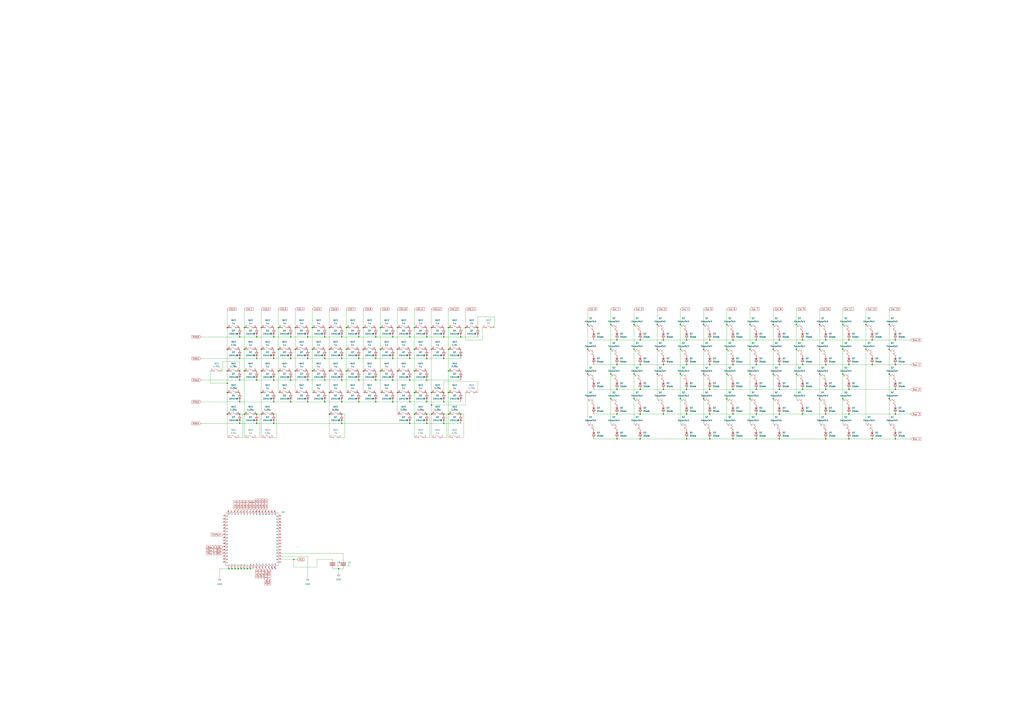
<source format=kicad_sch>
(kicad_sch (version 20230121) (generator eeschema)
  (paper "A1")
  (junction (at 640.08 360.68))
  (junction (at 563.88 360.68))
  (junction (at 635 266.7))
  (junction (at 640.08 320.04))
  (junction (at 501.65 287.02))
  (junction (at 200.66 304.8))
  (junction (at 256.54 287.02))
  (junction (at 298.45 287.02))
  (junction (at 525.78 279.4))
  (junction (at 340.36 322.58))
  (junction (at 350.52 294.64))
  (junction (at 506.73 299.72))
  (junction (at 322.58 330.2))
  (junction (at 186.69 322.58))
  (junction (at 242.57 269.24))
  (junction (at 195.58 467.36))
  (junction (at 308.61 330.2))
  (junction (at 697.23 340.36))
  (junction (at 350.52 347.98))
  (junction (at 621.03 320.04))
  (junction (at 336.55 276.86))
  (junction (at 692.15 327.66))
  (junction (at 224.79 330.2))
  (junction (at 340.36 269.24))
  (junction (at 326.39 269.24))
  (junction (at 242.57 287.02))
  (junction (at 241.3 459.74))
  (junction (at 350.52 330.2))
  (junction (at 326.39 287.02))
  (junction (at 539.75 307.34))
  (junction (at 640.08 340.36))
  (junction (at 312.42 287.02))
  (junction (at 678.18 360.68))
  (junction (at 308.61 276.86))
  (junction (at 364.49 276.86))
  (junction (at 730.25 287.02))
  (junction (at 735.33 299.72))
  (junction (at 678.18 299.72))
  (junction (at 621.03 340.36))
  (junction (at 308.61 294.64))
  (junction (at 364.49 340.36))
  (junction (at 654.05 307.34))
  (junction (at 635 327.66))
  (junction (at 322.58 276.86))
  (junction (at 214.63 340.36))
  (junction (at 278.13 467.36))
  (junction (at 711.2 266.7))
  (junction (at 596.9 307.34))
  (junction (at 312.42 269.24))
  (junction (at 378.46 276.86))
  (junction (at 582.93 360.68))
  (junction (at 224.79 347.98))
  (junction (at 340.36 304.8))
  (junction (at 190.5 467.36))
  (junction (at 506.73 320.04))
  (junction (at 368.3 304.8))
  (junction (at 322.58 294.64))
  (junction (at 596.9 287.02))
  (junction (at 601.98 360.68))
  (junction (at 735.33 320.04))
  (junction (at 678.18 279.4))
  (junction (at 730.25 327.66))
  (junction (at 326.39 304.8))
  (junction (at 322.58 312.42))
  (junction (at 563.88 340.36))
  (junction (at 544.83 279.4))
  (junction (at 577.85 307.34))
  (junction (at 252.73 294.64))
  (junction (at 520.7 287.02))
  (junction (at 350.52 340.36))
  (junction (at 577.85 266.7))
  (junction (at 596.9 266.7))
  (junction (at 692.15 287.02))
  (junction (at 200.66 340.36))
  (junction (at 200.66 269.24))
  (junction (at 563.88 320.04))
  (junction (at 654.05 287.02))
  (junction (at 378.46 340.36))
  (junction (at 238.76 294.64))
  (junction (at 280.67 330.2))
  (junction (at 659.13 320.04))
  (junction (at 716.28 279.4))
  (junction (at 692.15 266.7))
  (junction (at 186.69 287.02))
  (junction (at 200.66 287.02))
  (junction (at 224.79 276.86))
  (junction (at 506.73 340.36))
  (junction (at 256.54 304.8))
  (junction (at 326.39 322.58))
  (junction (at 735.33 360.68))
  (junction (at 558.8 287.02))
  (junction (at 482.6 287.02))
  (junction (at 210.82 347.98))
  (junction (at 520.7 327.66))
  (junction (at 558.8 307.34))
  (junction (at 368.3 322.58))
  (junction (at 673.1 327.66))
  (junction (at 716.28 360.68))
  (junction (at 214.63 287.02))
  (junction (at 205.74 467.36))
  (junction (at 294.64 276.86))
  (junction (at 186.69 340.36))
  (junction (at 270.51 287.02))
  (junction (at 238.76 330.2))
  (junction (at 697.23 320.04))
  (junction (at 312.42 304.8))
  (junction (at 615.95 307.34))
  (junction (at 354.33 287.02))
  (junction (at 354.33 340.36))
  (junction (at 558.8 266.7))
  (junction (at 525.78 340.36))
  (junction (at 711.2 287.02))
  (junction (at 354.33 322.58))
  (junction (at 284.48 269.24))
  (junction (at 214.63 304.8))
  (junction (at 242.57 304.8))
  (junction (at 621.03 299.72))
  (junction (at 280.67 340.36))
  (junction (at 563.88 299.72))
  (junction (at 336.55 312.42))
  (junction (at 601.98 320.04))
  (junction (at 692.15 307.34))
  (junction (at 621.03 279.4))
  (junction (at 673.1 266.7))
  (junction (at 364.49 322.58))
  (junction (at 735.33 340.36))
  (junction (at 525.78 320.04))
  (junction (at 382.27 269.24))
  (junction (at 224.79 340.36))
  (junction (at 336.55 294.64))
  (junction (at 340.36 287.02))
  (junction (at 582.93 279.4))
  (junction (at 635 307.34))
  (junction (at 654.05 266.7))
  (junction (at 678.18 340.36))
  (junction (at 228.6 287.02))
  (junction (at 354.33 332.74))
  (junction (at 193.04 467.36))
  (junction (at 186.69 269.24))
  (junction (at 214.63 269.24))
  (junction (at 266.7 294.64))
  (junction (at 298.45 304.8))
  (junction (at 354.33 269.24))
  (junction (at 364.49 347.98))
  (junction (at 558.8 327.66))
  (junction (at 544.83 299.72))
  (junction (at 350.52 276.86))
  (junction (at 582.93 320.04))
  (junction (at 196.85 347.98))
  (junction (at 210.82 312.42))
  (junction (at 252.73 312.42))
  (junction (at 238.76 312.42))
  (junction (at 582.93 340.36))
  (junction (at 601.98 279.4))
  (junction (at 210.82 294.64))
  (junction (at 501.65 266.7))
  (junction (at 266.7 330.2))
  (junction (at 539.75 287.02))
  (junction (at 196.85 304.8))
  (junction (at 364.49 330.2))
  (junction (at 280.67 294.64))
  (junction (at 270.51 322.58))
  (junction (at 544.83 320.04))
  (junction (at 284.48 287.02))
  (junction (at 210.82 340.36))
  (junction (at 368.3 269.24))
  (junction (at 506.73 360.68))
  (junction (at 525.78 360.68))
  (junction (at 482.6 266.7))
  (junction (at 270.51 269.24))
  (junction (at 635 287.02))
  (junction (at 238.76 276.86))
  (junction (at 539.75 266.7))
  (junction (at 615.95 266.7))
  (junction (at 544.83 340.36))
  (junction (at 252.73 330.2))
  (junction (at 186.69 304.8))
  (junction (at 582.93 299.72))
  (junction (at 336.55 330.2))
  (junction (at 252.73 276.86))
  (junction (at 224.79 312.42))
  (junction (at 640.08 279.4))
  (junction (at 203.2 467.36))
  (junction (at 392.43 269.24))
  (junction (at 294.64 312.42))
  (junction (at 196.85 330.2))
  (junction (at 697.23 279.4))
  (junction (at 196.85 276.86))
  (junction (at 520.7 307.34))
  (junction (at 673.1 287.02))
  (junction (at 196.85 312.42))
  (junction (at 224.79 294.64))
  (junction (at 615.95 287.02))
  (junction (at 294.64 330.2))
  (junction (at 673.1 307.34))
  (junction (at 210.82 276.86))
  (junction (at 596.9 327.66))
  (junction (at 601.98 299.72))
  (junction (at 298.45 269.24))
  (junction (at 228.6 304.8))
  (junction (at 697.23 360.68))
  (junction (at 482.6 307.34))
  (junction (at 525.78 299.72))
  (junction (at 716.28 299.72))
  (junction (at 368.3 287.02))
  (junction (at 659.13 340.36))
  (junction (at 506.73 279.4))
  (junction (at 735.33 279.4))
  (junction (at 563.88 279.4))
  (junction (at 187.96 467.36))
  (junction (at 368.3 340.36))
  (junction (at 615.95 327.66))
  (junction (at 659.13 279.4))
  (junction (at 678.18 320.04))
  (junction (at 294.64 294.64))
  (junction (at 280.67 347.98))
  (junction (at 284.48 304.8))
  (junction (at 270.51 304.8))
  (junction (at 350.52 312.42))
  (junction (at 280.67 312.42))
  (junction (at 577.85 287.02))
  (junction (at 697.23 299.72))
  (junction (at 601.98 340.36))
  (junction (at 336.55 347.98))
  (junction (at 640.08 299.72))
  (junction (at 364.49 294.64))
  (junction (at 340.36 340.36))
  (junction (at 186.69 314.96))
  (junction (at 520.7 266.7))
  (junction (at 659.13 299.72))
  (junction (at 308.61 312.42))
  (junction (at 214.63 322.58))
  (junction (at 501.65 307.34))
  (junction (at 266.7 312.42))
  (junction (at 198.12 467.36))
  (junction (at 501.65 327.66))
  (junction (at 196.85 294.64))
  (junction (at 196.85 340.36))
  (junction (at 270.51 340.36))
  (junction (at 730.25 307.34))
  (junction (at 577.85 327.66))
  (junction (at 228.6 269.24))
  (junction (at 200.66 467.36))
  (junction (at 730.25 266.7))
  (junction (at 280.67 276.86))
  (junction (at 266.7 276.86))
  (junction (at 621.03 360.68))
  (junction (at 256.54 269.24))
  (no_connect (at 223.52 467.36))
  (no_connect (at 226.06 467.36))
  (wire (pts (xy 322.58 294.64) (xy 336.55 294.64)))
  (wire (pts (xy 227.33 359.41) (xy 224.79 359.41)))
  (wire (pts (xy 659.13 340.36) (xy 678.18 340.36)))
  (wire (pts (xy 368.3 340.36) (xy 368.3 359.41)))
  (wire (pts (xy 238.76 276.86) (xy 224.79 276.86)))
  (wire (pts (xy 210.82 340.36) (xy 213.36 340.36)))
  (wire (pts (xy 353.06 359.41) (xy 353.06 340.36)))
  (wire (pts (xy 525.78 360.68) (xy 563.88 360.68)))
  (wire (pts (xy 382.27 322.58) (xy 382.27 332.74)))
  (wire (pts (xy 281.94 454.66) (xy 231.14 454.66)))
  (wire (pts (xy 256.54 287.02) (xy 256.54 269.24)))
  (wire (pts (xy 214.63 269.24) (xy 214.63 287.02)))
  (wire (pts (xy 525.78 340.36) (xy 544.83 340.36)))
  (wire (pts (xy 501.65 254) (xy 501.65 266.7)))
  (wire (pts (xy 186.69 304.8) (xy 186.69 314.96)))
  (wire (pts (xy 487.68 279.4) (xy 506.73 279.4)))
  (wire (pts (xy 336.55 276.86) (xy 322.58 276.86)))
  (wire (pts (xy 172.72 304.8) (xy 172.72 314.96)))
  (wire (pts (xy 186.69 254) (xy 186.69 269.24)))
  (wire (pts (xy 596.9 254) (xy 596.9 266.7)))
  (wire (pts (xy 382.27 332.74) (xy 354.33 332.74)))
  (wire (pts (xy 525.78 299.72) (xy 544.83 299.72)))
  (wire (pts (xy 270.51 340.36) (xy 270.51 359.41)))
  (wire (pts (xy 635 307.34) (xy 635 327.66)))
  (wire (pts (xy 482.6 287.02) (xy 482.6 307.34)))
  (wire (pts (xy 326.39 304.8) (xy 326.39 322.58)))
  (wire (pts (xy 241.3 459.74) (xy 231.14 459.74)))
  (wire (pts (xy 227.33 340.36) (xy 227.33 359.41)))
  (wire (pts (xy 601.98 279.4) (xy 621.03 279.4)))
  (wire (pts (xy 322.58 312.42) (xy 308.61 312.42)))
  (wire (pts (xy 214.63 304.8) (xy 214.63 322.58)))
  (wire (pts (xy 256.54 269.24) (xy 256.54 254)))
  (wire (pts (xy 326.39 322.58) (xy 326.39 340.36)))
  (wire (pts (xy 284.48 304.8) (xy 284.48 287.02)))
  (wire (pts (xy 200.66 269.24) (xy 200.66 254)))
  (wire (pts (xy 367.03 359.41) (xy 364.49 359.41)))
  (wire (pts (xy 294.64 294.64) (xy 308.61 294.64)))
  (wire (pts (xy 224.79 340.36) (xy 227.33 340.36)))
  (wire (pts (xy 280.67 294.64) (xy 294.64 294.64)))
  (wire (pts (xy 241.3 466.09) (xy 241.3 459.74)))
  (wire (pts (xy 353.06 340.36) (xy 350.52 340.36)))
  (wire (pts (xy 243.84 459.74) (xy 241.3 459.74)))
  (wire (pts (xy 735.33 279.4) (xy 748.03 279.4)))
  (wire (pts (xy 482.6 266.7) (xy 482.6 287.02)))
  (wire (pts (xy 544.83 340.36) (xy 563.88 340.36)))
  (wire (pts (xy 615.95 254) (xy 615.95 266.7)))
  (wire (pts (xy 284.48 269.24) (xy 284.48 254)))
  (wire (pts (xy 678.18 279.4) (xy 697.23 279.4)))
  (wire (pts (xy 673.1 287.02) (xy 673.1 307.34)))
  (wire (pts (xy 354.33 322.58) (xy 354.33 332.74)))
  (wire (pts (xy 312.42 254) (xy 312.42 269.24)))
  (wire (pts (xy 378.46 347.98) (xy 364.49 347.98)))
  (wire (pts (xy 364.49 347.98) (xy 350.52 347.98)))
  (wire (pts (xy 501.65 327.66) (xy 501.65 347.98)))
  (wire (pts (xy 336.55 294.64) (xy 350.52 294.64)))
  (wire (pts (xy 544.83 320.04) (xy 563.88 320.04)))
  (wire (pts (xy 242.57 269.24) (xy 242.57 287.02)))
  (wire (pts (xy 678.18 299.72) (xy 697.23 299.72)))
  (wire (pts (xy 697.23 299.72) (xy 716.28 299.72)))
  (wire (pts (xy 711.2 266.7) (xy 711.2 287.02)))
  (wire (pts (xy 615.95 287.02) (xy 615.95 307.34)))
  (wire (pts (xy 382.27 254) (xy 382.27 269.24)))
  (wire (pts (xy 186.69 340.36) (xy 186.69 359.41)))
  (wire (pts (xy 621.03 299.72) (xy 640.08 299.72)))
  (wire (pts (xy 730.25 287.02) (xy 730.25 307.34)))
  (wire (pts (xy 298.45 304.8) (xy 298.45 287.02)))
  (wire (pts (xy 213.36 340.36) (xy 213.36 359.41)))
  (wire (pts (xy 350.52 312.42) (xy 378.46 312.42)))
  (wire (pts (xy 640.08 360.68) (xy 678.18 360.68)))
  (wire (pts (xy 678.18 360.68) (xy 697.23 360.68)))
  (wire (pts (xy 506.73 320.04) (xy 525.78 320.04)))
  (wire (pts (xy 350.52 294.64) (xy 364.49 294.64)))
  (wire (pts (xy 298.45 322.58) (xy 298.45 304.8)))
  (wire (pts (xy 280.67 347.98) (xy 336.55 347.98)))
  (wire (pts (xy 596.9 327.66) (xy 596.9 347.98)))
  (wire (pts (xy 182.88 304.8) (xy 182.88 297.18)))
  (wire (pts (xy 525.78 279.4) (xy 544.83 279.4)))
  (wire (pts (xy 654.05 307.34) (xy 654.05 327.66)))
  (wire (pts (xy 678.18 340.36) (xy 697.23 340.36)))
  (wire (pts (xy 506.73 340.36) (xy 525.78 340.36)))
  (wire (pts (xy 654.05 254) (xy 654.05 266.7)))
  (wire (pts (xy 364.49 276.86) (xy 350.52 276.86)))
  (wire (pts (xy 270.51 254) (xy 270.51 269.24)))
  (wire (pts (xy 558.8 287.02) (xy 558.8 307.34)))
  (wire (pts (xy 558.8 327.66) (xy 558.8 347.98)))
  (wire (pts (xy 615.95 266.7) (xy 615.95 287.02)))
  (wire (pts (xy 186.69 269.24) (xy 186.69 287.02)))
  (wire (pts (xy 382.27 279.4) (xy 396.24 279.4)))
  (wire (pts (xy 186.69 322.58) (xy 186.69 340.36)))
  (wire (pts (xy 298.45 287.02) (xy 298.45 269.24)))
  (wire (pts (xy 577.85 327.66) (xy 577.85 347.98)))
  (wire (pts (xy 252.73 457.2) (xy 252.73 474.98)))
  (wire (pts (xy 280.67 330.2) (xy 294.64 330.2)))
  (wire (pts (xy 273.05 467.36) (xy 278.13 467.36)))
  (wire (pts (xy 563.88 340.36) (xy 582.93 340.36)))
  (wire (pts (xy 692.15 254) (xy 692.15 266.7)))
  (wire (pts (xy 730.25 266.7) (xy 730.25 287.02)))
  (wire (pts (xy 381 340.36) (xy 381 359.41)))
  (wire (pts (xy 730.25 307.34) (xy 730.25 327.66)))
  (wire (pts (xy 200.66 467.36) (xy 203.2 467.36)))
  (wire (pts (xy 224.79 347.98) (xy 210.82 347.98)))
  (wire (pts (xy 278.13 467.36) (xy 278.13 471.17)))
  (wire (pts (xy 730.25 254) (xy 730.25 266.7)))
  (wire (pts (xy 198.12 467.36) (xy 200.66 467.36)))
  (wire (pts (xy 716.28 299.72) (xy 735.33 299.72)))
  (wire (pts (xy 396.24 279.4) (xy 396.24 269.24)))
  (wire (pts (xy 654.05 266.7) (xy 654.05 287.02)))
  (wire (pts (xy 214.63 359.41) (xy 214.63 340.36)))
  (wire (pts (xy 238.76 294.64) (xy 252.73 294.64)))
  (wire (pts (xy 368.3 322.58) (xy 368.3 304.8)))
  (wire (pts (xy 621.03 279.4) (xy 640.08 279.4)))
  (wire (pts (xy 186.69 314.96) (xy 186.69 322.58)))
  (wire (pts (xy 270.51 322.58) (xy 270.51 340.36)))
  (wire (pts (xy 615.95 327.66) (xy 615.95 347.98)))
  (wire (pts (xy 582.93 320.04) (xy 601.98 320.04)))
  (wire (pts (xy 238.76 330.2) (xy 252.73 330.2)))
  (wire (pts (xy 224.79 330.2) (xy 238.76 330.2)))
  (wire (pts (xy 260.35 466.09) (xy 241.3 466.09)))
  (wire (pts (xy 224.79 276.86) (xy 210.82 276.86)))
  (wire (pts (xy 284.48 322.58) (xy 284.48 304.8)))
  (wire (pts (xy 312.42 287.02) (xy 312.42 304.8)))
  (wire (pts (xy 193.04 467.36) (xy 195.58 467.36)))
  (wire (pts (xy 501.65 307.34) (xy 501.65 327.66)))
  (wire (pts (xy 196.85 294.64) (xy 165.1 294.64)))
  (wire (pts (xy 308.61 294.64) (xy 322.58 294.64)))
  (wire (pts (xy 406.4 260.35) (xy 392.43 260.35)))
  (wire (pts (xy 350.52 330.2) (xy 364.49 330.2)))
  (wire (pts (xy 340.36 340.36) (xy 340.36 359.41)))
  (wire (pts (xy 692.15 287.02) (xy 692.15 307.34)))
  (wire (pts (xy 577.85 266.7) (xy 577.85 287.02)))
  (wire (pts (xy 482.6 307.34) (xy 482.6 326.39)))
  (wire (pts (xy 659.13 299.72) (xy 678.18 299.72)))
  (wire (pts (xy 200.66 340.36) (xy 200.66 359.41)))
  (wire (pts (xy 640.08 299.72) (xy 659.13 299.72)))
  (wire (pts (xy 406.4 269.24) (xy 406.4 260.35)))
  (wire (pts (xy 228.6 287.02) (xy 228.6 269.24)))
  (wire (pts (xy 735.33 340.36) (xy 748.03 340.36)))
  (wire (pts (xy 539.75 307.34) (xy 539.75 327.66)))
  (wire (pts (xy 558.8 266.7) (xy 558.8 287.02)))
  (wire (pts (xy 577.85 287.02) (xy 577.85 307.34)))
  (wire (pts (xy 214.63 254) (xy 214.63 269.24)))
  (wire (pts (xy 621.03 360.68) (xy 640.08 360.68)))
  (wire (pts (xy 582.93 340.36) (xy 601.98 340.36)))
  (wire (pts (xy 635 327.66) (xy 635 347.98)))
  (wire (pts (xy 196.85 294.64) (xy 210.82 294.64)))
  (wire (pts (xy 601.98 340.36) (xy 621.03 340.36)))
  (wire (pts (xy 640.08 320.04) (xy 659.13 320.04)))
  (wire (pts (xy 482.6 327.66) (xy 482.6 347.98)))
  (wire (pts (xy 340.36 269.24) (xy 340.36 254)))
  (wire (pts (xy 256.54 322.58) (xy 256.54 304.8)))
  (wire (pts (xy 312.42 304.8) (xy 312.42 322.58)))
  (wire (pts (xy 635 266.7) (xy 635 287.02)))
  (wire (pts (xy 294.64 276.86) (xy 280.67 276.86)))
  (wire (pts (xy 256.54 304.8) (xy 256.54 287.02)))
  (wire (pts (xy 378.46 340.36) (xy 381 340.36)))
  (wire (pts (xy 340.36 340.36) (xy 340.36 322.58)))
  (wire (pts (xy 199.39 359.41) (xy 196.85 359.41)))
  (wire (pts (xy 716.28 279.4) (xy 735.33 279.4)))
  (wire (pts (xy 539.75 254) (xy 539.75 266.7)))
  (wire (pts (xy 350.52 347.98) (xy 336.55 347.98)))
  (wire (pts (xy 266.7 312.42) (xy 252.73 312.42)))
  (wire (pts (xy 601.98 299.72) (xy 621.03 299.72)))
  (wire (pts (xy 563.88 360.68) (xy 582.93 360.68)))
  (wire (pts (xy 213.36 359.41) (xy 210.82 359.41)))
  (wire (pts (xy 487.68 299.72) (xy 506.73 299.72)))
  (wire (pts (xy 678.18 320.04) (xy 697.23 320.04)))
  (wire (pts (xy 283.21 340.36) (xy 283.21 359.41)))
  (wire (pts (xy 635 254) (xy 635 266.7)))
  (wire (pts (xy 368.3 254) (xy 368.3 269.24)))
  (wire (pts (xy 308.61 276.86) (xy 294.64 276.86)))
  (wire (pts (xy 280.67 347.98) (xy 224.79 347.98)))
  (wire (pts (xy 673.1 327.66) (xy 673.1 347.98)))
  (wire (pts (xy 640.08 279.4) (xy 659.13 279.4)))
  (wire (pts (xy 381 359.41) (xy 378.46 359.41)))
  (wire (pts (xy 195.58 467.36) (xy 198.12 467.36)))
  (wire (pts (xy 501.65 266.7) (xy 501.65 287.02)))
  (wire (pts (xy 368.3 287.02) (xy 368.3 269.24)))
  (wire (pts (xy 673.1 307.34) (xy 673.1 327.66)))
  (wire (pts (xy 326.39 254) (xy 326.39 269.24)))
  (wire (pts (xy 711.2 287.02) (xy 711.2 347.98)))
  (wire (pts (xy 520.7 254) (xy 520.7 266.7)))
  (wire (pts (xy 187.96 467.36) (xy 190.5 467.36)))
  (wire (pts (xy 165.1 312.42) (xy 196.85 312.42)))
  (wire (pts (xy 210.82 312.42) (xy 196.85 312.42)))
  (wire (pts (xy 520.7 287.02) (xy 520.7 307.34)))
  (wire (pts (xy 278.13 467.36) (xy 281.94 467.36)))
  (wire (pts (xy 577.85 307.34) (xy 577.85 327.66)))
  (wire (pts (xy 350.52 359.41) (xy 353.06 359.41)))
  (wire (pts (xy 270.51 304.8) (xy 270.51 322.58)))
  (wire (pts (xy 252.73 312.42) (xy 238.76 312.42)))
  (wire (pts (xy 525.78 320.04) (xy 544.83 320.04)))
  (wire (pts (xy 199.39 340.36) (xy 199.39 359.41)))
  (wire (pts (xy 280.67 312.42) (xy 266.7 312.42)))
  (wire (pts (xy 635 287.02) (xy 635 307.34)))
  (wire (pts (xy 252.73 330.2) (xy 266.7 330.2)))
  (wire (pts (xy 228.6 304.8) (xy 228.6 287.02)))
  (wire (pts (xy 326.39 269.24) (xy 326.39 287.02)))
  (wire (pts (xy 172.72 314.96) (xy 186.69 314.96)))
  (wire (pts (xy 340.36 304.8) (xy 340.36 287.02)))
  (wire (pts (xy 654.05 287.02) (xy 654.05 307.34)))
  (wire (pts (xy 224.79 294.64) (xy 238.76 294.64)))
  (wire (pts (xy 280.67 276.86) (xy 266.7 276.86)))
  (wire (pts (xy 266.7 294.64) (xy 280.67 294.64)))
  (wire (pts (xy 730.25 327.66) (xy 730.25 347.98)))
  (wire (pts (xy 367.03 340.36) (xy 367.03 359.41)))
  (wire (pts (xy 354.33 287.02) (xy 354.33 322.58)))
  (wire (pts (xy 200.66 287.02) (xy 200.66 269.24)))
  (wire (pts (xy 354.33 254) (xy 354.33 269.24)))
  (wire (pts (xy 228.6 269.24) (xy 228.6 254)))
  (wire (pts (xy 487.68 340.36) (xy 506.73 340.36)))
  (wire (pts (xy 563.88 279.4) (xy 582.93 279.4)))
  (wire (pts (xy 210.82 276.86) (xy 196.85 276.86)))
  (wire (pts (xy 273.05 459.74) (xy 260.35 459.74)))
  (wire (pts (xy 326.39 287.02) (xy 326.39 304.8)))
  (wire (pts (xy 640.08 340.36) (xy 659.13 340.36)))
  (wire (pts (xy 210.82 347.98) (xy 196.85 347.98)))
  (wire (pts (xy 224.79 312.42) (xy 210.82 312.42)))
  (wire (pts (xy 392.43 313.69) (xy 364.49 313.69)))
  (wire (pts (xy 280.67 340.36) (xy 283.21 340.36)))
  (wire (pts (xy 205.74 467.36) (xy 208.28 467.36)))
  (wire (pts (xy 203.2 467.36) (xy 205.74 467.36)))
  (wire (pts (xy 228.6 322.58) (xy 228.6 304.8)))
  (wire (pts (xy 214.63 322.58) (xy 214.63 340.36)))
  (wire (pts (xy 368.3 304.8) (xy 368.3 287.02)))
  (wire (pts (xy 735.33 299.72) (xy 748.03 299.72)))
  (wire (pts (xy 735.33 360.68) (xy 748.03 360.68)))
  (wire (pts (xy 340.36 287.02) (xy 340.36 269.24)))
  (wire (pts (xy 506.73 360.68) (xy 525.78 360.68)))
  (wire (pts (xy 520.7 327.66) (xy 520.7 347.98)))
  (wire (pts (xy 364.49 330.2) (xy 378.46 330.2)))
  (wire (pts (xy 294.64 312.42) (xy 280.67 312.42)))
  (wire (pts (xy 298.45 269.24) (xy 298.45 254)))
  (wire (pts (xy 711.2 254) (xy 711.2 266.7)))
  (wire (pts (xy 242.57 254) (xy 242.57 269.24)))
  (wire (pts (xy 558.8 254) (xy 558.8 266.7)))
  (wire (pts (xy 621.03 340.36) (xy 640.08 340.36)))
  (wire (pts (xy 735.33 320.04) (xy 748.03 320.04)))
  (wire (pts (xy 563.88 320.04) (xy 582.93 320.04)))
  (wire (pts (xy 308.61 330.2) (xy 322.58 330.2)))
  (wire (pts (xy 673.1 254) (xy 673.1 266.7)))
  (wire (pts (xy 200.66 304.8) (xy 200.66 340.36)))
  (wire (pts (xy 165.1 347.98) (xy 196.85 347.98)))
  (wire (pts (xy 692.15 307.34) (xy 692.15 327.66)))
  (wire (pts (xy 186.69 287.02) (xy 186.69 304.8)))
  (wire (pts (xy 260.35 459.74) (xy 260.35 466.09)))
  (wire (pts (xy 242.57 304.8) (xy 242.57 322.58)))
  (wire (pts (xy 252.73 294.64) (xy 266.7 294.64)))
  (wire (pts (xy 283.21 359.41) (xy 280.67 359.41)))
  (wire (pts (xy 520.7 266.7) (xy 520.7 287.02)))
  (wire (pts (xy 294.64 330.2) (xy 308.61 330.2)))
  (wire (pts (xy 350.52 312.42) (xy 336.55 312.42)))
  (wire (pts (xy 350.52 276.86) (xy 336.55 276.86)))
  (wire (pts (xy 354.33 340.36) (xy 354.33 359.41)))
  (wire (pts (xy 697.23 360.68) (xy 716.28 360.68)))
  (wire (pts (xy 520.7 307.34) (xy 520.7 327.66)))
  (wire (pts (xy 487.68 360.68) (xy 506.73 360.68)))
  (wire (pts (xy 231.14 457.2) (xy 252.73 457.2)))
  (wire (pts (xy 312.42 269.24) (xy 312.42 287.02)))
  (wire (pts (xy 180.34 474.98) (xy 180.34 467.36)))
  (wire (pts (xy 615.95 307.34) (xy 615.95 327.66)))
  (wire (pts (xy 392.43 322.58) (xy 392.43 313.69)))
  (wire (pts (xy 697.23 340.36) (xy 735.33 340.36)))
  (wire (pts (xy 506.73 299.72) (xy 525.78 299.72)))
  (wire (pts (xy 252.73 276.86) (xy 238.76 276.86)))
  (wire (pts (xy 621.03 320.04) (xy 640.08 320.04)))
  (wire (pts (xy 544.83 279.4) (xy 563.88 279.4)))
  (wire (pts (xy 322.58 330.2) (xy 336.55 330.2)))
  (wire (pts (xy 364.49 340.36) (xy 367.03 340.36)))
  (wire (pts (xy 378.46 276.86) (xy 364.49 276.86)))
  (wire (pts (xy 368.3 340.36) (xy 368.3 322.58)))
  (wire (pts (xy 558.8 307.34) (xy 558.8 327.66)))
  (wire (pts (xy 577.85 254) (xy 577.85 266.7)))
  (wire (pts (xy 196.85 340.36) (xy 199.39 340.36)))
  (wire (pts (xy 582.93 360.68) (xy 601.98 360.68)))
  (wire (pts (xy 182.88 297.18) (xy 196.85 297.18)))
  (wire (pts (xy 582.93 299.72) (xy 601.98 299.72)))
  (wire (pts (xy 582.93 279.4) (xy 601.98 279.4)))
  (wire (pts (xy 196.85 330.2) (xy 224.79 330.2)))
  (wire (pts (xy 697.23 279.4) (xy 716.28 279.4)))
  (wire (pts (xy 210.82 294.64) (xy 224.79 294.64)))
  (wire (pts (xy 242.57 287.02) (xy 242.57 304.8)))
  (wire (pts (xy 284.48 287.02) (xy 284.48 269.24)))
  (wire (pts (xy 596.9 307.34) (xy 596.9 327.66)))
  (wire (pts (xy 716.28 360.68) (xy 735.33 360.68)))
  (wire (pts (xy 340.36 322.58) (xy 340.36 304.8)))
  (wire (pts (xy 190.5 467.36) (xy 193.04 467.36)))
  (wire (pts (xy 596.9 266.7) (xy 596.9 287.02)))
  (wire (pts (xy 673.1 266.7) (xy 673.1 287.02)))
  (wire (pts (xy 601.98 320.04) (xy 621.03 320.04)))
  (wire (pts (xy 601.98 360.68) (xy 621.03 360.68)))
  (wire (pts (xy 482.6 254) (xy 482.6 266.7)))
  (wire (pts (xy 336.55 312.42) (xy 322.58 312.42)))
  (wire (pts (xy 308.61 312.42) (xy 294.64 312.42)))
  (wire (pts (xy 354.33 269.24) (xy 354.33 287.02)))
  (wire (pts (xy 596.9 287.02) (xy 596.9 307.34)))
  (wire (pts (xy 266.7 276.86) (xy 252.73 276.86)))
  (wire (pts (xy 196.85 297.18) (xy 196.85 304.8)))
  (wire (pts (xy 487.68 320.04) (xy 506.73 320.04)))
  (wire (pts (xy 563.88 299.72) (xy 582.93 299.72)))
  (wire (pts (xy 200.66 304.8) (xy 200.66 287.02)))
  (wire (pts (xy 539.75 266.7) (xy 539.75 287.02)))
  (wire (pts (xy 501.65 287.02) (xy 501.65 307.34)))
  (wire (pts (xy 692.15 266.7) (xy 692.15 287.02)))
  (wire (pts (xy 336.55 330.2) (xy 350.52 330.2)))
  (wire (pts (xy 697.23 320.04) (xy 735.33 320.04)))
  (wire (pts (xy 322.58 276.86) (xy 308.61 276.86)))
  (wire (pts (xy 539.75 287.02) (xy 539.75 307.34)))
  (wire (pts (xy 364.49 313.69) (xy 364.49 322.58)))
  (wire (pts (xy 392.43 276.86) (xy 378.46 276.86)))
  (wire (pts (xy 364.49 294.64) (xy 378.46 294.64)))
  (wire (pts (xy 659.13 320.04) (xy 678.18 320.04)))
  (wire (pts (xy 165.1 276.86) (xy 196.85 276.86)))
  (wire (pts (xy 692.15 327.66) (xy 692.15 347.98)))
  (wire (pts (xy 214.63 287.02) (xy 214.63 304.8)))
  (wire (pts (xy 392.43 260.35) (xy 392.43 269.24)))
  (wire (pts (xy 238.76 312.42) (xy 224.79 312.42)))
  (wire (pts (xy 354.33 332.74) (xy 354.33 340.36)))
  (wire (pts (xy 382.27 269.24) (xy 382.27 279.4)))
  (wire (pts (xy 281.94 459.74) (xy 281.94 454.66)))
  (wire (pts (xy 266.7 330.2) (xy 280.67 330.2)))
  (wire (pts (xy 544.83 299.72) (xy 563.88 299.72)))
  (wire (pts (xy 270.51 287.02) (xy 270.51 304.8)))
  (wire (pts (xy 270.51 269.24) (xy 270.51 287.02)))
  (wire (pts (xy 506.73 279.4) (xy 525.78 279.4)))
  (wire (pts (xy 659.13 279.4) (xy 678.18 279.4)))
  (wire (pts (xy 165.1 330.2) (xy 196.85 330.2)))
  (wire (pts (xy 180.34 467.36) (xy 187.96 467.36)))
  (global_label "Col 2" (shape input) (at 215.9 467.36 270) (property "Intersheetrefs" "${INTERSHEET_REFS}" (effects hide)))
  (global_label "ROW4" (shape input) (at 165.1 347.98 180) (property "Intersheetrefs" "${INTERSHEET_REFS}" (effects hide)))
  (global_label "Col 3" (shape input) (at 539.75 254 0) (property "Intersheetrefs" "${INTERSHEET_REFS}" (effects hide)))
  (global_label "Col 1" (shape input) (at 501.65 254 0) (property "Intersheetrefs" "${INTERSHEET_REFS}" (effects hide)))
  (global_label "ROW2" (shape input) (at 165.1 312.42 180) (property "Intersheetrefs" "${INTERSHEET_REFS}" (effects hide)))
  (global_label "Col 1" (shape input) (at 213.36 467.36 270) (property "Intersheetrefs" "${INTERSHEET_REFS}" (effects hide)))
  (global_label "Col 12" (shape input) (at 711.2 254 0) (property "Intersheetrefs" "${INTERSHEET_REFS}" (effects hide)))
  (global_label "Col 11" (shape input) (at 213.36 419.1 90) (property "Intersheetrefs" "${INTERSHEET_REFS}" (effects hide)))
  (global_label "COL10" (shape input) (at 326.39 254 0) (property "Intersheetrefs" "${INTERSHEET_REFS}" (effects hide)))
  (global_label "Col 9" (shape input) (at 208.28 419.1 90) (property "Intersheetrefs" "${INTERSHEET_REFS}" (effects hide)))
  (global_label "Col 13" (shape input) (at 730.25 254 0) (property "Intersheetrefs" "${INTERSHEET_REFS}" (effects hide)))
  (global_label "CAPSLK" (shape input) (at 182.88 439.42 180) (property "Intersheetrefs" "${INTERSHEET_REFS}" (effects hide)))
  (global_label "Col 7" (shape input) (at 203.2 419.1 90) (property "Intersheetrefs" "${INTERSHEET_REFS}" (effects hide)))
  (global_label "COL13" (shape input) (at 368.3 254 0) (property "Intersheetrefs" "${INTERSHEET_REFS}" (effects hide)))
  (global_label "Col 12" (shape input) (at 215.9 419.1 90) (property "Intersheetrefs" "${INTERSHEET_REFS}" (effects hide)))
  (global_label "COL3" (shape input) (at 228.6 254 0) (property "Intersheetrefs" "${INTERSHEET_REFS}" (effects hide)))
  (global_label "Col 2" (shape input) (at 520.7 254 0) (property "Intersheetrefs" "${INTERSHEET_REFS}" (effects hide)))
  (global_label "Col 8" (shape input) (at 205.74 419.1 90) (property "Intersheetrefs" "${INTERSHEET_REFS}" (effects hide)))
  (global_label "COL7" (shape input) (at 284.48 254 0) (property "Intersheetrefs" "${INTERSHEET_REFS}" (effects hide)))
  (global_label "COL1" (shape input) (at 200.66 254 0) (property "Intersheetrefs" "${INTERSHEET_REFS}" (effects hide)))
  (global_label "VCC" (shape input) (at 243.84 459.74 0) (property "Intersheetrefs" "${INTERSHEET_REFS}" (effects hide)))
  (global_label "COL6" (shape input) (at 270.51 254 0) (property "Intersheetrefs" "${INTERSHEET_REFS}" (effects hide)))
  (global_label "Col 8" (shape input) (at 635 254 0) (property "Intersheetrefs" "${INTERSHEET_REFS}" (effects hide)))
  (global_label "Col 13" (shape input) (at 218.44 419.1 90) (property "Intersheetrefs" "${INTERSHEET_REFS}" (effects hide)))
  (global_label "Col 6" (shape input) (at 200.66 419.1 90) (property "Intersheetrefs" "${INTERSHEET_REFS}" (effects hide)))
  (global_label "COL4" (shape input) (at 242.57 254 0) (property "Intersheetrefs" "${INTERSHEET_REFS}" (effects hide)))
  (global_label "Col 4" (shape input) (at 558.8 254 0) (property "Intersheetrefs" "${INTERSHEET_REFS}" (effects hide)))
  (global_label "COL14" (shape input) (at 382.27 254 0) (property "Intersheetrefs" "${INTERSHEET_REFS}" (effects hide)))
  (global_label "Row 0 (B5)" (shape input) (at 182.88 454.66 180) (property "Intersheetrefs" "${INTERSHEET_REFS}" (effects hide)))
  (global_label "Row 1" (shape input) (at 748.03 299.72 0) (property "Intersheetrefs" "${INTERSHEET_REFS}" (effects hide)))
  (global_label "Row 1 (B4)" (shape input) (at 182.88 452.12 180) (property "Intersheetrefs" "${INTERSHEET_REFS}" (effects hide)))
  (global_label "COL11" (shape input) (at 340.36 254 0) (property "Intersheetrefs" "${INTERSHEET_REFS}" (effects hide)))
  (global_label "Col 0" (shape input) (at 210.82 467.36 270) (property "Intersheetrefs" "${INTERSHEET_REFS}" (effects hide)))
  (global_label "Row 3" (shape input) (at 748.03 340.36 0) (property "Intersheetrefs" "${INTERSHEET_REFS}" (effects hide)))
  (global_label "Row 2" (shape input) (at 748.03 320.04 0) (property "Intersheetrefs" "${INTERSHEET_REFS}" (effects hide)))
  (global_label "Col 3" (shape input) (at 193.04 419.1 90) (property "Intersheetrefs" "${INTERSHEET_REFS}" (effects hide)))
  (global_label "COL9" (shape input) (at 312.42 254 0) (property "Intersheetrefs" "${INTERSHEET_REFS}" (effects hide)))
  (global_label "ROW1" (shape input) (at 165.1 294.64 180) (property "Intersheetrefs" "${INTERSHEET_REFS}" (effects hide)))
  (global_label "Row 4 (C6)" (shape input) (at 220.98 467.36 270) (property "Intersheetrefs" "${INTERSHEET_REFS}" (effects hide)))
  (global_label "COL8" (shape input) (at 298.45 254 0) (property "Intersheetrefs" "${INTERSHEET_REFS}" (effects hide)))
  (global_label "ROW0" (shape input) (at 165.1 276.86 180) (property "Intersheetrefs" "${INTERSHEET_REFS}" (effects hide)))
  (global_label "Col 10" (shape input) (at 673.1 254 0) (property "Intersheetrefs" "${INTERSHEET_REFS}" (effects hide)))
  (global_label "Col 7" (shape input) (at 615.95 254 0) (property "Intersheetrefs" "${INTERSHEET_REFS}" (effects hide)))
  (global_label "Col 4" (shape input) (at 195.58 419.1 90) (property "Intersheetrefs" "${INTERSHEET_REFS}" (effects hide)))
  (global_label "COL2" (shape input) (at 214.63 254 0) (property "Intersheetrefs" "${INTERSHEET_REFS}" (effects hide)))
  (global_label "Col 9" (shape input) (at 654.05 254 0) (property "Intersheetrefs" "${INTERSHEET_REFS}" (effects hide)))
  (global_label "Row 0" (shape input) (at 748.03 279.4 0) (property "Intersheetrefs" "${INTERSHEET_REFS}" (effects hide)))
  (global_label "Col 5" (shape input) (at 198.12 419.1 90) (property "Intersheetrefs" "${INTERSHEET_REFS}" (effects hide)))
  (global_label "Col 0" (shape input) (at 482.6 254 0) (property "Intersheetrefs" "${INTERSHEET_REFS}" (effects hide)))
  (global_label "Col 6" (shape input) (at 596.9 254 0) (property "Intersheetrefs" "${INTERSHEET_REFS}" (effects hide)))
  (global_label "Col 11" (shape input) (at 692.15 254 0) (property "Intersheetrefs" "${INTERSHEET_REFS}" (effects hide)))
  (global_label "Col 5" (shape input) (at 577.85 254 0) (property "Intersheetrefs" "${INTERSHEET_REFS}" (effects hide)))
  (global_label "COL0" (shape input) (at 186.69 254 0) (property "Intersheetrefs" "${INTERSHEET_REFS}" (effects hide)))
  (global_label "COL5" (shape input) (at 256.54 254 0) (property "Intersheetrefs" "${INTERSHEET_REFS}" (effects hide)))
  (global_label "Row 4" (shape input) (at 748.03 360.68 0) (property "Intersheetrefs" "${INTERSHEET_REFS}" (effects hide)))
  (global_label "COL12" (shape input) (at 354.33 254 0) (property "Intersheetrefs" "${INTERSHEET_REFS}" (effects hide)))
  (global_label "Row 2 (E6)" (shape input) (at 182.88 449.58 180) (property "Intersheetrefs" "${INTERSHEET_REFS}" (effects hide)))
  (global_label "Col 10" (shape input) (at 210.82 419.1 90) (property "Intersheetrefs" "${INTERSHEET_REFS}" (effects hide)))
  (global_label "Row 3 (D7)" (shape input) (at 218.44 467.36 270) (property "Intersheetrefs" "${INTERSHEET_REFS}" (effects hide)))
  (global_label "ROW3" (shape input) (at 165.1 330.2 180) (property "Intersheetrefs" "${INTERSHEET_REFS}" (effects hide)))
  (symbol (lib_id "ScottoKeebs:Placeholder_Keyswitch") (at 485.14 309.88 0) (unit 1)
    (property "Reference" "S?" (at 485.14 302.26 0))
    (property "Value" "Keyswitch" (at 485.14 304.8 0))
    (property "Footprint" "ScottoKeebs_MX:MX_PCB_ALED_1.00u" (effects hide))
    (instances (project "Redragon_K617" (path "" (reference "S?") (unit 1)) (path "" (reference "S90") (unit 1))) (project "sample_tut" (path "" (reference "S?") (unit 1))))
  )
  (symbol (lib_id "ScottoKeebs:Placeholder_Keyswitch") (at 542.29 289.56 0) (unit 1)
    (property "Reference" "S?" (at 542.29 281.94 0))
    (property "Value" "Keyswitch" (at 542.29 284.48 0))
    (property "Footprint" "ScottoKeebs_MX:MX_PCB_ALED_1.00u" (effects hide))
    (instances (project "Redragon_K617" (path "" (reference "S?") (unit 1)) (path "" (reference "S79") (unit 1))) (project "sample_tut" (path "" (reference "S?") (unit 1))))
  )
  (symbol (lib_id "ScottoKeebs:Placeholder_Keyswitch") (at 599.44 309.88 0) (unit 1)
    (property "Reference" "S?" (at 599.44 302.26 0))
    (property "Value" "Keyswitch" (at 599.44 304.8 0))
    (property "Footprint" "ScottoKeebs_MX:MX_PCB_ALED_1.00u" (effects hide))
    (instances (project "Redragon_K617" (path "" (reference "S?") (unit 1)) (path "" (reference "S96") (unit 1))) (project "sample_tut" (path "" (reference "S?") (unit 1))))
  )
  (symbol (lib_id "Device:C") (at 273.05 463.55 0) (unit 1)
    (property "Reference" "C0" (at 276.86 462.28 0) (effects (justify left)))
    (property "Value" "C" (at 276.86 464.82 0) (effects (justify left)))
  )
  (symbol (lib_id "bakeneko-60-pcb-rescue:SW_SPST-Switch") (at 359.41 269.24 0) (mirror y) (unit 1)
    (property "Reference" "MX?" (at 359.41 263.271 0))
    (property "Value" "1u" (at 359.41 265.5824 0))
    (property "Footprint" "MX_Only:MXOnly-1U-NoLED" (effects hide))
    (instances (project "bakeneko-60-pcb" (path "" (reference "MX?") (unit 1))) (project "Redragon_K617" (path "" (reference "MX?") (unit 1)) (path "" (reference "MX12") (unit 1))))
  )
  (symbol (lib_id "bakeneko-60-pcb-rescue:D-Device") (at 266.7 308.61 90) (unit 1)
    (property "Reference" "D?" (at 260.35 307.34 90) (effects (justify right)))
    (property "Value" "1N4148" (at 257.81 309.88 90) (effects (justify right)))
    (property "Footprint" "Diode_SMD:D_SOD-123" (effects hide))
    (property "LCSC Part #" "C81598" (effects hide))
    (instances (project "bakeneko-60-pcb" (path "" (reference "D?") (unit 1))) (project "Redragon_K617" (path "" (reference "D?") (unit 1)) (path "" (reference "D124") (unit 1))))
  )
  (symbol (lib_id "bakeneko-60-pcb-rescue:SW_SPST-Switch") (at 331.47 340.36 0) (mirror y) (unit 1)
    (property "Reference" "MX?" (at 331.47 334.391 0))
    (property "Value" "1.25u" (at 331.47 336.7024 0))
    (property "Footprint" "MX_Only:MXOnly-1.25U-NoLED" (effects hide))
    (instances (project "bakeneko-60-pcb" (path "" (reference "MX?") (unit 1))) (project "Redragon_K617" (path "" (reference "MX?") (unit 1)) (path "" (reference "MX62") (unit 1))))
  )
  (symbol (lib_id "bakeneko-60-pcb-rescue:SW_SPST-Switch") (at 401.32 269.24 0) (mirror y) (unit 1)
    (property "Reference" "MX?" (at 401.32 263.271 0))
    (property "Value" "2u" (at 401.32 265.5824 0))
    (property "Footprint" "MX_Only:MXOnly-2U-NoLED" (effects hide))
    (instances (project "bakeneko-60-pcb" (path "" (reference "MX?") (unit 1))) (project "Redragon_K617" (path "" (reference "MX?") (unit 1)) (path "" (reference "MX15") (unit 1))))
  )
  (symbol (lib_id "ScottoKeebs:Placeholder_Diode") (at 525.78 275.59 270) (unit 1)
    (property "Reference" "D?" (at 528.32 274.32 90) (effects (justify left)))
    (property "Value" "Diode" (at 528.32 276.86 90) (effects (justify left)))
    (property "Footprint" "ScottoKeebs_Components:Diode_SOD-123" (effects hide))
    (property "Sim.Device" "D" (effects hide))
    (property "Sim.Pins" "1=K 2=A" (effects hide))
    (instances (project "Redragon_K617" (path "" (reference "D?") (unit 1)) (path "" (reference "D79") (unit 1))) (project "sample_tut" (path "" (reference "D?") (unit 1))))
  )
  (symbol (lib_id "bakeneko-60-pcb-rescue:SW_SPST-Switch") (at 289.56 304.8 0) (mirror y) (unit 1)
    (property "Reference" "MX?" (at 289.56 298.831 0))
    (property "Value" "1u" (at 289.56 301.1424 0))
    (property "Footprint" "MX_Only:MXOnly-1U-NoLED" (effects hide))
    (instances (project "bakeneko-60-pcb" (path "" (reference "MX?") (unit 1))) (project "Redragon_K617" (path "" (reference "MX?") (unit 1)) (path "" (reference "MX38") (unit 1))))
  )
  (symbol (lib_id "bakeneko-60-pcb-rescue:SW_SPST-Switch") (at 191.77 269.24 0) (mirror y) (unit 1)
    (property "Reference" "MX?" (at 191.77 263.271 0))
    (property "Value" "1u" (at 191.77 265.5824 0))
    (property "Footprint" "MX_Only:MXOnly-1U-NoLED" (effects hide))
    (instances (project "bakeneko-60-pcb" (path "" (reference "MX?") (unit 1))) (project "Redragon_K617" (path "" (reference "MX?") (unit 1)) (path "" (reference "MX0") (unit 1))))
  )
  (symbol (lib_id "bakeneko-60-pcb-rescue:D-Device") (at 322.58 290.83 90) (unit 1)
    (property "Reference" "D?" (at 316.23 289.56 90) (effects (justify right)))
    (property "Value" "1N4148" (at 313.69 292.1 90) (effects (justify right)))
    (property "Footprint" "Diode_SMD:D_SOD-123" (effects hide))
    (property "LCSC Part #" "C81598" (effects hide))
    (instances (project "bakeneko-60-pcb" (path "" (reference "D?") (unit 1))) (project "Redragon_K617" (path "" (reference "D?") (unit 1)) (path "" (reference "D100") (unit 1))))
  )
  (symbol (lib_id "ScottoKeebs:Placeholder_Diode") (at 601.98 275.59 270) (unit 1)
    (property "Reference" "D?" (at 604.52 274.32 90) (effects (justify left)))
    (property "Value" "Diode" (at 604.52 276.86 90) (effects (justify left)))
    (property "Footprint" "ScottoKeebs_Components:Diode_SOD-123" (effects hide))
    (property "Sim.Device" "D" (effects hide))
    (property "Sim.Pins" "1=K 2=A" (effects hide))
    (instances (project "Redragon_K617" (path "" (reference "D?") (unit 1)) (path "" (reference "D83") (unit 1))) (project "sample_tut" (path "" (reference "D?") (unit 1))))
  )
  (symbol (lib_id "bakeneko-60-pcb-rescue:SW_SPST-Switch") (at 247.65 287.02 0) (mirror y) (unit 1)
    (property "Reference" "MX?" (at 247.65 281.051 0))
    (property "Value" "1u" (at 247.65 283.3624 0))
    (property "Footprint" "MX_Only:MXOnly-1U-NoLED" (effects hide))
    (instances (project "bakeneko-60-pcb" (path "" (reference "MX?") (unit 1))) (project "Redragon_K617" (path "" (reference "MX?") (unit 1)) (path "" (reference "MX20") (unit 1))))
  )
  (symbol (lib_id "bakeneko-60-pcb-rescue:SW_SPST-Switch") (at 373.38 269.24 0) (mirror y) (unit 1)
    (property "Reference" "MX?" (at 373.38 263.271 0))
    (property "Value" "1u" (at 373.38 265.5824 0))
    (property "Footprint" "MX_Only:MXOnly-1U-NoLED" (effects hide))
    (instances (project "bakeneko-60-pcb" (path "" (reference "MX?") (unit 1))) (project "Redragon_K617" (path "" (reference "MX?") (unit 1)) (path "" (reference "MX13") (unit 1))))
  )
  (symbol (lib_id "bakeneko-60-pcb-rescue:D-Device") (at 266.7 273.05 90) (unit 1)
    (property "Reference" "D?" (at 260.35 271.78 90) (effects (justify right)))
    (property "Value" "1N4148" (at 257.81 274.32 90) (effects (justify right)))
    (property "Footprint" "Diode_SMD:D_SOD-123" (effects hide))
    (property "LCSC Part #" "C81598" (effects hide))
    (instances (project "bakeneko-60-pcb" (path "" (reference "D?") (unit 1))) (project "Redragon_K617" (path "" (reference "D?") (unit 1)) (path "" (reference "D67") (unit 1))))
  )
  (symbol (lib_id "bakeneko-60-pcb-rescue:SW_SPST-Switch") (at 359.41 359.41 0) (mirror y) (unit 1)
    (property "Reference" "MX?" (at 359.41 353.441 0))
    (property "Value" "1u" (at 359.41 355.7524 0))
    (property "Footprint" "MX_Only:MXOnly-1U-NoLED" (effects hide))
    (instances (project "bakeneko-60-pcb" (path "" (reference "MX?") (unit 1))) (project "Redragon_K617" (path "" (reference "MX?") (unit 1)) (path "" (reference "MX71") (unit 1))))
  )
  (symbol (lib_id "ScottoKeebs:Placeholder_Keyswitch") (at 713.74 289.56 0) (unit 1)
    (property "Reference" "S?" (at 713.74 281.94 0))
    (property "Value" "Keyswitch" (at 713.74 284.48 0))
    (property "Footprint" "ScottoKeebs_MX:MX_PCB_ALED_1.00u" (effects hide))
    (instances (project "Redragon_K617" (path "" (reference "S?") (unit 1)) (path "" (reference "S88") (unit 1))) (project "sample_tut" (path "" (reference "S?") (unit 1))))
  )
  (symbol (lib_id "ScottoKeebs:Placeholder_Keyswitch") (at 580.39 269.24 0) (unit 1)
    (property "Reference" "S?" (at 580.39 261.62 0))
    (property "Value" "Keyswitch" (at 580.39 264.16 0))
    (property "Footprint" "ScottoKeebs_MX:MX_PCB_ALED_1.00u" (effects hide))
    (instances (project "Redragon_K617" (path "" (reference "S?") (unit 1)) (path "" (reference "S67") (unit 1))) (project "sample_tut" (path "" (reference "S?") (unit 1))))
  )
  (symbol (lib_id "bakeneko-60-pcb-rescue:D-Device") (at 308.61 290.83 90) (unit 1)
    (property "Reference" "D?" (at 302.26 289.56 90) (effects (justify right)))
    (property "Value" "1N4148" (at 299.72 292.1 90) (effects (justify right)))
    (property "Footprint" "Diode_SMD:D_SOD-123" (effects hide))
    (property "LCSC Part #" "C81598" (effects hide))
    (instances (project "bakeneko-60-pcb" (path "" (reference "D?") (unit 1))) (project "Redragon_K617" (path "" (reference "D?") (unit 1)) (path "" (reference "D99") (unit 1))))
  )
  (symbol (lib_id "bakeneko-60-pcb-rescue:D-Device") (at 210.82 290.83 90) (unit 1)
    (property "Reference" "D?" (at 204.47 289.56 90) (effects (justify right)))
    (property "Value" "1N4148" (at 201.93 292.1 90) (effects (justify right)))
    (property "Footprint" "Diode_SMD:D_SOD-123" (effects hide))
    (property "LCSC Part #" "C81598" (effects hide))
    (instances (project "bakeneko-60-pcb" (path "" (reference "D?") (unit 1))) (project "Redragon_K617" (path "" (reference "D?") (unit 1)) (path "" (reference "D92") (unit 1))))
  )
  (symbol (lib_id "ScottoKeebs:Placeholder_Keyswitch") (at 561.34 309.88 0) (unit 1)
    (property "Reference" "S?" (at 561.34 302.26 0))
    (property "Value" "Keyswitch" (at 561.34 304.8 0))
    (property "Footprint" "ScottoKeebs_MX:MX_PCB_ALED_1.00u" (effects hide))
    (instances (project "Redragon_K617" (path "" (reference "S?") (unit 1)) (path "" (reference "S94") (unit 1))) (project "sample_tut" (path "" (reference "S?") (unit 1))))
  )
  (symbol (lib_id "ScottoKeebs:Placeholder_Keyswitch") (at 580.39 289.56 0) (unit 1)
    (property "Reference" "S?" (at 580.39 281.94 0))
    (property "Value" "Keyswitch" (at 580.39 284.48 0))
    (property "Footprint" "ScottoKeebs_MX:MX_PCB_ALED_1.00u" (effects hide))
    (instances (project "Redragon_K617" (path "" (reference "S?") (unit 1)) (path "" (reference "S81") (unit 1))) (project "sample_tut" (path "" (reference "S?") (unit 1))))
  )
  (symbol (lib_id "bakeneko-60-pcb-rescue:SW_SPST-Switch") (at 289.56 322.58 0) (mirror y) (unit 1)
    (property "Reference" "MX?" (at 289.56 316.611 0))
    (property "Value" "1u" (at 289.56 318.9224 0))
    (property "Footprint" "MX_Only:MXOnly-1U-NoLED" (effects hide))
    (instances (project "bakeneko-60-pcb" (path "" (reference "MX?") (unit 1))) (project "Redragon_K617" (path "" (reference "MX?") (unit 1)) (path "" (reference "MX50") (unit 1))))
  )
  (symbol (lib_id "ScottoKeebs:Placeholder_Keyswitch") (at 599.44 269.24 0) (unit 1)
    (property "Reference" "S?" (at 599.44 261.62 0))
    (property "Value" "Keyswitch" (at 599.44 264.16 0))
    (property "Footprint" "ScottoKeebs_MX:MX_PCB_ALED_1.00u" (effects hide))
    (instances (project "Redragon_K617" (path "" (reference "S?") (unit 1)) (path "" (reference "S68") (unit 1))) (project "sample_tut" (path "" (reference "S?") (unit 1))))
  )
  (symbol (lib_id "ScottoKeebs:Placeholder_Keyswitch") (at 637.54 350.52 0) (unit 1)
    (property "Reference" "S?" (at 637.54 342.9 0))
    (property "Value" "Keyswitch" (at 637.54 345.44 0))
    (property "Footprint" "ScottoKeebs_MX:MX_PCB_ALED_1.00u" (effects hide))
    (instances (project "Redragon_K617" (path "" (reference "S?") (unit 1)) (path "" (reference "S123") (unit 1))) (project "sample_tut" (path "" (reference "S?") (unit 1))))
  )
  (symbol (lib_id "ScottoKeebs:Placeholder_Keyswitch") (at 485.14 269.24 0) (unit 1)
    (property "Reference" "S?" (at 485.14 261.62 0))
    (property "Value" "Keyswitch" (at 485.14 264.16 0))
    (property "Footprint" "ScottoKeebs_MX:MX_PCB_ALED_1.00u" (effects hide))
    (instances (project "Redragon_K617" (path "" (reference "S?") (unit 1)) (path "" (reference "S62") (unit 1))) (project "sample_tut" (path "" (reference "S?") (unit 1))))
  )
  (symbol (lib_id "bakeneko-60-pcb-rescue:D-Device") (at 238.76 290.83 90) (unit 1)
    (property "Reference" "D?" (at 232.41 289.56 90) (effects (justify right)))
    (property "Value" "1N4148" (at 229.87 292.1 90) (effects (justify right)))
    (property "Footprint" "Diode_SMD:D_SOD-123" (effects hide))
    (property "LCSC Part #" "C81598" (effects hide))
    (instances (project "bakeneko-60-pcb" (path "" (reference "D?") (unit 1))) (project "Redragon_K617" (path "" (reference "D?") (unit 1)) (path "" (reference "D94") (unit 1))))
  )
  (symbol (lib_id "bakeneko-60-pcb-rescue:D-Device") (at 336.55 326.39 90) (unit 1)
    (property "Reference" "D?" (at 330.2 325.12 90) (effects (justify right)))
    (property "Value" "1N4148" (at 327.66 327.66 90) (effects (justify right)))
    (property "Footprint" "Diode_SMD:D_SOD-123" (effects hide))
    (property "LCSC Part #" "C81598" (effects hide))
    (instances (project "bakeneko-60-pcb" (path "" (reference "D?") (unit 1))) (project "Redragon_K617" (path "" (reference "D?") (unit 1)) (path "" (reference "D154") (unit 1))))
  )
  (symbol (lib_id "bakeneko-60-pcb-rescue:SW_SPST-Switch") (at 373.38 287.02 0) (mirror y) (unit 1)
    (property "Reference" "MX?" (at 373.38 281.051 0))
    (property "Value" "1.5u" (at 373.38 283.3624 0))
    (property "Footprint" "MX_Only:MXOnly-1.5U-NoLED" (effects hide))
    (instances (project "bakeneko-60-pcb" (path "" (reference "MX?") (unit 1))) (project "Redragon_K617" (path "" (reference "MX?") (unit 1)) (path "" (reference "MX29") (unit 1))))
  )
  (symbol (lib_id "bakeneko-60-pcb-rescue:SW_SPST-Switch") (at 191.77 359.41 0) (mirror y) (unit 1)
    (property "Reference" "MX?" (at 191.77 353.441 0))
    (property "Value" "1.5u" (at 191.77 355.7524 0))
    (property "Footprint" "MX_Only:MXOnly-1.5U-NoLED" (effects hide))
    (instances (project "bakeneko-60-pcb" (path "" (reference "MX?") (unit 1))) (project "Redragon_K617" (path "" (reference "MX?") (unit 1)) (path "" (reference "MX66") (unit 1))))
  )
  (symbol (lib_id "abhicustom:IC_64_PIN") (at 205.74 444.5 0) (unit 1)
    (property "Reference" "U0" (at 232.41 420.8507 0))
    (property "Value" "~" (at 244.475 449.58 0))
    (instances (project "Redragon_K617" (path "" (reference "U0") (unit 1)) (path "" (reference "U1") (unit 1))))
  )
  (symbol (lib_id "ScottoKeebs:Placeholder_Keyswitch") (at 637.54 309.88 0) (unit 1)
    (property "Reference" "S?" (at 637.54 302.26 0))
    (property "Value" "Keyswitch" (at 637.54 304.8 0))
    (property "Footprint" "ScottoKeebs_MX:MX_PCB_ALED_1.00u" (effects hide))
    (instances (project "Redragon_K617" (path "" (reference "S?") (unit 1)) (path "" (reference "S98") (unit 1))) (project "sample_tut" (path "" (reference "S?") (unit 1))))
  )
  (symbol (lib_id "bakeneko-60-pcb-rescue:SW_SPST-Switch") (at 289.56 287.02 0) (mirror y) (unit 1)
    (property "Reference" "MX?" (at 289.56 281.051 0))
    (property "Value" "1u" (at 289.56 283.3624 0))
    (property "Footprint" "MX_Only:MXOnly-1U-NoLED" (effects hide))
    (instances (project "bakeneko-60-pcb" (path "" (reference "MX?") (unit 1))) (project "Redragon_K617" (path "" (reference "MX?") (unit 1)) (path "" (reference "MX23") (unit 1))))
  )
  (symbol (lib_id "ScottoKeebs:Placeholder_Diode") (at 582.93 295.91 270) (unit 1)
    (property "Reference" "D?" (at 585.47 294.64 90) (effects (justify left)))
    (property "Value" "Diode" (at 585.47 297.18 90) (effects (justify left)))
    (property "Footprint" "ScottoKeebs_Components:Diode_SOD-123" (effects hide))
    (property "Sim.Device" "D" (effects hide))
    (property "Sim.Pins" "1=K 2=A" (effects hide))
    (instances (project "Redragon_K617" (path "" (reference "D?") (unit 1)) (path "" (reference "D110") (unit 1))) (project "sample_tut" (path "" (reference "D?") (unit 1))))
  )
  (symbol (lib_id "bakeneko-60-pcb-rescue:D-Device") (at 238.76 273.05 90) (unit 1)
    (property "Reference" "D?" (at 232.41 271.78 90) (effects (justify right)))
    (property "Value" "1N4148" (at 229.87 274.32 90) (effects (justify right)))
    (property "Footprint" "Diode_SMD:D_SOD-123" (effects hide))
    (property "LCSC Part #" "C81598" (effects hide))
    (instances (project "bakeneko-60-pcb" (path "" (reference "D?") (unit 1))) (project "Redragon_K617" (path "" (reference "D?") (unit 1)) (path "" (reference "D65") (unit 1))))
  )
  (symbol (lib_id "ScottoKeebs:Placeholder_Diode") (at 640.08 295.91 270) (unit 1)
    (property "Reference" "D?" (at 642.62 294.64 90) (effects (justify left)))
    (property "Value" "Diode" (at 642.62 297.18 90) (effects (justify left)))
    (property "Footprint" "ScottoKeebs_Components:Diode_SOD-123" (effects hide))
    (property "Sim.Device" "D" (effects hide))
    (property "Sim.Pins" "1=K 2=A" (effects hide))
    (instances (project "Redragon_K617" (path "" (reference "D?") (unit 1)) (path "" (reference "D113") (unit 1))) (project "sample_tut" (path "" (reference "D?") (unit 1))))
  )
  (symbol (lib_id "ScottoKeebs:Placeholder_Diode") (at 601.98 295.91 270) (unit 1)
    (property "Reference" "D?" (at 604.52 294.64 90) (effects (justify left)))
    (property "Value" "Diode" (at 604.52 297.18 90) (effects (justify left)))
    (property "Footprint" "ScottoKeebs_Components:Diode_SOD-123" (effects hide))
    (property "Sim.Device" "D" (effects hide))
    (property "Sim.Pins" "1=K 2=A" (effects hide))
    (instances (project "Redragon_K617" (path "" (reference "D?") (unit 1)) (path "" (reference "D111") (unit 1))) (project "sample_tut" (path "" (reference "D?") (unit 1))))
  )
  (symbol (lib_id "ScottoKeebs:Placeholder_Diode") (at 582.93 316.23 270) (unit 1)
    (property "Reference" "D?" (at 585.47 314.96 90) (effects (justify left)))
    (property "Value" "Diode" (at 585.47 317.5 90) (effects (justify left)))
    (property "Footprint" "ScottoKeebs_Components:Diode_SOD-123" (effects hide))
    (property "Sim.Device" "D" (effects hide))
    (property "Sim.Pins" "1=K 2=A" (effects hide))
    (instances (project "Redragon_K617" (path "" (reference "D?") (unit 1)) (path "" (reference "D137") (unit 1))) (project "sample_tut" (path "" (reference "D?") (unit 1))))
  )
  (symbol (lib_id "bakeneko-60-pcb-rescue:SW_SPST-Switch") (at 247.65 269.24 0) (mirror y) (unit 1)
    (property "Reference" "MX?" (at 247.65 263.271 0))
    (property "Value" "1u" (at 247.65 265.5824 0))
    (property "Footprint" "MX_Only:MXOnly-1U-NoLED" (effects hide))
    (instances (project "bakeneko-60-pcb" (path "" (reference "MX?") (unit 1))) (project "Redragon_K617" (path "" (reference "MX?") (unit 1)) (path "" (reference "MX4") (unit 1))))
  )
  (symbol (lib_id "ScottoKeebs:Placeholder_Diode") (at 621.03 356.87 270) (unit 1)
    (property "Reference" "D?" (at 623.57 355.6 90) (effects (justify left)))
    (property "Value" "Diode" (at 623.57 358.14 90) (effects (justify left)))
    (property "Footprint" "ScottoKeebs_Components:Diode_SOD-123" (effects hide))
    (property "Sim.Device" "D" (effects hide))
    (property "Sim.Pins" "1=K 2=A" (effects hide))
    (instances (project "Redragon_K617" (path "" (reference "D?") (unit 1)) (path "" (reference "D185") (unit 1))) (project "sample_tut" (path "" (reference "D?") (unit 1))))
  )
  (symbol (lib_id "bakeneko-60-pcb-rescue:SW_SPST-Switch") (at 373.38 304.8 0) (mirror y) (unit 1)
    (property "Reference" "MX?" (at 373.38 298.831 0))
    (property "Value" "2.25u" (at 373.38 301.1424 0))
    (property "Footprint" "MX_Only:MXOnly-2.25U-NoLED" (effects hide))
    (instances (project "bakeneko-60-pcb" (path "" (reference "MX?") (unit 1))) (project "Redragon_K617" (path "" (reference "MX?") (unit 1)) (path "" (reference "MX43") (unit 1))))
  )
  (symbol (lib_id "ScottoKeebs:Placeholder_Keyswitch") (at 694.69 309.88 0) (unit 1)
    (property "Reference" "S?" (at 694.69 302.26 0))
    (property "Value" "Keyswitch" (at 694.69 304.8 0))
    (property "Footprint" "ScottoKeebs_MX:MX_PCB_ALED_1.00u" (effects hide))
    (instances (project "Redragon_K617" (path "" (reference "S?") (unit 1)) (path "" (reference "S101") (unit 1))) (project "sample_tut" (path "" (reference "S?") (unit 1))))
  )
  (symbol (lib_id "bakeneko-60-pcb-rescue:D-Device") (at 322.58 273.05 90) (unit 1)
    (property "Reference" "D?" (at 316.23 271.78 90) (effects (justify right)))
    (property "Value" "1N4148" (at 313.69 274.32 90) (effects (justify right)))
    (property "Footprint" "Diode_SMD:D_SOD-123" (effects hide))
    (property "LCSC Part #" "C81598" (effects hide))
    (instances (project "bakeneko-60-pcb" (path "" (reference "D?") (unit 1))) (project "Redragon_K617" (path "" (reference "D?") (unit 1)) (path "" (reference "D71") (unit 1))))
  )
  (symbol (lib_id "power:GND") (at 252.73 474.98 0) (unit 1)
    (property "Reference" "#PWR01" (effects hide))
    (property "Value" "GND" (at 252.73 480.06 0))
    (instances (project "Redragon_K617" (path "" (reference "#PWR01") (unit 1)) (path "" (reference "#PWR?") (unit 1))) (project "sample_tut" (path "" (reference "#PWR?") (unit 1))))
  )
  (symbol (lib_id "ScottoKeebs:Placeholder_Keyswitch") (at 523.24 330.2 0) (unit 1)
    (property "Reference" "S?" (at 523.24 322.58 0))
    (property "Value" "Keyswitch" (at 523.24 325.12 0))
    (property "Footprint" "ScottoKeebs_MX:MX_PCB_ALED_1.00u" (effects hide))
    (instances (project "Redragon_K617" (path "" (reference "S?") (unit 1)) (path "" (reference "S105") (unit 1))) (project "sample_tut" (path "" (reference "S?") (unit 1))))
  )
  (symbol (lib_id "ScottoKeebs:Placeholder_Diode") (at 697.23 295.91 270) (unit 1)
    (property "Reference" "D?" (at 699.77 294.64 90) (effects (justify left)))
    (property "Value" "Diode" (at 699.77 297.18 90) (effects (justify left)))
    (property "Footprint" "ScottoKeebs_Components:Diode_SOD-123" (effects hide))
    (property "Sim.Device" "D" (effects hide))
    (property "Sim.Pins" "1=K 2=A" (effects hide))
    (instances (project "Redragon_K617" (path "" (reference "D?") (unit 1)) (path "" (reference "D116") (unit 1))) (project "sample_tut" (path "" (reference "D?") (unit 1))))
  )
  (symbol (lib_id "bakeneko-60-pcb-rescue:D-Device") (at 196.85 326.39 90) (unit 1)
    (property "Reference" "D?" (at 190.5 325.12 90) (effects (justify right)))
    (property "Value" "1N4148" (at 187.96 327.66 90) (effects (justify right)))
    (property "Footprint" "Diode_SMD:D_SOD-123" (effects hide))
    (property "LCSC Part #" "C81598" (effects hide))
    (instances (project "bakeneko-60-pcb" (path "" (reference "D?") (unit 1))) (project "Redragon_K617" (path "" (reference "D?") (unit 1)) (path "" (reference "D145") (unit 1))))
  )
  (symbol (lib_id "ScottoKeebs:Placeholder_Diode") (at 640.08 356.87 270) (unit 1)
    (property "Reference" "D?" (at 642.62 355.6 90) (effects (justify left)))
    (property "Value" "Diode" (at 642.62 358.14 90) (effects (justify left)))
    (property "Footprint" "ScottoKeebs_Components:Diode_SOD-123" (effects hide))
    (property "Sim.Device" "D" (effects hide))
    (property "Sim.Pins" "1=K 2=A" (effects hide))
    (instances (project "Redragon_K617" (path "" (reference "D?") (unit 1)) (path "" (reference "D186") (unit 1))) (project "sample_tut" (path "" (reference "D?") (unit 1))))
  )
  (symbol (lib_id "ScottoKeebs:Placeholder_Diode") (at 716.28 356.87 270) (unit 1)
    (property "Reference" "D?" (at 718.82 355.6 90) (effects (justify left)))
    (property "Value" "Diode" (at 718.82 358.14 90) (effects (justify left)))
    (property "Footprint" "ScottoKeebs_Components:Diode_SOD-123" (effects hide))
    (property "Sim.Device" "D" (effects hide))
    (property "Sim.Pins" "1=K 2=A" (effects hide))
    (instances (project "Redragon_K617" (path "" (reference "D?") (unit 1)) (path "" (reference "D189") (unit 1))) (project "sample_tut" (path "" (reference "D?") (unit 1))))
  )
  (symbol (lib_id "ScottoKeebs:Placeholder_Keyswitch") (at 618.49 330.2 0) (unit 1)
    (property "Reference" "S?" (at 618.49 322.58 0))
    (property "Value" "Keyswitch" (at 618.49 325.12 0))
    (property "Footprint" "ScottoKeebs_MX:MX_PCB_ALED_1.00u" (effects hide))
    (instances (project "Redragon_K617" (path "" (reference "S?") (unit 1)) (path "" (reference "S110") (unit 1))) (project "sample_tut" (path "" (reference "S?") (unit 1))))
  )
  (symbol (lib_id "bakeneko-60-pcb-rescue:SW_SPST-Switch") (at 191.77 322.58 0) (mirror y) (unit 1)
    (property "Reference" "MX?" (at 191.77 316.611 0))
    (property "Value" "2.25u" (at 191.77 318.9224 0))
    (property "Footprint" "MX_Only:MXOnly-2.25U-NoLED" (effects hide))
    (instances (project "bakeneko-60-pcb" (path "" (reference "MX?") (unit 1))) (project "Redragon_K617" (path "" (reference "MX?") (unit 1)) (path "" (reference "MX44") (unit 1))))
  )
  (symbol (lib_id "bakeneko-60-pcb-rescue:D-Device") (at 378.46 308.61 90) (unit 1)
    (property "Reference" "D?" (at 372.11 307.34 90) (effects (justify right)))
    (property "Value" "1N4148" (at 369.57 309.88 90) (effects (justify right)))
    (property "Footprint" "Diode_SMD:D_SOD-123" (effects hide))
    (property "LCSC Part #" "C81598" (effects hide))
    (instances (project "bakeneko-60-pcb" (path "" (reference "D?") (unit 1))) (project "Redragon_K617" (path "" (reference "D?") (unit 1)) (path "" (reference "D131") (unit 1))))
  )
  (symbol (lib_id "bakeneko-60-pcb-rescue:D-Device") (at 350.52 290.83 90) (unit 1)
    (property "Reference" "D?" (at 344.17 289.56 90) (effects (justify right)))
    (property "Value" "1N4148" (at 341.63 292.1 90) (effects (justify right)))
    (property "Footprint" "Diode_SMD:D_SOD-123" (effects hide))
    (property "LCSC Part #" "C81598" (effects hide))
    (instances (project "bakeneko-60-pcb" (path "" (reference "D?") (unit 1))) (project "Redragon_K617" (path "" (reference "D?") (unit 1)) (path "" (reference "D102") (unit 1))))
  )
  (symbol (lib_id "bakeneko-60-pcb-rescue:SW_SPST-Switch") (at 219.71 287.02 0) (mirror y) (unit 1)
    (property "Reference" "MX?" (at 219.71 281.051 0))
    (property "Value" "1u" (at 219.71 283.3624 0))
    (property "Footprint" "MX_Only:MXOnly-1U-NoLED" (effects hide))
    (instances (project "bakeneko-60-pcb" (path "" (reference "MX?") (unit 1))) (project "Redragon_K617" (path "" (reference "MX?") (unit 1)) (path "" (reference "MX18") (unit 1))))
  )
  (symbol (lib_id "bakeneko-60-pcb-rescue:D-Device") (at 364.49 326.39 90) (unit 1)
    (property "Reference" "D?" (at 358.14 325.12 90) (effects (justify right)))
    (property "Value" "1N4148" (at 355.6 327.66 90) (effects (justify right)))
    (property "Footprint" "Diode_SMD:D_SOD-123" (effects hide))
    (property "LCSC Part #" "C81598" (effects hide))
    (instances (project "bakeneko-60-pcb" (path "" (reference "D?") (unit 1))) (project "Redragon_K617" (path "" (reference "D?") (unit 1)) (path "" (reference "D156") (unit 1))))
  )
  (symbol (lib_id "ScottoKeebs:Placeholder_Diode") (at 601.98 336.55 270) (unit 1)
    (property "Reference" "D?" (at 604.52 335.28 90) (effects (justify left)))
    (property "Value" "Diode" (at 604.52 337.82 90) (effects (justify left)))
    (property "Footprint" "ScottoKeebs_Components:Diode_SOD-123" (effects hide))
    (property "Sim.Device" "D" (effects hide))
    (property "Sim.Pins" "1=K 2=A" (effects hide))
    (instances (project "Redragon_K617" (path "" (reference "D?") (unit 1)) (path "" (reference "D164") (unit 1))) (project "sample_tut" (path "" (reference "D?") (unit 1))))
  )
  (symbol (lib_id "bakeneko-60-pcb-rescue:D-Device") (at 238.76 308.61 90) (unit 1)
    (property "Reference" "D?" (at 232.41 307.34 90) (effects (justify right)))
    (property "Value" "1N4148" (at 229.87 309.88 90) (effects (justify right)))
    (property "Footprint" "Diode_SMD:D_SOD-123" (effects hide))
    (property "LCSC Part #" "C81598" (effects hide))
    (instances (project "bakeneko-60-pcb" (path "" (reference "D?") (unit 1))) (project "Redragon_K617" (path "" (reference "D?") (unit 1)) (path "" (reference "D122") (unit 1))))
  )
  (symbol (lib_id "bakeneko-60-pcb-rescue:D-Device") (at 252.73 290.83 90) (unit 1)
    (property "Reference" "D?" (at 246.38 289.56 90) (effects (justify right)))
    (property "Value" "1N4148" (at 243.84 292.1 90) (effects (justify right)))
    (property "Footprint" "Diode_SMD:D_SOD-123" (effects hide))
    (property "LCSC Part #" "C81598" (effects hide))
    (instances (project "bakeneko-60-pcb" (path "" (reference "D?") (unit 1))) (project "Redragon_K617" (path "" (reference "D?") (unit 1)) (path "" (reference "D95") (unit 1))))
  )
  (symbol (lib_id "bakeneko-60-pcb-rescue:SW_SPST-Switch") (at 219.71 304.8 0) (mirror y) (unit 1)
    (property "Reference" "MX?" (at 219.71 298.831 0))
    (property "Value" "1u" (at 219.71 301.1424 0))
    (property "Footprint" "MX_Only:MXOnly-1U-NoLED" (effects hide))
    (instances (project "bakeneko-60-pcb" (path "" (reference "MX?") (unit 1))) (project "Redragon_K617" (path "" (reference "MX?") (unit 1)) (path "" (reference "MX33") (unit 1))))
  )
  (symbol (lib_id "ScottoKeebs:Placeholder_Keyswitch") (at 599.44 289.56 0) (unit 1)
    (property "Reference" "S?" (at 599.44 281.94 0))
    (property "Value" "Keyswitch" (at 599.44 284.48 0))
    (property "Footprint" "ScottoKeebs_MX:MX_PCB_ALED_1.00u" (effects hide))
    (instances (project "Redragon_K617" (path "" (reference "S?") (unit 1)) (path "" (reference "S82") (unit 1))) (project "sample_tut" (path "" (reference "S?") (unit 1))))
  )
  (symbol (lib_id "bakeneko-60-pcb-rescue:SW_SPST-Switch") (at 345.44 322.58 0) (mirror y) (unit 1)
    (property "Reference" "MX?" (at 345.44 316.611 0))
    (property "Value" "1u" (at 345.44 318.9224 0))
    (property "Footprint" "MX_Only:MXOnly-1U-NoLED" (effects hide))
    (instances (project "bakeneko-60-pcb" (path "" (reference "MX?") (unit 1))) (project "Redragon_K617" (path "" (reference "MX?") (unit 1)) (path "" (reference "MX54") (unit 1))))
  )
  (symbol (lib_id "bakeneko-60-pcb-rescue:D-Device") (at 280.67 290.83 90) (unit 1)
    (property "Reference" "D?" (at 274.32 289.56 90) (effects (justify right)))
    (property "Value" "1N4148" (at 271.78 292.1 90) (effects (justify right)))
    (property "Footprint" "Diode_SMD:D_SOD-123" (effects hide))
    (property "LCSC Part #" "C81598" (effects hide))
    (instances (project "bakeneko-60-pcb" (path "" (reference "D?") (unit 1))) (project "Redragon_K617" (path "" (reference "D?") (unit 1)) (path "" (reference "D97") (unit 1))))
  )
  (symbol (lib_id "ScottoKeebs:Placeholder_Diode") (at 621.03 275.59 270) (unit 1)
    (property "Reference" "D?" (at 623.57 274.32 90) (effects (justify left)))
    (property "Value" "Diode" (at 623.57 276.86 90) (effects (justify left)))
    (property "Footprint" "ScottoKeebs_Components:Diode_SOD-123" (effects hide))
    (property "Sim.Device" "D" (effects hide))
    (property "Sim.Pins" "1=K 2=A" (effects hide))
    (instances (project "Redragon_K617" (path "" (reference "D?") (unit 1)) (path "" (reference "D84") (unit 1))) (project "sample_tut" (path "" (reference "D?") (unit 1))))
  )
  (symbol (lib_id "ScottoKeebs:Placeholder_Keyswitch") (at 485.14 350.52 0) (unit 1)
    (property "Reference" "S?" (at 485.14 342.9 0))
    (property "Value" "Keyswitch" (at 485.14 345.44 0))
    (property "Footprint" "ScottoKeebs_MX:MX_PCB_ALED_1.00u" (effects hide))
    (instances (project "Redragon_K617" (path "" (reference "S?") (unit 1)) (path "" (reference "S116") (unit 1))) (project "sample_tut" (path "" (reference "S?") (unit 1))))
  )
  (symbol (lib_id "bakeneko-60-pcb-rescue:SW_SPST-Switch") (at 247.65 304.8 0) (mirror y) (unit 1)
    (property "Reference" "MX?" (at 247.65 298.831 0))
    (property "Value" "1u" (at 247.65 301.1424 0))
    (property "Footprint" "MX_Only:MXOnly-1U-NoLED" (effects hide))
    (instances (project "bakeneko-60-pcb" (path "" (reference "MX?") (unit 1))) (project "Redragon_K617" (path "" (reference "MX?") (unit 1)) (path "" (reference "MX35") (unit 1))))
  )
  (symbol (lib_id "bakeneko-60-pcb-rescue:D-Device") (at 336.55 344.17 90) (unit 1)
    (property "Reference" "D?" (at 330.2 342.9 90) (effects (justify right)))
    (property "Value" "1N4148" (at 327.66 345.44 90) (effects (justify right)))
    (property "Footprint" "Diode_SMD:D_SOD-123" (effects hide))
    (property "LCSC Part #" "C81598" (effects hide))
    (instances (project "bakeneko-60-pcb" (path "" (reference "D?") (unit 1))) (project "Redragon_K617" (path "" (reference "D?") (unit 1)) (path "" (reference "D175") (unit 1))))
  )
  (symbol (lib_id "bakeneko-60-pcb-rescue:SW_SPST-Switch") (at 275.59 359.41 0) (mirror y) (unit 1)
    (property "Reference" "MX?" (at 275.59 353.441 0))
    (property "Value" "7u" (at 275.59 355.7524 0))
    (property "Footprint" "MX_Only:MXOnly-7U-ReversedStabilizers-NoLED" (effects hide))
    (instances (project "bakeneko-60-pcb" (path "" (reference "MX?") (unit 1))) (project "Redragon_K617" (path "" (reference "MX?") (unit 1)) (path "" (reference "MX69") (unit 1))))
  )
  (symbol (lib_id "ScottoKeebs:Placeholder_Keyswitch") (at 656.59 289.56 0) (unit 1)
    (property "Reference" "S?" (at 656.59 281.94 0))
    (property "Value" "Keyswitch" (at 656.59 284.48 0))
    (property "Footprint" "ScottoKeebs_MX:MX_PCB_ALED_1.00u" (effects hide))
    (instances (project "Redragon_K617" (path "" (reference "S?") (unit 1)) (path "" (reference "S85") (unit 1))) (project "sample_tut" (path "" (reference "S?") (unit 1))))
  )
  (symbol (lib_id "bakeneko-60-pcb-rescue:D-Device") (at 336.55 290.83 90) (unit 1)
    (property "Reference" "D?" (at 330.2 289.56 90) (effects (justify right)))
    (property "Value" "1N4148" (at 327.66 292.1 90) (effects (justify right)))
    (property "Footprint" "Diode_SMD:D_SOD-123" (effects hide))
    (property "LCSC Part #" "C81598" (effects hide))
    (instances (project "bakeneko-60-pcb" (path "" (reference "D?") (unit 1))) (project "Redragon_K617" (path "" (reference "D?") (unit 1)) (path "" (reference "D101") (unit 1))))
  )
  (symbol (lib_id "bakeneko-60-pcb-rescue:SW_SPST-Switch") (at 317.5 322.58 0) (mirror y) (unit 1)
    (property "Reference" "MX?" (at 317.5 316.611 0))
    (property "Value" "1u" (at 317.5 318.9224 0))
    (property "Footprint" "MX_Only:MXOnly-1U-NoLED" (effects hide))
    (instances (project "bakeneko-60-pcb" (path "" (reference "MX?") (unit 1))) (project "Redragon_K617" (path "" (reference "MX?") (unit 1)) (path "" (reference "MX52") (unit 1))))
  )
  (symbol (lib_id "bakeneko-60-pcb-rescue:SW_SPST-Switch") (at 275.59 322.58 0) (mirror y) (unit 1)
    (property "Reference" "MX?" (at 275.59 316.611 0))
    (property "Value" "1u" (at 275.59 318.9224 0))
    (property "Footprint" "MX_Only:MXOnly-1U-NoLED" (effects hide))
    (instances (project "bakeneko-60-pcb" (path "" (reference "MX?") (unit 1))) (project "Redragon_K617" (path "" (reference "MX?") (unit 1)) (path "" (reference "MX49") (unit 1))))
  )
  (symbol (lib_id "bakeneko-60-pcb-rescue:D-Device") (at 308.61 308.61 90) (unit 1)
    (property "Reference" "D?" (at 302.26 307.34 90) (effects (justify right)))
    (property "Value" "1N4148" (at 299.72 309.88 90) (effects (justify right)))
    (property "Footprint" "Diode_SMD:D_SOD-123" (effects hide))
    (property "LCSC Part #" "C81598" (effects hide))
    (instances (project "bakeneko-60-pcb" (path "" (reference "D?") (unit 1))) (project "Redragon_K617" (path "" (reference "D?") (unit 1)) (path "" (reference "D127") (unit 1))))
  )
  (symbol (lib_id "ScottoKeebs:Placeholder_Diode") (at 506.73 336.55 270) (unit 1)
    (property "Reference" "D?" (at 509.27 335.28 90) (effects (justify left)))
    (property "Value" "Diode" (at 509.27 337.82 90) (effects (justify left)))
    (property "Footprint" "ScottoKeebs_Components:Diode_SOD-123" (effects hide))
    (property "Sim.Device" "D" (effects hide))
    (property "Sim.Pins" "1=K 2=A" (effects hide))
    (instances (project "Redragon_K617" (path "" (reference "D?") (unit 1)) (path "" (reference "D159") (unit 1))) (project "sample_tut" (path "" (reference "D?") (unit 1))))
  )
  (symbol (lib_id "bakeneko-60-pcb-rescue:SW_SPST-Switch") (at 303.53 322.58 0) (mirror y) (unit 1)
    (property "Reference" "MX?" (at 303.53 316.611 0))
    (property "Value" "1u" (at 303.53 318.9224 0))
    (property "Footprint" "MX_Only:MXOnly-1U-NoLED" (effects hide))
    (instances (project "bakeneko-60-pcb" (path "" (reference "MX?") (unit 1))) (project "Redragon_K617" (path "" (reference "MX?") (unit 1)) (path "" (reference "MX51") (unit 1))))
  )
  (symbol (lib_id "bakeneko-60-pcb-rescue:SW_SPST-Switch") (at 233.68 269.24 0) (mirror y) (unit 1)
    (property "Reference" "MX?" (at 233.68 263.271 0))
    (property "Value" "1u" (at 233.68 265.5824 0))
    (property "Footprint" "MX_Only:MXOnly-1U-NoLED" (effects hide))
    (instances (project "bakeneko-60-pcb" (path "" (reference "MX?") (unit 1))) (project "Redragon_K617" (path "" (reference "MX?") (unit 1)) (path "" (reference "MX3") (unit 1))))
  )
  (symbol (lib_id "bakeneko-60-pcb-rescue:D-Device") (at 210.82 308.61 90) (unit 1)
    (property "Reference" "D?" (at 204.47 307.34 90) (effects (justify right)))
    (property "Value" "1N4148" (at 201.93 309.88 90) (effects (justify right)))
    (property "Footprint" "Diode_SMD:D_SOD-123" (effects hide))
    (property "LCSC Part #" "C81598" (effects hide))
    (instances (project "bakeneko-60-pcb" (path "" (reference "D?") (unit 1))) (project "Redragon_K617" (path "" (reference "D?") (unit 1)) (path "" (reference "D120") (unit 1))))
  )
  (symbol (lib_id "bakeneko-60-pcb-rescue:SW_SPST-Switch") (at 345.44 340.36 0) (mirror y) (unit 1)
    (property "Reference" "MX?" (at 345.44 334.391 0))
    (property "Value" "1.25u" (at 345.44 336.7024 0))
    (property "Footprint" "MX_Only:MXOnly-1.25U-NoLED" (effects hide))
    (instances (project "bakeneko-60-pcb" (path "" (reference "MX?") (unit 1))) (project "Redragon_K617" (path "" (reference "MX?") (unit 1)) (path "" (reference "MX63") (unit 1))))
  )
  (symbol (lib_id "ScottoKeebs:Placeholder_Diode") (at 525.78 316.23 270) (unit 1)
    (property "Reference" "D?" (at 528.32 314.96 90) (effects (justify left)))
    (property "Value" "Diode" (at 528.32 317.5 90) (effects (justify left)))
    (property "Footprint" "ScottoKeebs_Components:Diode_SOD-123" (effects hide))
    (property "Sim.Device" "D" (effects hide))
    (property "Sim.Pins" "1=K 2=A" (effects hide))
    (instances (project "Redragon_K617" (path "" (reference "D?") (unit 1)) (path "" (reference "D134") (unit 1))) (project "sample_tut" (path "" (reference "D?") (unit 1))))
  )
  (symbol (lib_id "bakeneko-60-pcb-rescue:D-Device") (at 210.82 273.05 90) (unit 1)
    (property "Reference" "D?" (at 204.47 271.78 90) (effects (justify right)))
    (property "Value" "1N4148" (at 201.93 274.32 90) (effects (justify right)))
    (property "Footprint" "Diode_SMD:D_SOD-123" (effects hide))
    (property "LCSC Part #" "C81598" (effects hide))
    (instances (project "bakeneko-60-pcb" (path "" (reference "D?") (unit 1))) (project "Redragon_K617" (path "" (reference "D?") (unit 1)) (path "" (reference "D63") (unit 1))))
  )
  (symbol (lib_id "ScottoKeebs:Placeholder_Diode") (at 563.88 356.87 270) (unit 1)
    (property "Reference" "D?" (at 566.42 355.6 90) (effects (justify left)))
    (property "Value" "Diode" (at 566.42 358.14 90) (effects (justify left)))
    (property "Footprint" "ScottoKeebs_Components:Diode_SOD-123" (effects hide))
    (property "Sim.Device" "D" (effects hide))
    (property "Sim.Pins" "1=K 2=A" (effects hide))
    (instances (project "Redragon_K617" (path "" (reference "D?") (unit 1)) (path "" (reference "D182") (unit 1))) (project "sample_tut" (path "" (reference "D?") (unit 1))))
  )
  (symbol (lib_id "ScottoKeebs:Placeholder_Diode") (at 506.73 356.87 270) (unit 1)
    (property "Reference" "D?" (at 509.27 355.6 90) (effects (justify left)))
    (property "Value" "Diode" (at 509.27 358.14 90) (effects (justify left)))
    (property "Footprint" "ScottoKeebs_Components:Diode_SOD-123" (effects hide))
    (property "Sim.Device" "D" (effects hide))
    (property "Sim.Pins" "1=K 2=A" (effects hide))
    (instances (project "Redragon_K617" (path "" (reference "D?") (unit 1)) (path "" (reference "D180") (unit 1))) (project "sample_tut" (path "" (reference "D?") (unit 1))))
  )
  (symbol (lib_id "ScottoKeebs:Placeholder_Keyswitch") (at 504.19 330.2 0) (unit 1)
    (property "Reference" "S?" (at 504.19 322.58 0))
    (property "Value" "Keyswitch" (at 504.19 325.12 0))
    (property "Footprint" "ScottoKeebs_MX:MX_PCB_ALED_1.00u" (effects hide))
    (instances (project "Redragon_K617" (path "" (reference "S?") (unit 1)) (path "" (reference "S104") (unit 1))) (project "sample_tut" (path "" (reference "S?") (unit 1))))
  )
  (symbol (lib_id "ScottoKeebs:Placeholder_Keyswitch") (at 637.54 330.2 0) (unit 1)
    (property "Reference" "S?" (at 637.54 322.58 0))
    (property "Value" "Keyswitch" (at 637.54 325.12 0))
    (property "Footprint" "ScottoKeebs_MX:MX_PCB_ALED_1.00u" (effects hide))
    (instances (project "Redragon_K617" (path "" (reference "S?") (unit 1)) (path "" (reference "S111") (unit 1))) (project "sample_tut" (path "" (reference "S?") (unit 1))))
  )
  (symbol (lib_id "bakeneko-60-pcb-rescue:D-Device") (at 266.7 290.83 90) (unit 1)
    (property "Reference" "D?" (at 260.35 289.56 90) (effects (justify right)))
    (property "Value" "1N4148" (at 257.81 292.1 90) (effects (justify right)))
    (property "Footprint" "Diode_SMD:D_SOD-123" (effects hide))
    (property "LCSC Part #" "C81598" (effects hide))
    (instances (project "bakeneko-60-pcb" (path "" (reference "D?") (unit 1))) (project "Redragon_K617" (path "" (reference "D?") (unit 1)) (path "" (reference "D96") (unit 1))))
  )
  (symbol (lib_id "ScottoKeebs:Placeholder_Diode") (at 525.78 356.87 270) (unit 1)
    (property "Reference" "D?" (at 528.32 355.6 90) (effects (justify left)))
    (property "Value" "Diode" (at 528.32 358.14 90) (effects (justify left)))
    (property "Footprint" "ScottoKeebs_Components:Diode_SOD-123" (effects hide))
    (property "Sim.Device" "D" (effects hide))
    (property "Sim.Pins" "1=K 2=A" (effects hide))
    (instances (project "Redragon_K617" (path "" (reference "D?") (unit 1)) (path "" (reference "D181") (unit 1))) (project "sample_tut" (path "" (reference "D?") (unit 1))))
  )
  (symbol (lib_id "bakeneko-60-pcb-rescue:SW_SPST-Switch") (at 331.47 287.02 0) (mirror y) (unit 1)
    (property "Reference" "MX?" (at 331.47 281.051 0))
    (property "Value" "1u" (at 331.47 283.3624 0))
    (property "Footprint" "MX_Only:MXOnly-1U-NoLED" (effects hide))
    (instances (project "bakeneko-60-pcb" (path "" (reference "MX?") (unit 1))) (project "Redragon_K617" (path "" (reference "MX?") (unit 1)) (path "" (reference "MX26") (unit 1))))
  )
  (symbol (lib_id "bakeneko-60-pcb-rescue:D-Device") (at 252.73 326.39 90) (unit 1)
    (property "Reference" "D?" (at 246.38 325.12 90) (effects (justify right)))
    (property "Value" "1N4148" (at 243.84 327.66 90) (effects (justify right)))
    (property "Footprint" "Diode_SMD:D_SOD-123" (effects hide))
    (property "LCSC Part #" "C81598" (effects hide))
    (instances (project "bakeneko-60-pcb" (path "" (reference "D?") (unit 1))) (project "Redragon_K617" (path "" (reference "D?") (unit 1)) (path "" (reference "D148") (unit 1))))
  )
  (symbol (lib_id "bakeneko-60-pcb-rescue:SW_SPST-Switch") (at 219.71 322.58 0) (mirror y) (unit 1)
    (property "Reference" "MX?" (at 219.71 316.611 0))
    (property "Value" "1u" (at 219.71 318.9224 0))
    (property "Footprint" "MX_Only:MXOnly-1U-NoLED" (effects hide))
    (instances (project "bakeneko-60-pcb" (path "" (reference "MX?") (unit 1))) (project "Redragon_K617" (path "" (reference "MX?") (unit 1)) (path "" (reference "MX45") (unit 1))))
  )
  (symbol (lib_id "bakeneko-60-pcb-rescue:SW_SPST-Switch") (at 191.77 287.02 0) (mirror y) (unit 1)
    (property "Reference" "MX?" (at 191.77 281.051 0))
    (property "Value" "1.5u" (at 191.77 283.3624 0))
    (property "Footprint" "MX_Only:MXOnly-1.5U-NoLED" (effects hide))
    (instances (project "bakeneko-60-pcb" (path "" (reference "MX?") (unit 1))) (project "Redragon_K617" (path "" (reference "MX?") (unit 1)) (path "" (reference "MX16") (unit 1))))
  )
  (symbol (lib_id "bakeneko-60-pcb-rescue:SW_SPST-Switch") (at 261.62 304.8 0) (mirror y) (unit 1)
    (property "Reference" "MX?" (at 261.62 298.831 0))
    (property "Value" "1u" (at 261.62 301.1424 0))
    (property "Footprint" "MX_Only:MXOnly-1U-NoLED" (effects hide))
    (instances (project "bakeneko-60-pcb" (path "" (reference "MX?") (unit 1))) (project "Redragon_K617" (path "" (reference "MX?") (unit 1)) (path "" (reference "MX36") (unit 1))))
  )
  (symbol (lib_id "bakeneko-60-pcb-rescue:D-Device") (at 336.55 308.61 90) (unit 1)
    (property "Reference" "D?" (at 330.2 307.34 90) (effects (justify right)))
    (property "Value" "1N4148" (at 327.66 309.88 90) (effects (justify right)))
    (property "Footprint" "Diode_SMD:D_SOD-123" (effects hide))
    (property "LCSC Part #" "C81598" (effects hide))
    (instances (project "bakeneko-60-pcb" (path "" (reference "D?") (unit 1))) (project "Redragon_K617" (path "" (reference "D?") (unit 1)) (path "" (reference "D129") (unit 1))))
  )
  (symbol (lib_id "ScottoKeebs:Placeholder_Diode") (at 735.33 295.91 270) (unit 1)
    (property "Reference" "D?" (at 737.87 294.64 90) (effects (justify left)))
    (property "Value" "Diode" (at 737.87 297.18 90) (effects (justify left)))
    (property "Footprint" "ScottoKeebs_Components:Diode_SOD-123" (effects hide))
    (property "Sim.Device" "D" (effects hide))
    (property "Sim.Pins" "1=K 2=A" (effects hide))
    (instances (project "Redragon_K617" (path "" (reference "D?") (unit 1)) (path "" (reference "D118") (unit 1))) (project "sample_tut" (path "" (reference "D?") (unit 1))))
  )
  (symbol (lib_id "ScottoKeebs:Placeholder_Keyswitch") (at 675.64 309.88 0) (unit 1)
    (property "Reference" "S?" (at 675.64 302.26 0))
    (property "Value" "Keyswitch" (at 675.64 304.8 0))
    (property "Footprint" "ScottoKeebs_MX:MX_PCB_ALED_1.00u" (effects hide))
    (instances (project "Redragon_K617" (path "" (reference "S?") (unit 1)) (path "" (reference "S100") (unit 1))) (project "sample_tut" (path "" (reference "S?") (unit 1))))
  )
  (symbol (lib_id "bakeneko-60-pcb-rescue:SW_SPST-Switch") (at 219.71 359.41 0) (mirror y) (unit 1)
    (property "Reference" "MX?" (at 219.71 353.441 0))
    (property "Value" "1.5u" (at 219.71 355.7524 0))
    (property "Footprint" "MX_Only:MXOnly-1.5U-NoLED" (effects hide))
    (instances (project "bakeneko-60-pcb" (path "" (reference "MX?") (unit 1))) (project "Redragon_K617" (path "" (reference "MX?") (unit 1)) (path "" (reference "MX68") (unit 1))))
  )
  (symbol (lib_id "bakeneko-60-pcb-rescue:D-Device") (at 238.76 326.39 90) (unit 1)
    (property "Reference" "D?" (at 232.41 325.12 90) (effects (justify right)))
    (property "Value" "1N4148" (at 229.87 327.66 90) (effects (justify right)))
    (property "Footprint" "Diode_SMD:D_SOD-123" (effects hide))
    (property "LCSC Part #" "C81598" (effects hide))
    (instances (project "bakeneko-60-pcb" (path "" (reference "D?") (unit 1))) (project "Redragon_K617" (path "" (reference "D?") (unit 1)) (path "" (reference "D147") (unit 1))))
  )
  (symbol (lib_id "ScottoKeebs:Placeholder_Keyswitch") (at 694.69 330.2 0) (unit 1)
    (property "Reference" "S?" (at 694.69 322.58 0))
    (property "Value" "Keyswitch" (at 694.69 325.12 0))
    (property "Footprint" "ScottoKeebs_MX:MX_PCB_ALED_1.00u" (effects hide))
    (instances (project "Redragon_K617" (path "" (reference "S?") (unit 1)) (path "" (reference "S114") (unit 1))) (project "sample_tut" (path "" (reference "S?") (unit 1))))
  )
  (symbol (lib_id "ScottoKeebs:Placeholder_Diode") (at 621.03 336.55 270) (unit 1)
    (property "Reference" "D?" (at 623.57 335.28 90) (effects (justify left)))
    (property "Value" "Diode" (at 623.57 337.82 90) (effects (justify left)))
    (property "Footprint" "ScottoKeebs_Components:Diode_SOD-123" (effects hide))
    (property "Sim.Device" "D" (effects hide))
    (property "Sim.Pins" "1=K 2=A" (effects hide))
    (instances (project "Redragon_K617" (path "" (reference "D?") (unit 1)) (path "" (reference "D165") (unit 1))) (project "sample_tut" (path "" (reference "D?") (unit 1))))
  )
  (symbol (lib_id "bakeneko-60-pcb-rescue:D-Device") (at 280.67 344.17 90) (unit 1)
    (property "Reference" "D?" (at 274.32 342.9 90) (effects (justify right)))
    (property "Value" "1N4148" (at 271.78 345.44 90) (effects (justify right)))
    (property "Footprint" "Diode_SMD:D_SOD-123" (effects hide))
    (property "LCSC Part #" "C81598" (effects hide))
    (instances (project "bakeneko-60-pcb" (path "" (reference "D?") (unit 1))) (project "Redragon_K617" (path "" (reference "D?") (unit 1)) (path "" (reference "D174") (unit 1))))
  )
  (symbol (lib_id "ScottoKeebs:Placeholder_Diode") (at 697.23 275.59 270) (unit 1)
    (property "Reference" "D?" (at 699.77 274.32 90) (effects (justify left)))
    (property "Value" "Diode" (at 699.77 276.86 90) (effects (justify left)))
    (property "Footprint" "ScottoKeebs_Components:Diode_SOD-123" (effects hide))
    (property "Sim.Device" "D" (effects hide))
    (property "Sim.Pins" "1=K 2=A" (effects hide))
    (instances (project "Redragon_K617" (path "" (reference "D?") (unit 1)) (path "" (reference "D88") (unit 1))) (project "sample_tut" (path "" (reference "D?") (unit 1))))
  )
  (symbol (lib_id "ScottoKeebs:Placeholder_Keyswitch") (at 599.44 330.2 0) (unit 1)
    (property "Reference" "S?" (at 599.44 322.58 0))
    (property "Value" "Keyswitch" (at 599.44 325.12 0))
    (property "Footprint" "ScottoKeebs_MX:MX_PCB_ALED_1.00u" (effects hide))
    (instances (project "Redragon_K617" (path "" (reference "S?") (unit 1)) (path "" (reference "S109") (unit 1))) (project "sample_tut" (path "" (reference "S?") (unit 1))))
  )
  (symbol (lib_id "ScottoKeebs:Placeholder_Keyswitch") (at 732.79 330.2 0) (unit 1)
    (property "Reference" "S?" (at 732.79 322.58 0))
    (property "Value" "Keyswitch" (at 732.79 325.12 0))
    (property "Footprint" "ScottoKeebs_MX:MX_PCB_ALED_1.00u" (effects hide))
    (instances (project "Redragon_K617" (path "" (reference "S?") (unit 1)) (path "" (reference "S115") (unit 1))) (project "sample_tut" (path "" (reference "S?") (unit 1))))
  )
  (symbol (lib_id "ScottoKeebs:Placeholder_Diode") (at 735.33 356.87 270) (unit 1)
    (property "Reference" "D?" (at 737.87 355.6 90) (effects (justify left)))
    (property "Value" "Diode" (at 737.87 358.14 90) (effects (justify left)))
    (property "Footprint" "ScottoKeebs_Components:Diode_SOD-123" (effects hide))
    (property "Sim.Device" "D" (effects hide))
    (property "Sim.Pins" "1=K 2=A" (effects hide))
    (instances (project "Redragon_K617" (path "" (reference "D?") (unit 1)) (path "" (reference "D190") (unit 1))) (project "sample_tut" (path "" (reference "D?") (unit 1))))
  )
  (symbol (lib_id "bakeneko-60-pcb-rescue:SW_SPST-Switch") (at 191.77 304.8 0) (mirror y) (unit 1)
    (property "Reference" "MX?" (at 191.77 298.831 0))
    (property "Value" "1.75u" (at 191.77 301.1424 0))
    (property "Footprint" "MX_Only:MXOnly-1.75U-NoLED" (effects hide))
    (instances (project "bakeneko-60-pcb" (path "" (reference "MX?") (unit 1))) (project "Redragon_K617" (path "" (reference "MX?") (unit 1)) (path "" (reference "MX31") (unit 1))))
  )
  (symbol (lib_id "ScottoKeebs:Placeholder_Diode") (at 659.13 316.23 270) (unit 1)
    (property "Reference" "D?" (at 661.67 314.96 90) (effects (justify left)))
    (property "Value" "Diode" (at 661.67 317.5 90) (effects (justify left)))
    (property "Footprint" "ScottoKeebs_Components:Diode_SOD-123" (effects hide))
    (property "Sim.Device" "D" (effects hide))
    (property "Sim.Pins" "1=K 2=A" (effects hide))
    (instances (project "Redragon_K617" (path "" (reference "D?") (unit 1)) (path "" (reference "D141") (unit 1))) (project "sample_tut" (path "" (reference "D?") (unit 1))))
  )
  (symbol (lib_id "bakeneko-60-pcb-rescue:SW_SPST-Switch") (at 317.5 304.8 0) (mirror y) (unit 1)
    (property "Reference" "MX?" (at 317.5 298.831 0))
    (property "Value" "1u" (at 317.5 301.1424 0))
    (property "Footprint" "MX_Only:MXOnly-1U-NoLED" (effects hide))
    (instances (project "bakeneko-60-pcb" (path "" (reference "MX?") (unit 1))) (project "Redragon_K617" (path "" (reference "MX?") (unit 1)) (path "" (reference "MX40") (unit 1))))
  )
  (symbol (lib_id "bakeneko-60-pcb-rescue:SW_SPST-Switch") (at 345.44 304.8 0) (mirror y) (unit 1)
    (property "Reference" "MX?" (at 345.44 298.831 0))
    (property "Value" "1u" (at 345.44 301.1424 0))
    (property "Footprint" "MX_Only:MXOnly-1U-NoLED" (effects hide))
    (instances (project "bakeneko-60-pcb" (path "" (reference "MX?") (unit 1))) (project "Redragon_K617" (path "" (reference "MX?") (unit 1)) (path "" (reference "MX42") (unit 1))))
  )
  (symbol (lib_id "ScottoKeebs:Placeholder_Diode") (at 582.93 275.59 270) (unit 1)
    (property "Reference" "D?" (at 585.47 274.32 90) (effects (justify left)))
    (property "Value" "Diode" (at 585.47 276.86 90) (effects (justify left)))
    (property "Footprint" "ScottoKeebs_Components:Diode_SOD-123" (effects hide))
    (property "Sim.Device" "D" (effects hide))
    (property "Sim.Pins" "1=K 2=A" (effects hide))
    (instances (project "Redragon_K617" (path "" (reference "D?") (unit 1)) (path "" (reference "D82") (unit 1))) (project "sample_tut" (path "" (reference "D?") (unit 1))))
  )
  (symbol (lib_id "ScottoKeebs:Placeholder_Keyswitch") (at 618.49 269.24 0) (unit 1)
    (property "Reference" "S?" (at 618.49 261.62 0))
    (property "Value" "Keyswitch" (at 618.49 264.16 0))
    (property "Footprint" "ScottoKeebs_MX:MX_PCB_ALED_1.00u" (effects hide))
    (instances (project "Redragon_K617" (path "" (reference "S?") (unit 1)) (path "" (reference "S69") (unit 1))) (project "sample_tut" (path "" (reference "S?") (unit 1))))
  )
  (symbol (lib_id "ScottoKeebs:Placeholder_Keyswitch") (at 618.49 309.88 0) (unit 1)
    (property "Reference" "S?" (at 618.49 302.26 0))
    (property "Value" "Keyswitch" (at 618.49 304.8 0))
    (property "Footprint" "ScottoKeebs_MX:MX_PCB_ALED_1.00u" (effects hide))
    (instances (project "Redragon_K617" (path "" (reference "S?") (unit 1)) (path "" (reference "S97") (unit 1))) (project "sample_tut" (path "" (reference "S?") (unit 1))))
  )
  (symbol (lib_id "ScottoKeebs:Placeholder_Keyswitch") (at 675.64 289.56 0) (unit 1)
    (property "Reference" "S?" (at 675.64 281.94 0))
    (property "Value" "Keyswitch" (at 675.64 284.48 0))
    (property "Footprint" "ScottoKeebs_MX:MX_PCB_ALED_1.00u" (effects hide))
    (instances (project "Redragon_K617" (path "" (reference "S?") (unit 1)) (path "" (reference "S86") (unit 1))) (project "sample_tut" (path "" (reference "S?") (unit 1))))
  )
  (symbol (lib_id "bakeneko-60-pcb-rescue:SW_SPST-Switch") (at 219.71 340.36 0) (mirror y) (unit 1)
    (property "Reference" "MX?" (at 219.71 334.391 0))
    (property "Value" "1.25u" (at 219.71 336.7024 0))
    (property "Footprint" "MX_Only:MXOnly-1.25U-NoLED" (effects hide))
    (instances (project "bakeneko-60-pcb" (path "" (reference "MX?") (unit 1))) (project "Redragon_K617" (path "" (reference "MX?") (unit 1)) (path "" (reference "MX60") (unit 1))))
  )
  (symbol (lib_id "bakeneko-60-pcb-rescue:D-Device") (at 210.82 344.17 90) (unit 1)
    (property "Reference" "D?" (at 204.47 342.9 90) (effects (justify right)))
    (property "Value" "1N4148" (at 201.93 345.44 90) (effects (justify right)))
    (property "Footprint" "Diode_SMD:D_SOD-123" (effects hide))
    (property "LCSC Part #" "C81598" (effects hide))
    (instances (project "bakeneko-60-pcb" (path "" (reference "D?") (unit 1))) (project "Redragon_K617" (path "" (reference "D?") (unit 1)) (path "" (reference "D172") (unit 1))))
  )
  (symbol (lib_id "bakeneko-60-pcb-rescue:SW_SPST-Switch") (at 275.59 269.24 0) (mirror y) (unit 1)
    (property "Reference" "MX?" (at 275.59 263.271 0))
    (property "Value" "1u" (at 275.59 265.5824 0))
    (property "Footprint" "MX_Only:MXOnly-1U-NoLED" (effects hide))
    (instances (project "bakeneko-60-pcb" (path "" (reference "MX?") (unit 1))) (project "Redragon_K617" (path "" (reference "MX?") (unit 1)) (path "" (reference "MX6") (unit 1))))
  )
  (symbol (lib_id "bakeneko-60-pcb-rescue:SW_SPST-Switch") (at 205.74 287.02 0) (mirror y) (unit 1)
    (property "Reference" "MX?" (at 205.74 281.051 0))
    (property "Value" "1u" (at 205.74 283.3624 0))
    (property "Footprint" "MX_Only:MXOnly-1U-NoLED" (effects hide))
    (instances (project "bakeneko-60-pcb" (path "" (reference "MX?") (unit 1))) (project "Redragon_K617" (path "" (reference "MX?") (unit 1)) (path "" (reference "MX17") (unit 1))))
  )
  (symbol (lib_id "bakeneko-60-pcb-rescue:D-Device") (at 280.67 273.05 90) (unit 1)
    (property "Reference" "D?" (at 274.32 271.78 90) (effects (justify right)))
    (property "Value" "1N4148" (at 271.78 274.32 90) (effects (justify right)))
    (property "Footprint" "Diode_SMD:D_SOD-123" (effects hide))
    (property "LCSC Part #" "C81598" (effects hide))
    (instances (project "bakeneko-60-pcb" (path "" (reference "D?") (unit 1))) (project "Redragon_K617" (path "" (reference "D?") (unit 1)) (path "" (reference "D68") (unit 1))))
  )
  (symbol (lib_id "bakeneko-60-pcb-rescue:D-Device") (at 294.64 326.39 90) (unit 1)
    (property "Reference" "D?" (at 288.29 325.12 90) (effects (justify right)))
    (property "Value" "1N4148" (at 285.75 327.66 90) (effects (justify right)))
    (property "Footprint" "Diode_SMD:D_SOD-123" (effects hide))
    (property "LCSC Part #" "C81598" (effects hide))
    (instances (project "bakeneko-60-pcb" (path "" (reference "D?") (unit 1))) (project "Redragon_K617" (path "" (reference "D?") (unit 1)) (path "" (reference "D151") (unit 1))))
  )
  (symbol (lib_id "bakeneko-60-pcb-rescue:D-Device") (at 322.58 308.61 90) (unit 1)
    (property "Reference" "D?" (at 316.23 307.34 90) (effects (justify right)))
    (property "Value" "1N4148" (at 313.69 309.88 90) (effects (justify right)))
    (property "Footprint" "Diode_SMD:D_SOD-123" (effects hide))
    (property "LCSC Part #" "C81598" (effects hide))
    (instances (project "bakeneko-60-pcb" (path "" (reference "D?") (unit 1))) (project "Redragon_K617" (path "" (reference "D?") (unit 1)) (path "" (reference "D128") (unit 1))))
  )
  (symbol (lib_id "ScottoKeebs:Placeholder_Keyswitch") (at 523.24 309.88 0) (unit 1)
    (property "Reference" "S?" (at 523.24 302.26 0))
    (property "Value" "Keyswitch" (at 523.24 304.8 0))
    (property "Footprint" "ScottoKeebs_MX:MX_PCB_ALED_1.00u" (effects hide))
    (instances (project "Redragon_K617" (path "" (reference "S?") (unit 1)) (path "" (reference "S92") (unit 1))) (project "sample_tut" (path "" (reference "S?") (unit 1))))
  )
  (symbol (lib_id "bakeneko-60-pcb-rescue:D-Device") (at 350.52 308.61 90) (unit 1)
    (property "Reference" "D?" (at 344.17 307.34 90) (effects (justify right)))
    (property "Value" "1N4148" (at 341.63 309.88 90) (effects (justify right)))
    (property "Footprint" "Diode_SMD:D_SOD-123" (effects hide))
    (property "LCSC Part #" "C81598" (effects hide))
    (instances (project "bakeneko-60-pcb" (path "" (reference "D?") (unit 1))) (project "Redragon_K617" (path "" (reference "D?") (unit 1)) (path "" (reference "D130") (unit 1))))
  )
  (symbol (lib_id "ScottoKeebs:Placeholder_Keyswitch") (at 561.34 269.24 0) (unit 1)
    (property "Reference" "S?" (at 561.34 261.62 0))
    (property "Value" "Keyswitch" (at 561.34 264.16 0))
    (property "Footprint" "ScottoKeebs_MX:MX_PCB_ALED_1.00u" (effects hide))
    (instances (project "Redragon_K617" (path "" (reference "S?") (unit 1)) (path "" (reference "S66") (unit 1))) (project "sample_tut" (path "" (reference "S?") (unit 1))))
  )
  (symbol (lib_id "bakeneko-60-pcb-rescue:SW_SPST-Switch") (at 387.35 269.24 0) (mirror y) (unit 1)
    (property "Reference" "MX?" (at 387.35 263.271 0))
    (property "Value" "1u" (at 387.35 265.5824 0))
    (property "Footprint" "MX_Only:MXOnly-1U-NoLED" (effects hide))
    (instances (project "bakeneko-60-pcb" (path "" (reference "MX?") (unit 1))) (project "Redragon_K617" (path "" (reference "MX?") (unit 1)) (path "" (reference "MX14") (unit 1))))
  )
  (symbol (lib_id "ScottoKeebs:Placeholder_Keyswitch") (at 675.64 269.24 0) (unit 1)
    (property "Reference" "S?" (at 675.64 261.62 0))
    (property "Value" "Keyswitch" (at 675.64 264.16 0))
    (property "Footprint" "ScottoKeebs_MX:MX_PCB_ALED_1.00u" (effects hide))
    (instances (project "Redragon_K617" (path "" (reference "S?") (unit 1)) (path "" (reference "S72") (unit 1))) (project "sample_tut" (path "" (reference "S?") (unit 1))))
  )
  (symbol (lib_id "Device:C") (at 281.94 463.55 0) (unit 1)
    (property "Reference" "C1" (at 285.75 462.28 0) (effects (justify left)))
    (property "Value" "C" (at 285.75 464.82 0) (effects (justify left)))
  )
  (symbol (lib_id "ScottoKeebs:Placeholder_Keyswitch") (at 656.59 330.2 0) (unit 1)
    (property "Reference" "S?" (at 656.59 322.58 0))
    (property "Value" "Keyswitch" (at 656.59 325.12 0))
    (property "Footprint" "ScottoKeebs_MX:MX_PCB_ALED_1.00u" (effects hide))
    (instances (project "Redragon_K617" (path "" (reference "S?") (unit 1)) (path "" (reference "S112") (unit 1))) (project "sample_tut" (path "" (reference "S?") (unit 1))))
  )
  (symbol (lib_id "bakeneko-60-pcb-rescue:SW_SPST-Switch") (at 373.38 359.41 0) (mirror y) (unit 1)
    (property "Reference" "MX?" (at 373.38 353.441 0))
    (property "Value" "1.5u" (at 373.38 355.7524 0))
    (property "Footprint" "MX_Only:MXOnly-1.5U-NoLED" (effects hide))
    (instances (project "bakeneko-60-pcb" (path "" (reference "MX?") (unit 1))) (project "Redragon_K617" (path "" (reference "MX?") (unit 1)) (path "" (reference "MX72") (unit 1))))
  )
  (symbol (lib_id "bakeneko-60-pcb-rescue:SW_SPST-Switch") (at 373.38 322.58 0) (mirror y) (unit 1)
    (property "Reference" "MX?" (at 373.38 316.611 0))
    (property "Value" "1u" (at 373.38 318.9224 0))
    (property "Footprint" "MX_Only:MXOnly-1U-NoLED" (effects hide))
    (instances (project "bakeneko-60-pcb" (path "" (reference "MX?") (unit 1))) (project "Redragon_K617" (path "" (reference "MX?") (unit 1)) (path "" (reference "MX56") (unit 1))))
  )
  (symbol (lib_id "bakeneko-60-pcb-rescue:SW_SPST-Switch") (at 359.41 322.58 0) (mirror y) (unit 1)
    (property "Reference" "MX?" (at 359.41 316.611 0))
    (property "Value" "1.75u" (at 359.41 318.9224 0))
    (property "Footprint" "MX_Only:MXOnly-1.75U-NoLED" (effects hide))
    (instances (project "bakeneko-60-pcb" (path "" (reference "MX?") (unit 1))) (project "Redragon_K617" (path "" (reference "MX?") (unit 1)) (path "" (reference "MX55") (unit 1))))
  )
  (symbol (lib_id "bakeneko-60-pcb-rescue:D-Device") (at 252.73 273.05 90) (unit 1)
    (property "Reference" "D?" (at 246.38 271.78 90) (effects (justify right)))
    (property "Value" "1N4148" (at 243.84 274.32 90) (effects (justify right)))
    (property "Footprint" "Diode_SMD:D_SOD-123" (effects hide))
    (property "LCSC Part #" "C81598" (effects hide))
    (instances (project "bakeneko-60-pcb" (path "" (reference "D?") (unit 1))) (project "Redragon_K617" (path "" (reference "D?") (unit 1)) (path "" (reference "D66") (unit 1))))
  )
  (symbol (lib_id "ScottoKeebs:Placeholder_Diode") (at 582.93 356.87 270) (unit 1)
    (property "Reference" "D?" (at 585.47 355.6 90) (effects (justify left)))
    (property "Value" "Diode" (at 585.47 358.14 90) (effects (justify left)))
    (property "Footprint" "ScottoKeebs_Components:Diode_SOD-123" (effects hide))
    (property "Sim.Device" "D" (effects hide))
    (property "Sim.Pins" "1=K 2=A" (effects hide))
    (instances (project "Redragon_K617" (path "" (reference "D?") (unit 1)) (path "" (reference "D183") (unit 1))) (project "sample_tut" (path "" (reference "D?") (unit 1))))
  )
  (symbol (lib_id "bakeneko-60-pcb-rescue:SW_SPST-Switch") (at 373.38 340.36 0) (mirror y) (unit 1)
    (property "Reference" "MX?" (at 373.38 334.391 0))
    (property "Value" "1.25u" (at 373.38 336.7024 0))
    (property "Footprint" "MX_Only:MXOnly-1.25U-NoLED" (effects hide))
    (instances (project "bakeneko-60-pcb" (path "" (reference "MX?") (unit 1))) (project "Redragon_K617" (path "" (reference "MX?") (unit 1)) (path "" (reference "MX65") (unit 1))))
  )
  (symbol (lib_id "ScottoKeebs:Placeholder_Keyswitch") (at 580.39 350.52 0) (unit 1)
    (property "Reference" "S?" (at 580.39 342.9 0))
    (property "Value" "Keyswitch" (at 580.39 345.44 0))
    (property "Footprint" "ScottoKeebs_MX:MX_PCB_ALED_1.00u" (effects hide))
    (instances (project "Redragon_K617" (path "" (reference "S?") (unit 1)) (path "" (reference "S120") (unit 1))) (project "sample_tut" (path "" (reference "S?") (unit 1))))
  )
  (symbol (lib_id "bakeneko-60-pcb-rescue:SW_SPST-Switch") (at 261.62 269.24 0) (mirror y) (unit 1)
    (property "Reference" "MX?" (at 261.62 263.271 0))
    (property "Value" "1u" (at 261.62 265.5824 0))
    (property "Footprint" "MX_Only:MXOnly-1U-NoLED" (effects hide))
    (instances (project "bakeneko-60-pcb" (path "" (reference "MX?") (unit 1))) (project "Redragon_K617" (path "" (reference "MX?") (unit 1)) (path "" (reference "MX5") (unit 1))))
  )
  (symbol (lib_id "ScottoKeebs:Placeholder_Keyswitch") (at 599.44 350.52 0) (unit 1)
    (property "Reference" "S?" (at 599.44 342.9 0))
    (property "Value" "Keyswitch" (at 599.44 345.44 0))
    (property "Footprint" "ScottoKeebs_MX:MX_PCB_ALED_1.00u" (effects hide))
    (instances (project "Redragon_K617" (path "" (reference "S?") (unit 1)) (path "" (reference "S121") (unit 1))) (project "sample_tut" (path "" (reference "S?") (unit 1))))
  )
  (symbol (lib_id "ScottoKeebs:Placeholder_Keyswitch") (at 542.29 269.24 0) (unit 1)
    (property "Reference" "S?" (at 542.29 261.62 0))
    (property "Value" "Keyswitch" (at 542.29 264.16 0))
    (property "Footprint" "ScottoKeebs_MX:MX_PCB_ALED_1.00u" (effects hide))
    (instances (project "Redragon_K617" (path "" (reference "S?") (unit 1)) (path "" (reference "S65") (unit 1))) (project "sample_tut" (path "" (reference "S?") (unit 1))))
  )
  (symbol (lib_id "ScottoKeebs:Placeholder_Diode") (at 582.93 336.55 270) (unit 1)
    (property "Reference" "D?" (at 585.47 335.28 90) (effects (justify left)))
    (property "Value" "Diode" (at 585.47 337.82 90) (effects (justify left)))
    (property "Footprint" "ScottoKeebs_Components:Diode_SOD-123" (effects hide))
    (property "Sim.Device" "D" (effects hide))
    (property "Sim.Pins" "1=K 2=A" (effects hide))
    (instances (project "Redragon_K617" (path "" (reference "D?") (unit 1)) (path "" (reference "D163") (unit 1))) (project "sample_tut" (path "" (reference "D?") (unit 1))))
  )
  (symbol (lib_id "bakeneko-60-pcb-rescue:D-Device") (at 350.52 326.39 90) (unit 1)
    (property "Reference" "D?" (at 344.17 325.12 90) (effects (justify right)))
    (property "Value" "1N4148" (at 341.63 327.66 90) (effects (justify right)))
    (property "Footprint" "Diode_SMD:D_SOD-123" (effects hide))
    (property "LCSC Part #" "C81598" (effects hide))
    (instances (project "bakeneko-60-pcb" (path "" (reference "D?") (unit 1))) (project "Redragon_K617" (path "" (reference "D?") (unit 1)) (path "" (reference "D155") (unit 1))))
  )
  (symbol (lib_id "bakeneko-60-pcb-rescue:D-Device") (at 224.79 273.05 90) (unit 1)
    (property "Reference" "D?" (at 218.44 271.78 90) (effects (justify right)))
    (property "Value" "1N4148" (at 215.9 274.32 90) (effects (justify right)))
    (property "Footprint" "Diode_SMD:D_SOD-123" (effects hide))
    (property "LCSC Part #" "C81598" (effects hide))
    (instances (project "bakeneko-60-pcb" (path "" (reference "D?") (unit 1))) (project "Redragon_K617" (path "" (reference "D?") (unit 1)) (path "" (reference "D64") (unit 1))))
  )
  (symbol (lib_id "bakeneko-60-pcb-rescue:SW_SPST-Switch") (at 261.62 287.02 0) (mirror y) (unit 1)
    (property "Reference" "MX?" (at 261.62 281.051 0))
    (property "Value" "1u" (at 261.62 283.3624 0))
    (property "Footprint" "MX_Only:MXOnly-1U-NoLED" (effects hide))
    (instances (project "bakeneko-60-pcb" (path "" (reference "MX?") (unit 1))) (project "Redragon_K617" (path "" (reference "MX?") (unit 1)) (path "" (reference "MX21") (unit 1))))
  )
  (symbol (lib_id "bakeneko-60-pcb-rescue:D-Device") (at 294.64 308.61 90) (unit 1)
    (property "Reference" "D?" (at 288.29 307.34 90) (effects (justify right)))
    (property "Value" "1N4148" (at 285.75 309.88 90) (effects (justify right)))
    (property "Footprint" "Diode_SMD:D_SOD-123" (effects hide))
    (property "LCSC Part #" "C81598" (effects hide))
    (instances (project "bakeneko-60-pcb" (path "" (reference "D?") (unit 1))) (project "Redragon_K617" (path "" (reference "D?") (unit 1)) (path "" (reference "D126") (unit 1))))
  )
  (symbol (lib_id "ScottoKeebs:Placeholder_Keyswitch") (at 561.34 289.56 0) (unit 1)
    (property "Reference" "S?" (at 561.34 281.94 0))
    (property "Value" "Keyswitch" (at 561.34 284.48 0))
    (property "Footprint" "ScottoKeebs_MX:MX_PCB_ALED_1.00u" (effects hide))
    (instances (project "Redragon_K617" (path "" (reference "S?") (unit 1)) (path "" (reference "S80") (unit 1))) (project "sample_tut" (path "" (reference "S?") (unit 1))))
  )
  (symbol (lib_id "bakeneko-60-pcb-rescue:D-Device") (at 322.58 326.39 90) (unit 1)
    (property "Reference" "D?" (at 316.23 325.12 90) (effects (justify right)))
    (property "Value" "1N4148" (at 313.69 327.66 90) (effects (justify right)))
    (property "Footprint" "Diode_SMD:D_SOD-123" (effects hide))
    (property "LCSC Part #" "C81598" (effects hide))
    (instances (project "bakeneko-60-pcb" (path "" (reference "D?") (unit 1))) (project "Redragon_K617" (path "" (reference "D?") (unit 1)) (path "" (reference "D153") (unit 1))))
  )
  (symbol (lib_id "bakeneko-60-pcb-rescue:D-Device") (at 266.7 326.39 90) (unit 1)
    (property "Reference" "D?" (at 260.35 325.12 90) (effects (justify right)))
    (property "Value" "1N4148" (at 257.81 327.66 90) (effects (justify right)))
    (property "Footprint" "Diode_SMD:D_SOD-123" (effects hide))
    (property "LCSC Part #" "C81598" (effects hide))
    (instances (project "bakeneko-60-pcb" (path "" (reference "D?") (unit 1))) (project "Redragon_K617" (path "" (reference "D?") (unit 1)) (path "" (reference "D149") (unit 1))))
  )
  (symbol (lib_id "ScottoKeebs:Placeholder_Keyswitch") (at 504.19 269.24 0) (unit 1)
    (property "Reference" "S?" (at 504.19 261.62 0))
    (property "Value" "Keyswitch" (at 504.19 264.16 0))
    (property "Footprint" "ScottoKeebs_MX:MX_PCB_ALED_1.00u" (effects hide))
    (instances (project "Redragon_K617" (path "" (reference "S?") (unit 1)) (path "" (reference "S63") (unit 1))) (project "sample_tut" (path "" (reference "S?") (unit 1))))
  )
  (symbol (lib_id "bakeneko-60-pcb-rescue:SW_SPST-Switch") (at 205.74 359.41 0) (mirror y) (unit 1)
    (property "Reference" "MX?" (at 205.74 353.441 0))
    (property "Value" "1u" (at 205.74 355.7524 0))
    (property "Footprint" "MX_Only:MXOnly-1U-NoLED" (effects hide))
    (instances (project "bakeneko-60-pcb" (path "" (reference "MX?") (unit 1))) (project "Redragon_K617" (path "" (reference "MX?") (unit 1)) (path "" (reference "MX67") (unit 1))))
  )
  (symbol (lib_id "bakeneko-60-pcb-rescue:SW_SPST-Switch") (at 233.68 322.58 0) (mirror y) (unit 1)
    (property "Reference" "MX?" (at 233.68 316.611 0))
    (property "Value" "1u" (at 233.68 318.9224 0))
    (property "Footprint" "MX_Only:MXOnly-1U-NoLED" (effects hide))
    (instances (project "bakeneko-60-pcb" (path "" (reference "MX?") (unit 1))) (project "Redragon_K617" (path "" (reference "MX?") (unit 1)) (path "" (reference "MX46") (unit 1))))
  )
  (symbol (lib_id "ScottoKeebs:Placeholder_Keyswitch") (at 675.64 350.52 0) (unit 1)
    (property "Reference" "S?" (at 675.64 342.9 0))
    (property "Value" "Keyswitch" (at 675.64 345.44 0))
    (property "Footprint" "ScottoKeebs_MX:MX_PCB_ALED_1.00u" (effects hide))
    (instances (project "Redragon_K617" (path "" (reference "S?") (unit 1)) (path "" (reference "S124") (unit 1))) (project "sample_tut" (path "" (reference "S?") (unit 1))))
  )
  (symbol (lib_id "bakeneko-60-pcb-rescue:D-Device") (at 308.61 326.39 90) (unit 1)
    (property "Reference" "D?" (at 302.26 325.12 90) (effects (justify right)))
    (property "Value" "1N4148" (at 299.72 327.66 90) (effects (justify right)))
    (property "Footprint" "Diode_SMD:D_SOD-123" (effects hide))
    (property "LCSC Part #" "C81598" (effects hide))
    (instances (project "bakeneko-60-pcb" (path "" (reference "D?") (unit 1))) (project "Redragon_K617" (path "" (reference "D?") (unit 1)) (path "" (reference "D152") (unit 1))))
  )
  (symbol (lib_id "ScottoKeebs:Placeholder_Keyswitch") (at 523.24 269.24 0) (unit 1)
    (property "Reference" "S?" (at 523.24 261.62 0))
    (property "Value" "Keyswitch" (at 523.24 264.16 0))
    (property "Footprint" "ScottoKeebs_MX:MX_PCB_ALED_1.00u" (effects hide))
    (instances (project "Redragon_K617" (path "" (reference "S?") (unit 1)) (path "" (reference "S64") (unit 1))) (project "sample_tut" (path "" (reference "S?") (unit 1))))
  )
  (symbol (lib_id "ScottoKeebs:Placeholder_Diode") (at 525.78 295.91 270) (unit 1)
    (property "Reference" "D?" (at 528.32 294.64 90) (effects (justify left)))
    (property "Value" "Diode" (at 528.32 297.18 90) (effects (justify left)))
    (property "Footprint" "ScottoKeebs_Components:Diode_SOD-123" (effects hide))
    (property "Sim.Device" "D" (effects hide))
    (property "Sim.Pins" "1=K 2=A" (effects hide))
    (instances (project "Redragon_K617" (path "" (reference "D?") (unit 1)) (path "" (reference "D107") (unit 1))) (project "sample_tut" (path "" (reference "D?") (unit 1))))
  )
  (symbol (lib_id "ScottoKeebs:Placeholder_Keyswitch") (at 618.49 350.52 0) (unit 1)
    (property "Reference" "S?" (at 618.49 342.9 0))
    (property "Value" "Keyswitch" (at 618.49 345.44 0))
    (property "Footprint" "ScottoKeebs_MX:MX_PCB_ALED_1.00u" (effects hide))
    (instances (project "Redragon_K617" (path "" (reference "S?") (unit 1)) (path "" (reference "S122") (unit 1))) (project "sample_tut" (path "" (reference "S?") (unit 1))))
  )
  (symbol (lib_id "ScottoKeebs:Placeholder_Keyswitch") (at 580.39 309.88 0) (unit 1)
    (property "Reference" "S?" (at 580.39 302.26 0))
    (property "Value" "Keyswitch" (at 580.39 304.8 0))
    (property "Footprint" "ScottoKeebs_MX:MX_PCB_ALED_1.00u" (effects hide))
    (instances (project "Redragon_K617" (path "" (reference "S?") (unit 1)) (path "" (reference "S95") (unit 1))) (project "sample_tut" (path "" (reference "S?") (unit 1))))
  )
  (symbol (lib_id "ScottoKeebs:Placeholder_Diode") (at 735.33 336.55 270) (unit 1)
    (property "Reference" "D?" (at 737.87 335.28 90) (effects (justify left)))
    (property "Value" "Diode" (at 737.87 337.82 90) (effects (justify left)))
    (property "Footprint" "ScottoKeebs_Components:Diode_SOD-123" (effects hide))
    (property "Sim.Device" "D" (effects hide))
    (property "Sim.Pins" "1=K 2=A" (effects hide))
    (instances (project "Redragon_K617" (path "" (reference "D?") (unit 1)) (path "" (reference "D170") (unit 1))) (project "sample_tut" (path "" (reference "D?") (unit 1))))
  )
  (symbol (lib_id "ScottoKeebs:Placeholder_Keyswitch") (at 504.19 309.88 0) (unit 1)
    (property "Reference" "S?" (at 504.19 302.26 0))
    (property "Value" "Keyswitch" (at 504.19 304.8 0))
    (property "Footprint" "ScottoKeebs_MX:MX_PCB_ALED_1.00u" (effects hide))
    (instances (project "Redragon_K617" (path "" (reference "S?") (unit 1)) (path "" (reference "S91") (unit 1))) (project "sample_tut" (path "" (reference "S?") (unit 1))))
  )
  (symbol (lib_id "bakeneko-60-pcb-rescue:D-Device") (at 224.79 326.39 90) (unit 1)
    (property "Reference" "D?" (at 218.44 325.12 90) (effects (justify right)))
    (property "Value" "1N4148" (at 215.9 327.66 90) (effects (justify right)))
    (property "Footprint" "Diode_SMD:D_SOD-123" (effects hide))
    (property "LCSC Part #" "C81598" (effects hide))
    (instances (project "bakeneko-60-pcb" (path "" (reference "D?") (unit 1))) (project "Redragon_K617" (path "" (reference "D?") (unit 1)) (path "" (reference "D146") (unit 1))))
  )
  (symbol (lib_id "ScottoKeebs:Placeholder_Diode") (at 487.68 356.87 270) (unit 1)
    (property "Reference" "D?" (at 490.22 355.6 90) (effects (justify left)))
    (property "Value" "Diode" (at 490.22 358.14 90) (effects (justify left)))
    (property "Footprint" "ScottoKeebs_Components:Diode_SOD-123" (effects hide))
    (property "Sim.Device" "D" (effects hide))
    (property "Sim.Pins" "1=K 2=A" (effects hide))
    (instances (project "Redragon_K617" (path "" (reference "D?") (unit 1)) (path "" (reference "D179") (unit 1))) (project "sample_tut" (path "" (reference "D?") (unit 1))))
  )
  (symbol (lib_id "ScottoKeebs:Placeholder_Diode") (at 678.18 336.55 270) (unit 1)
    (property "Reference" "D?" (at 680.72 335.28 90) (effects (justify left)))
    (property "Value" "Diode" (at 680.72 337.82 90) (effects (justify left)))
    (property "Footprint" "ScottoKeebs_Components:Diode_SOD-123" (effects hide))
    (property "Sim.Device" "D" (effects hide))
    (property "Sim.Pins" "1=K 2=A" (effects hide))
    (instances (project "Redragon_K617" (path "" (reference "D?") (unit 1)) (path "" (reference "D168") (unit 1))) (project "sample_tut" (path "" (reference "D?") (unit 1))))
  )
  (symbol (lib_id "ScottoKeebs:Placeholder_Diode") (at 716.28 275.59 270) (unit 1)
    (property "Reference" "D?" (at 718.82 274.32 90) (effects (justify left)))
    (property "Value" "Diode" (at 718.82 276.86 90) (effects (justify left)))
    (property "Footprint" "ScottoKeebs_Components:Diode_SOD-123" (effects hide))
    (property "Sim.Device" "D" (effects hide))
    (property "Sim.Pins" "1=K 2=A" (effects hide))
    (instances (project "Redragon_K617" (path "" (reference "D?") (unit 1)) (path "" (reference "D89") (unit 1))) (project "sample_tut" (path "" (reference "D?") (unit 1))))
  )
  (symbol (lib_id "ScottoKeebs:Placeholder_Keyswitch") (at 580.39 330.2 0) (unit 1)
    (property "Reference" "S?" (at 580.39 322.58 0))
    (property "Value" "Keyswitch" (at 580.39 325.12 0))
    (property "Footprint" "ScottoKeebs_MX:MX_PCB_ALED_1.00u" (effects hide))
    (instances (project "Redragon_K617" (path "" (reference "S?") (unit 1)) (path "" (reference "S108") (unit 1))) (project "sample_tut" (path "" (reference "S?") (unit 1))))
  )
  (symbol (lib_id "bakeneko-60-pcb-rescue:SW_SPST-Switch") (at 331.47 322.58 0) (mirror y) (unit 1)
    (property "Reference" "MX?" (at 331.47 316.611 0))
    (property "Value" "1u" (at 331.47 318.9224 0))
    (property "Footprint" "MX_Only:MXOnly-1U-NoLED" (effects hide))
    (instances (project "bakeneko-60-pcb" (path "" (reference "MX?") (unit 1))) (project "Redragon_K617" (path "" (reference "MX?") (unit 1)) (path "" (reference "MX53") (unit 1))))
  )
  (symbol (lib_id "ScottoKeebs:Placeholder_Keyswitch") (at 523.24 289.56 0) (unit 1)
    (property "Reference" "S?" (at 523.24 281.94 0))
    (property "Value" "Keyswitch" (at 523.24 284.48 0))
    (property "Footprint" "ScottoKeebs_MX:MX_PCB_ALED_1.00u" (effects hide))
    (instances (project "Redragon_K617" (path "" (reference "S?") (unit 1)) (path "" (reference "S78") (unit 1))) (project "sample_tut" (path "" (reference "S?") (unit 1))))
  )
  (symbol (lib_id "bakeneko-60-pcb-rescue:SW_SPST-Switch") (at 345.44 287.02 0) (mirror y) (unit 1)
    (property "Reference" "MX?" (at 345.44 281.051 0))
    (property "Value" "1u" (at 345.44 283.3624 0))
    (property "Footprint" "MX_Only:MXOnly-1U-NoLED" (effects hide))
    (instances (project "bakeneko-60-pcb" (path "" (reference "MX?") (unit 1))) (project "Redragon_K617" (path "" (reference "MX?") (unit 1)) (path "" (reference "MX27") (unit 1))))
  )
  (symbol (lib_id "bakeneko-60-pcb-rescue:SW_SPST-Switch") (at 205.74 340.36 0) (mirror y) (unit 1)
    (property "Reference" "MX?" (at 205.74 334.391 0))
    (property "Value" "1.25u" (at 205.74 336.7024 0))
    (property "Footprint" "MX_Only:MXOnly-1.25U-NoLED" (effects hide))
    (instances (project "bakeneko-60-pcb" (path "" (reference "MX?") (unit 1))) (project "Redragon_K617" (path "" (reference "MX?") (unit 1)) (path "" (reference "MX59") (unit 1))))
  )
  (symbol (lib_id "ScottoKeebs:Placeholder_Diode") (at 601.98 316.23 270) (unit 1)
    (property "Reference" "D?" (at 604.52 314.96 90) (effects (justify left)))
    (property "Value" "Diode" (at 604.52 317.5 90) (effects (justify left)))
    (property "Footprint" "ScottoKeebs_Components:Diode_SOD-123" (effects hide))
    (property "Sim.Device" "D" (effects hide))
    (property "Sim.Pins" "1=K 2=A" (effects hide))
    (instances (project "Redragon_K617" (path "" (reference "D?") (unit 1)) (path "" (reference "D138") (unit 1))) (project "sample_tut" (path "" (reference "D?") (unit 1))))
  )
  (symbol (lib_id "ScottoKeebs:Placeholder_Keyswitch") (at 732.79 289.56 0) (unit 1)
    (property "Reference" "S?" (at 732.79 281.94 0))
    (property "Value" "Keyswitch" (at 732.79 284.48 0))
    (property "Footprint" "ScottoKeebs_MX:MX_PCB_ALED_1.00u" (effects hide))
    (instances (project "Redragon_K617" (path "" (reference "S?") (unit 1)) (path "" (reference "S89") (unit 1))) (project "sample_tut" (path "" (reference "S?") (unit 1))))
  )
  (symbol (lib_id "ScottoKeebs:Placeholder_Diode") (at 621.03 295.91 270) (unit 1)
    (property "Reference" "D?" (at 623.57 294.64 90) (effects (justify left)))
    (property "Value" "Diode" (at 623.57 297.18 90) (effects (justify left)))
    (property "Footprint" "ScottoKeebs_Components:Diode_SOD-123" (effects hide))
    (property "Sim.Device" "D" (effects hide))
    (property "Sim.Pins" "1=K 2=A" (effects hide))
    (instances (project "Redragon_K617" (path "" (reference "D?") (unit 1)) (path "" (reference "D112") (unit 1))) (project "sample_tut" (path "" (reference "D?") (unit 1))))
  )
  (symbol (lib_id "bakeneko-60-pcb-rescue:SW_SPST-Switch") (at 289.56 269.24 0) (mirror y) (unit 1)
    (property "Reference" "MX?" (at 289.56 263.271 0))
    (property "Value" "1u" (at 289.56 265.5824 0))
    (property "Footprint" "MX_Only:MXOnly-1U-NoLED" (effects hide))
    (instances (project "bakeneko-60-pcb" (path "" (reference "MX?") (unit 1))) (project "Redragon_K617" (path "" (reference "MX?") (unit 1)) (path "" (reference "MX7") (unit 1))))
  )
  (symbol (lib_id "bakeneko-60-pcb-rescue:SW_SPST-Switch") (at 247.65 322.58 0) (mirror y) (unit 1)
    (property "Reference" "MX?" (at 247.65 316.611 0))
    (property "Value" "1u" (at 247.65 318.9224 0))
    (property "Footprint" "MX_Only:MXOnly-1U-NoLED" (effects hide))
    (instances (project "bakeneko-60-pcb" (path "" (reference "MX?") (unit 1))) (project "Redragon_K617" (path "" (reference "MX?") (unit 1)) (path "" (reference "MX47") (unit 1))))
  )
  (symbol (lib_id "bakeneko-60-pcb-rescue:D-Device") (at 196.85 344.17 90) (unit 1)
    (property "Reference" "D?" (at 190.5 342.9 90) (effects (justify right)))
    (property "Value" "1N4148" (at 187.96 345.44 90) (effects (justify right)))
    (property "Footprint" "Diode_SMD:D_SOD-123" (effects hide))
    (property "LCSC Part #" "C81598" (effects hide))
    (instances (project "bakeneko-60-pcb" (path "" (reference "D?") (unit 1))) (project "Redragon_K617" (path "" (reference "D?") (unit 1)) (path "" (reference "D171") (unit 1))))
  )
  (symbol (lib_id "ScottoKeebs:Placeholder_Diode") (at 678.18 275.59 270) (unit 1)
    (property "Reference" "D?" (at 680.72 274.32 90) (effects (justify left)))
    (property "Value" "Diode" (at 680.72 276.86 90) (effects (justify left)))
    (property "Footprint" "ScottoKeebs_Components:Diode_SOD-123" (effects hide))
    (property "Sim.Device" "D" (effects hide))
    (property "Sim.Pins" "1=K 2=A" (effects hide))
    (instances (project "Redragon_K617" (path "" (reference "D?") (unit 1)) (path "" (reference "D87") (unit 1))) (project "sample_tut" (path "" (reference "D?") (unit 1))))
  )
  (symbol (lib_id "ScottoKeebs:Placeholder_Keyswitch") (at 561.34 330.2 0) (unit 1)
    (property "Reference" "S?" (at 561.34 322.58 0))
    (property "Value" "Keyswitch" (at 561.34 325.12 0))
    (property "Footprint" "ScottoKeebs_MX:MX_PCB_ALED_1.00u" (effects hide))
    (instances (project "Redragon_K617" (path "" (reference "S?") (unit 1)) (path "" (reference "S107") (unit 1))) (project "sample_tut" (path "" (reference "S?") (unit 1))))
  )
  (symbol (lib_id "ScottoKeebs:Placeholder_Keyswitch") (at 694.69 350.52 0) (unit 1)
    (property "Reference" "S?" (at 694.69 342.9 0))
    (property "Value" "Keyswitch" (at 694.69 345.44 0))
    (property "Footprint" "ScottoKeebs_MX:MX_PCB_ALED_1.00u" (effects hide))
    (instances (project "Redragon_K617" (path "" (reference "S?") (unit 1)) (path "" (reference "S125") (unit 1))) (project "sample_tut" (path "" (reference "S?") (unit 1))))
  )
  (symbol (lib_id "ScottoKeebs:Placeholder_Diode") (at 678.18 316.23 270) (unit 1)
    (property "Reference" "D?" (at 680.72 314.96 90) (effects (justify left)))
    (property "Value" "Diode" (at 680.72 317.5 90) (effects (justify left)))
    (property "Footprint" "ScottoKeebs_Components:Diode_SOD-123" (effects hide))
    (property "Sim.Device" "D" (effects hide))
    (property "Sim.Pins" "1=K 2=A" (effects hide))
    (instances (project "Redragon_K617" (path "" (reference "D?") (unit 1)) (path "" (reference "D142") (unit 1))) (project "sample_tut" (path "" (reference "D?") (unit 1))))
  )
  (symbol (lib_id "ScottoKeebs:Placeholder_Keyswitch") (at 618.49 289.56 0) (unit 1)
    (property "Reference" "S?" (at 618.49 281.94 0))
    (property "Value" "Keyswitch" (at 618.49 284.48 0))
    (property "Footprint" "ScottoKeebs_MX:MX_PCB_ALED_1.00u" (effects hide))
    (instances (project "Redragon_K617" (path "" (reference "S?") (unit 1)) (path "" (reference "S83") (unit 1))) (project "sample_tut" (path "" (reference "S?") (unit 1))))
  )
  (symbol (lib_id "ScottoKeebs:Placeholder_Diode") (at 525.78 336.55 270) (unit 1)
    (property "Reference" "D?" (at 528.32 335.28 90) (effects (justify left)))
    (property "Value" "Diode" (at 528.32 337.82 90) (effects (justify left)))
    (property "Footprint" "ScottoKeebs_Components:Diode_SOD-123" (effects hide))
    (property "Sim.Device" "D" (effects hide))
    (property "Sim.Pins" "1=K 2=A" (effects hide))
    (instances (project "Redragon_K617" (path "" (reference "D?") (unit 1)) (path "" (reference "D160") (unit 1))) (project "sample_tut" (path "" (reference "D?") (unit 1))))
  )
  (symbol (lib_id "bakeneko-60-pcb-rescue:D-Device") (at 378.46 326.39 90) (unit 1)
    (property "Reference" "D?" (at 372.11 325.12 90) (effects (justify right)))
    (property "Value" "1N4148" (at 369.57 327.66 90) (effects (justify right)))
    (property "Footprint" "Diode_SMD:D_SOD-123" (effects hide))
    (property "LCSC Part #" "C81598" (effects hide))
    (instances (project "bakeneko-60-pcb" (path "" (reference "D?") (unit 1))) (project "Redragon_K617" (path "" (reference "D?") (unit 1)) (path "" (reference "D157") (unit 1))))
  )
  (symbol (lib_id "bakeneko-60-pcb-rescue:D-Device") (at 224.79 308.61 90) (unit 1)
    (property "Reference" "D?" (at 218.44 307.34 90) (effects (justify right)))
    (property "Value" "1N4148" (at 215.9 309.88 90) (effects (justify right)))
    (property "Footprint" "Diode_SMD:D_SOD-123" (effects hide))
    (property "LCSC Part #" "C81598" (effects hide))
    (instances (project "bakeneko-60-pcb" (path "" (reference "D?") (unit 1))) (project "Redragon_K617" (path "" (reference "D?") (unit 1)) (path "" (reference "D121") (unit 1))))
  )
  (symbol (lib_id "bakeneko-60-pcb-rescue:D-Device") (at 364.49 290.83 90) (unit 1)
    (property "Reference" "D?" (at 358.14 289.56 90) (effects (justify right)))
    (property "Value" "1N4148" (at 355.6 292.1 90) (effects (justify right)))
    (property "Footprint" "Diode_SMD:D_SOD-123" (effects hide))
    (property "LCSC Part #" "C81598" (effects hide))
    (instances (project "bakeneko-60-pcb" (path "" (reference "D?") (unit 1))) (project "Redragon_K617" (path "" (reference "D?") (unit 1)) (path "" (reference "D103") (unit 1))))
  )
  (symbol (lib_id "ScottoKeebs:Placeholder_Diode") (at 697.23 316.23 270) (unit 1)
    (property "Reference" "D?" (at 699.77 314.96 90) (effects (justify left)))
    (property "Value" "Diode" (at 699.77 317.5 90) (effects (justify left)))
    (property "Footprint" "ScottoKeebs_Components:Diode_SOD-123" (effects hide))
    (property "Sim.Device" "D" (effects hide))
    (property "Sim.Pins" "1=K 2=A" (effects hide))
    (instances (project "Redragon_K617" (path "" (reference "D?") (unit 1)) (path "" (reference "D143") (unit 1))) (project "sample_tut" (path "" (reference "D?") (unit 1))))
  )
  (symbol (lib_id "ScottoKeebs:Placeholder_Diode") (at 601.98 356.87 270) (unit 1)
    (property "Reference" "D?" (at 604.52 355.6 90) (effects (justify left)))
    (property "Value" "Diode" (at 604.52 358.14 90) (effects (justify left)))
    (property "Footprint" "ScottoKeebs_Components:Diode_SOD-123" (effects hide))
    (property "Sim.Device" "D" (effects hide))
    (property "Sim.Pins" "1=K 2=A" (effects hide))
    (instances (project "Redragon_K617" (path "" (reference "D?") (unit 1)) (path "" (reference "D184") (unit 1))) (project "sample_tut" (path "" (reference "D?") (unit 1))))
  )
  (symbol (lib_id "ScottoKeebs:Placeholder_Keyswitch") (at 732.79 269.24 0) (unit 1)
    (property "Reference" "S?" (at 732.79 261.62 0))
    (property "Value" "Keyswitch" (at 732.79 264.16 0))
    (property "Footprint" "ScottoKeebs_MX:MX_PCB_ALED_1.00u" (effects hide))
    (instances (project "Redragon_K617" (path "" (reference "S?") (unit 1)) (path "" (reference "S75") (unit 1))) (project "sample_tut" (path "" (reference "S?") (unit 1))))
  )
  (symbol (lib_id "bakeneko-60-pcb-rescue:SW_SPST-Switch") (at 303.53 304.8 0) (mirror y) (unit 1)
    (property "Reference" "MX?" (at 303.53 298.831 0))
    (property "Value" "1u" (at 303.53 301.1424 0))
    (property "Footprint" "MX_Only:MXOnly-1U-NoLED" (effects hide))
    (instances (project "bakeneko-60-pcb" (path "" (reference "MX?") (unit 1))) (project "Redragon_K617" (path "" (reference "MX?") (unit 1)) (path "" (reference "MX39") (unit 1))))
  )
  (symbol (lib_id "bakeneko-60-pcb-rescue:SW_SPST-Switch") (at 275.59 287.02 0) (mirror y) (unit 1)
    (property "Reference" "MX?" (at 275.59 281.051 0))
    (property "Value" "1u" (at 275.59 283.3624 0))
    (property "Footprint" "MX_Only:MXOnly-1U-NoLED" (effects hide))
    (instances (project "bakeneko-60-pcb" (path "" (reference "MX?") (unit 1))) (project "Redragon_K617" (path "" (reference "MX?") (unit 1)) (path "" (reference "MX22") (unit 1))))
  )
  (symbol (lib_id "bakeneko-60-pcb-rescue:SW_SPST-Switch") (at 219.71 269.24 0) (mirror y) (unit 1)
    (property "Reference" "MX?" (at 219.71 263.271 0))
    (property "Value" "1u" (at 219.71 265.5824 0))
    (property "Footprint" "MX_Only:MXOnly-1U-NoLED" (effects hide))
    (instances (project "bakeneko-60-pcb" (path "" (reference "MX?") (unit 1))) (project "Redragon_K617" (path "" (reference "MX?") (unit 1)) (path "" (reference "MX2") (unit 1))))
  )
  (symbol (lib_id "bakeneko-60-pcb-rescue:SW_SPST-Switch") (at 303.53 287.02 0) (mirror y) (unit 1)
    (property "Reference" "MX?" (at 303.53 281.051 0))
    (property "Value" "1u" (at 303.53 283.3624 0))
    (property "Footprint" "MX_Only:MXOnly-1U-NoLED" (effects hide))
    (instances (project "bakeneko-60-pcb" (path "" (reference "MX?") (unit 1))) (project "Redragon_K617" (path "" (reference "MX?") (unit 1)) (path "" (reference "MX24") (unit 1))))
  )
  (symbol (lib_id "ScottoKeebs:Placeholder_Diode") (at 678.18 295.91 270) (unit 1)
    (property "Reference" "D?" (at 680.72 294.64 90) (effects (justify left)))
    (property "Value" "Diode" (at 680.72 297.18 90) (effects (justify left)))
    (property "Footprint" "ScottoKeebs_Components:Diode_SOD-123" (effects hide))
    (property "Sim.Device" "D" (effects hide))
    (property "Sim.Pins" "1=K 2=A" (effects hide))
    (instances (project "Redragon_K617" (path "" (reference "D?") (unit 1)) (path "" (reference "D115") (unit 1))) (project "sample_tut" (path "" (reference "D?") (unit 1))))
  )
  (symbol (lib_id "ScottoKeebs:Placeholder_Keyswitch") (at 485.14 289.56 0) (unit 1)
    (property "Reference" "S?" (at 485.14 281.94 0))
    (property "Value" "Keyswitch" (at 485.14 284.48 0))
    (property "Footprint" "ScottoKeebs_MX:MX_PCB_ALED_1.00u" (effects hide))
    (instances (project "Redragon_K617" (path "" (reference "S?") (unit 1)) (path "" (reference "S76") (unit 1))) (project "sample_tut" (path "" (reference "S?") (unit 1))))
  )
  (symbol (lib_id "ScottoKeebs:Placeholder_Diode") (at 487.68 295.91 270) (unit 1)
    (property "Reference" "D?" (at 490.22 294.64 90) (effects (justify left)))
    (property "Value" "Diode" (at 490.22 297.18 90) (effects (justify left)))
    (property "Footprint" "ScottoKeebs_Components:Diode_SOD-123" (effects hide))
    (property "Sim.Device" "D" (effects hide))
    (property "Sim.Pins" "1=K 2=A" (effects hide))
    (instances (project "Redragon_K617" (path "" (reference "D?") (unit 1)) (path "" (reference "D105") (unit 1))) (project "sample_tut" (path "" (reference "D?") (unit 1))))
  )
  (symbol (lib_id "ScottoKeebs:Placeholder_Diode") (at 735.33 275.59 270) (unit 1)
    (property "Reference" "D?" (at 737.87 274.32 90) (effects (justify left)))
    (property "Value" "Diode" (at 737.87 276.86 90) (effects (justify left)))
    (property "Footprint" "ScottoKeebs_Components:Diode_SOD-123" (effects hide))
    (property "Sim.Device" "D" (effects hide))
    (property "Sim.Pins" "1=K 2=A" (effects hide))
    (instances (project "Redragon_K617" (path "" (reference "D?") (unit 1)) (path "" (reference "D90") (unit 1))) (project "sample_tut" (path "" (reference "D?") (unit 1))))
  )
  (symbol (lib_id "ScottoKeebs:Placeholder_Diode") (at 487.68 316.23 270) (unit 1)
    (property "Reference" "D?" (at 490.22 314.96 90) (effects (justify left)))
    (property "Value" "Diode" (at 490.22 317.5 90) (effects (justify left)))
    (property "Footprint" "ScottoKeebs_Components:Diode_SOD-123" (effects hide))
    (property "Sim.Device" "D" (effects hide))
    (property "Sim.Pins" "1=K 2=A" (effects hide))
    (instances (project "Redragon_K617" (path "" (reference "D?") (unit 1)) (path "" (reference "D132") (unit 1))) (project "sample_tut" (path "" (reference "D?") (unit 1))))
  )
  (symbol (lib_id "bakeneko-60-pcb-rescue:D-Device") (at 280.67 326.39 90) (unit 1)
    (property "Reference" "D?" (at 274.32 325.12 90) (effects (justify right)))
    (property "Value" "1N4148" (at 271.78 327.66 90) (effects (justify right)))
    (property "Footprint" "Diode_SMD:D_SOD-123" (effects hide))
    (property "LCSC Part #" "C81598" (effects hide))
    (instances (project "bakeneko-60-pcb" (path "" (reference "D?") (unit 1))) (project "Redragon_K617" (path "" (reference "D?") (unit 1)) (path "" (reference "D150") (unit 1))))
  )
  (symbol (lib_id "ScottoKeebs:Placeholder_Keyswitch") (at 713.74 350.52 0) (unit 1)
    (property "Reference" "S?" (at 713.74 342.9 0))
    (property "Value" "Keyswitch" (at 713.74 345.44 0))
    (property "Footprint" "ScottoKeebs_MX:MX_PCB_ALED_1.00u" (effects hide))
    (instances (project "Redragon_K617" (path "" (reference "S?") (unit 1)) (path "" (reference "S126") (unit 1))) (project "sample_tut" (path "" (reference "S?") (unit 1))))
  )
  (symbol (lib_id "bakeneko-60-pcb-rescue:D-Device") (at 378.46 273.05 90) (unit 1)
    (property "Reference" "D?" (at 372.11 271.78 90) (effects (justify right)))
    (property "Value" "1N4148" (at 369.57 274.32 90) (effects (justify right)))
    (property "Footprint" "Diode_SMD:D_SOD-123" (effects hide))
    (property "LCSC Part #" "C81598" (effects hide))
    (instances (project "bakeneko-60-pcb" (path "" (reference "D?") (unit 1))) (project "Redragon_K617" (path "" (reference "D?") (unit 1)) (path "" (reference "D75") (unit 1))))
  )
  (symbol (lib_id "bakeneko-60-pcb-rescue:SW_SPST-Switch") (at 205.74 304.8 0) (mirror y) (unit 1)
    (property "Reference" "MX?" (at 205.74 298.831 0))
    (property "Value" "1u" (at 205.74 301.1424 0))
    (property "Footprint" "MX_Only:MXOnly-1U-NoLED" (effects hide))
    (instances (project "bakeneko-60-pcb" (path "" (reference "MX?") (unit 1))) (project "Redragon_K617" (path "" (reference "MX?") (unit 1)) (path "" (reference "MX32") (unit 1))))
  )
  (symbol (lib_id "bakeneko-60-pcb-rescue:SW_SPST-Switch") (at 345.44 269.24 0) (mirror y) (unit 1)
    (property "Reference" "MX?" (at 345.44 263.271 0))
    (property "Value" "1u" (at 345.44 265.5824 0))
    (property "Footprint" "MX_Only:MXOnly-1U-NoLED" (effects hide))
    (instances (project "bakeneko-60-pcb" (path "" (reference "MX?") (unit 1))) (project "Redragon_K617" (path "" (reference "MX?") (unit 1)) (path "" (reference "MX11") (unit 1))))
  )
  (symbol (lib_id "bakeneko-60-pcb-rescue:D-Device") (at 364.49 344.17 90) (unit 1)
    (property "Reference" "D?" (at 358.14 342.9 90) (effects (justify right)))
    (property "Value" "1N4148" (at 355.6 345.44 90) (effects (justify right)))
    (property "Footprint" "Diode_SMD:D_SOD-123" (effects hide))
    (property "LCSC Part #" "C81598" (effects hide))
    (instances (project "bakeneko-60-pcb" (path "" (reference "D?") (unit 1))) (project "Redragon_K617" (path "" (reference "D?") (unit 1)) (path "" (reference "D177") (unit 1))))
  )
  (symbol (lib_id "ScottoKeebs:Placeholder_Diode") (at 506.73 275.59 270) (unit 1)
    (property "Reference" "D?" (at 509.27 274.32 90) (effects (justify left)))
    (property "Value" "Diode" (at 509.27 276.86 90) (effects (justify left)))
    (property "Footprint" "ScottoKeebs_Components:Diode_SOD-123" (effects hide))
    (property "Sim.Device" "D" (effects hide))
    (property "Sim.Pins" "1=K 2=A" (effects hide))
    (instances (project "Redragon_K617" (path "" (reference "D?") (unit 1)) (path "" (reference "D78") (unit 1))) (project "sample_tut" (path "" (reference "D?") (unit 1))))
  )
  (symbol (lib_id "ScottoKeebs:Placeholder_Keyswitch") (at 656.59 309.88 0) (unit 1)
    (property "Reference" "S?" (at 656.59 302.26 0))
    (property "Value" "Keyswitch" (at 656.59 304.8 0))
    (property "Footprint" "ScottoKeebs_MX:MX_PCB_ALED_1.00u" (effects hide))
    (instances (project "Redragon_K617" (path "" (reference "S?") (unit 1)) (path "" (reference "S99") (unit 1))) (project "sample_tut" (path "" (reference "S?") (unit 1))))
  )
  (symbol (lib_id "ScottoKeebs:Placeholder_Diode") (at 563.88 336.55 270) (unit 1)
    (property "Reference" "D?" (at 566.42 335.28 90) (effects (justify left)))
    (property "Value" "Diode" (at 566.42 337.82 90) (effects (justify left)))
    (property "Footprint" "ScottoKeebs_Components:Diode_SOD-123" (effects hide))
    (property "Sim.Device" "D" (effects hide))
    (property "Sim.Pins" "1=K 2=A" (effects hide))
    (instances (project "Redragon_K617" (path "" (reference "D?") (unit 1)) (path "" (reference "D162") (unit 1))) (project "sample_tut" (path "" (reference "D?") (unit 1))))
  )
  (symbol (lib_id "ScottoKeebs:Placeholder_Diode") (at 544.83 295.91 270) (unit 1)
    (property "Reference" "D?" (at 547.37 294.64 90) (effects (justify left)))
    (property "Value" "Diode" (at 547.37 297.18 90) (effects (justify left)))
    (property "Footprint" "ScottoKeebs_Components:Diode_SOD-123" (effects hide))
    (property "Sim.Device" "D" (effects hide))
    (property "Sim.Pins" "1=K 2=A" (effects hide))
    (instances (project "Redragon_K617" (path "" (reference "D?") (unit 1)) (path "" (reference "D108") (unit 1))) (project "sample_tut" (path "" (reference "D?") (unit 1))))
  )
  (symbol (lib_id "ScottoKeebs:Placeholder_Diode") (at 544.83 336.55 270) (unit 1)
    (property "Reference" "D?" (at 547.37 335.28 90) (effects (justify left)))
    (property "Value" "Diode" (at 547.37 337.82 90) (effects (justify left)))
    (property "Footprint" "ScottoKeebs_Components:Diode_SOD-123" (effects hide))
    (property "Sim.Device" "D" (effects hide))
    (property "Sim.Pins" "1=K 2=A" (effects hide))
    (instances (project "Redragon_K617" (path "" (reference "D?") (unit 1)) (path "" (reference "D161") (unit 1))) (project "sample_tut" (path "" (reference "D?") (unit 1))))
  )
  (symbol (lib_id "ScottoKeebs:Placeholder_Keyswitch") (at 656.59 269.24 0) (unit 1)
    (property "Reference" "S?" (at 656.59 261.62 0))
    (property "Value" "Keyswitch" (at 656.59 264.16 0))
    (property "Footprint" "ScottoKeebs_MX:MX_PCB_ALED_1.00u" (effects hide))
    (instances (project "Redragon_K617" (path "" (reference "S?") (unit 1)) (path "" (reference "S71") (unit 1))) (project "sample_tut" (path "" (reference "S?") (unit 1))))
  )
  (symbol (lib_id "ScottoKeebs:Placeholder_Keyswitch") (at 637.54 289.56 0) (unit 1)
    (property "Reference" "S?" (at 637.54 281.94 0))
    (property "Value" "Keyswitch" (at 637.54 284.48 0))
    (property "Footprint" "ScottoKeebs_MX:MX_PCB_ALED_1.00u" (effects hide))
    (instances (project "Redragon_K617" (path "" (reference "S?") (unit 1)) (path "" (reference "S84") (unit 1))) (project "sample_tut" (path "" (reference "S?") (unit 1))))
  )
  (symbol (lib_id "bakeneko-60-pcb-rescue:D-Device") (at 196.85 273.05 90) (unit 1)
    (property "Reference" "D?" (at 190.5 271.78 90) (effects (justify right)))
    (property "Value" "1N4148" (at 187.96 274.32 90) (effects (justify right)))
    (property "Footprint" "Diode_SMD:D_SOD-123" (effects hide))
    (property "LCSC Part #" "C81598" (effects hide))
    (instances (project "bakeneko-60-pcb" (path "" (reference "D?") (unit 1))) (project "Redragon_K617" (path "" (reference "D?") (unit 1)) (path "" (reference "D62") (unit 1))))
  )
  (symbol (lib_id "bakeneko-60-pcb-rescue:SW_SPST-Switch") (at 191.77 340.36 0) (mirror y) (unit 1)
    (property "Reference" "MX?" (at 191.77 334.391 0))
    (property "Value" "1.25u" (at 191.77 336.7024 0))
    (property "Footprint" "MX_Only:MXOnly-1.25U-NoLED" (effects hide))
    (instances (project "bakeneko-60-pcb" (path "" (reference "MX?") (unit 1))) (project "Redragon_K617" (path "" (reference "MX?") (unit 1)) (path "" (reference "MX58") (unit 1))))
  )
  (symbol (lib_id "ScottoKeebs:Placeholder_Diode") (at 697.23 356.87 270) (unit 1)
    (property "Reference" "D?" (at 699.77 355.6 90) (effects (justify left)))
    (property "Value" "Diode" (at 699.77 358.14 90) (effects (justify left)))
    (property "Footprint" "ScottoKeebs_Components:Diode_SOD-123" (effects hide))
    (property "Sim.Device" "D" (effects hide))
    (property "Sim.Pins" "1=K 2=A" (effects hide))
    (instances (project "Redragon_K617" (path "" (reference "D?") (unit 1)) (path "" (reference "D188") (unit 1))) (project "sample_tut" (path "" (reference "D?") (unit 1))))
  )
  (symbol (lib_id "ScottoKeebs:Placeholder_Keyswitch") (at 694.69 289.56 0) (unit 1)
    (property "Reference" "S?" (at 694.69 281.94 0))
    (property "Value" "Keyswitch" (at 694.69 284.48 0))
    (property "Footprint" "ScottoKeebs_MX:MX_PCB_ALED_1.00u" (effects hide))
    (instances (project "Redragon_K617" (path "" (reference "S?") (unit 1)) (path "" (reference "S87") (unit 1))) (project "sample_tut" (path "" (reference "S?") (unit 1))))
  )
  (symbol (lib_id "bakeneko-60-pcb-rescue:SW_SPST-Switch") (at 331.47 304.8 0) (mirror y) (unit 1)
    (property "Reference" "MX?" (at 331.47 298.831 0))
    (property "Value" "1u" (at 331.47 301.1424 0))
    (property "Footprint" "MX_Only:MXOnly-1U-NoLED" (effects hide))
    (instances (project "bakeneko-60-pcb" (path "" (reference "MX?") (unit 1))) (project "Redragon_K617" (path "" (reference "MX?") (unit 1)) (path "" (reference "MX41") (unit 1))))
  )
  (symbol (lib_id "bakeneko-60-pcb-rescue:SW_SPST-Switch") (at 331.47 269.24 0) (mirror y) (unit 1)
    (property "Reference" "MX?" (at 331.47 263.271 0))
    (property "Value" "1u" (at 331.47 265.5824 0))
    (property "Footprint" "MX_Only:MXOnly-1U-NoLED" (effects hide))
    (instances (project "bakeneko-60-pcb" (path "" (reference "MX?") (unit 1))) (project "Redragon_K617" (path "" (reference "MX?") (unit 1)) (path "" (reference "MX10") (unit 1))))
  )
  (symbol (lib_id "bakeneko-60-pcb-rescue:SW_SPST-Switch") (at 359.41 287.02 0) (mirror y) (unit 1)
    (property "Reference" "MX?" (at 359.41 281.051 0))
    (property "Value" "1u" (at 359.41 283.3624 0))
    (property "Footprint" "MX_Only:MXOnly-1U-NoLED" (effects hide))
    (instances (project "bakeneko-60-pcb" (path "" (reference "MX?") (unit 1))) (project "Redragon_K617" (path "" (reference "MX?") (unit 1)) (path "" (reference "MX28") (unit 1))))
  )
  (symbol (lib_id "bakeneko-60-pcb-rescue:D-Device") (at 350.52 344.17 90) (unit 1)
    (property "Reference" "D?" (at 344.17 342.9 90) (effects (justify right)))
    (property "Value" "1N4148" (at 341.63 345.44 90) (effects (justify right)))
    (property "Footprint" "Diode_SMD:D_SOD-123" (effects hide))
    (property "LCSC Part #" "C81598" (effects hide))
    (instances (project "bakeneko-60-pcb" (path "" (reference "D?") (unit 1))) (project "Redragon_K617" (path "" (reference "D?") (unit 1)) (path "" (reference "D176") (unit 1))))
  )
  (symbol (lib_id "bakeneko-60-pcb-rescue:SW_SPST-Switch") (at 303.53 269.24 0) (mirror y) (unit 1)
    (property "Reference" "MX?" (at 303.53 263.271 0))
    (property "Value" "1u" (at 303.53 265.5824 0))
    (property "Footprint" "MX_Only:MXOnly-1U-NoLED" (effects hide))
    (instances (project "bakeneko-60-pcb" (path "" (reference "MX?") (unit 1))) (project "Redragon_K617" (path "" (reference "MX?") (unit 1)) (path "" (reference "MX8") (unit 1))))
  )
  (symbol (lib_id "bakeneko-60-pcb-rescue:SW_SPST-Switch") (at 387.35 322.58 0) (mirror y) (unit 1)
    (property "Reference" "MX?" (at 387.35 316.611 0))
    (property "Value" "2.75u" (at 387.35 318.9224 0))
    (property "Footprint" "MX_Only:MXOnly-2.75U-NoLED" (effects hide))
    (instances (project "bakeneko-60-pcb" (path "" (reference "MX?") (unit 1))) (project "Redragon_K617" (path "" (reference "MX?") (unit 1)) (path "" (reference "MX57") (unit 1))))
  )
  (symbol (lib_id "ScottoKeebs:Placeholder_Diode") (at 659.13 295.91 270) (unit 1)
    (property "Reference" "D?" (at 661.67 294.64 90) (effects (justify left)))
    (property "Value" "Diode" (at 661.67 297.18 90) (effects (justify left)))
    (property "Footprint" "ScottoKeebs_Components:Diode_SOD-123" (effects hide))
    (property "Sim.Device" "D" (effects hide))
    (property "Sim.Pins" "1=K 2=A" (effects hide))
    (instances (project "Redragon_K617" (path "" (reference "D?") (unit 1)) (path "" (reference "D114") (unit 1))) (project "sample_tut" (path "" (reference "D?") (unit 1))))
  )
  (symbol (lib_id "ScottoKeebs:Placeholder_Diode") (at 735.33 316.23 270) (unit 1)
    (property "Reference" "D?" (at 737.87 314.96 90) (effects (justify left)))
    (property "Value" "Diode" (at 737.87 317.5 90) (effects (justify left)))
    (property "Footprint" "ScottoKeebs_Components:Diode_SOD-123" (effects hide))
    (property "Sim.Device" "D" (effects hide))
    (property "Sim.Pins" "1=K 2=A" (effects hide))
    (instances (project "Redragon_K617" (path "" (reference "D?") (unit 1)) (path "" (reference "D144") (unit 1))) (project "sample_tut" (path "" (reference "D?") (unit 1))))
  )
  (symbol (lib_id "ScottoKeebs:Placeholder_Diode") (at 678.18 356.87 270) (unit 1)
    (property "Reference" "D?" (at 680.72 355.6 90) (effects (justify left)))
    (property "Value" "Diode" (at 680.72 358.14 90) (effects (justify left)))
    (property "Footprint" "ScottoKeebs_Components:Diode_SOD-123" (effects hide))
    (property "Sim.Device" "D" (effects hide))
    (property "Sim.Pins" "1=K 2=A" (effects hide))
    (instances (project "Redragon_K617" (path "" (reference "D?") (unit 1)) (path "" (reference "D187") (unit 1))) (project "sample_tut" (path "" (reference "D?") (unit 1))))
  )
  (symbol (lib_id "bakeneko-60-pcb-rescue:SW_SPST-Switch") (at 275.59 340.36 0) (mirror y) (unit 1)
    (property "Reference" "MX?" (at 275.59 334.391 0))
    (property "Value" "6.25u" (at 275.59 336.7024 0))
    (property "Footprint" "MX_Only:MXOnly-6.25U-ReversedStabilizers-NoLED" (effects hide))
    (instances (project "bakeneko-60-pcb" (path "" (reference "MX?") (unit 1))) (project "Redragon_K617" (path "" (reference "MX?") (unit 1)) (path "" (reference "MX61") (unit 1))))
  )
  (symbol (lib_id "ScottoKeebs:Placeholder_Keyswitch") (at 542.29 309.88 0) (unit 1)
    (property "Reference" "S?" (at 542.29 302.26 0))
    (property "Value" "Keyswitch" (at 542.29 304.8 0))
    (property "Footprint" "ScottoKeebs_MX:MX_PCB_ALED_1.00u" (effects hide))
    (instances (project "Redragon_K617" (path "" (reference "S?") (unit 1)) (path "" (reference "S93") (unit 1))) (project "sample_tut" (path "" (reference "S?") (unit 1))))
  )
  (symbol (lib_id "bakeneko-60-pcb-rescue:D-Device") (at 308.61 273.05 90) (unit 1)
    (property "Reference" "D?" (at 302.26 271.78 90) (effects (justify right)))
    (property "Value" "1N4148" (at 299.72 274.32 90) (effects (justify right)))
    (property "Footprint" "Diode_SMD:D_SOD-123" (effects hide))
    (property "LCSC Part #" "C81598" (effects hide))
    (instances (project "bakeneko-60-pcb" (path "" (reference "D?") (unit 1))) (project "Redragon_K617" (path "" (reference "D?") (unit 1)) (path "" (reference "D70") (unit 1))))
  )
  (symbol (lib_id "bakeneko-60-pcb-rescue:D-Device") (at 350.52 273.05 90) (unit 1)
    (property "Reference" "D?" (at 344.17 271.78 90) (effects (justify right)))
    (property "Value" "1N4148" (at 341.63 274.32 90) (effects (justify right)))
    (property "Footprint" "Diode_SMD:D_SOD-123" (effects hide))
    (property "LCSC Part #" "C81598" (effects hide))
    (instances (project "bakeneko-60-pcb" (path "" (reference "D?") (unit 1))) (project "Redragon_K617" (path "" (reference "D?") (unit 1)) (path "" (reference "D73") (unit 1))))
  )
  (symbol (lib_id "ScottoKeebs:Placeholder_Keyswitch") (at 637.54 269.24 0) (unit 1)
    (property "Reference" "S?" (at 637.54 261.62 0))
    (property "Value" "Keyswitch" (at 637.54 264.16 0))
    (property "Footprint" "ScottoKeebs_MX:MX_PCB_ALED_1.00u" (effects hide))
    (instances (project "Redragon_K617" (path "" (reference "S?") (unit 1)) (path "" (reference "S70") (unit 1))) (project "sample_tut" (path "" (reference "S?") (unit 1))))
  )
  (symbol (lib_id "ScottoKeebs:Placeholder_Diode") (at 506.73 295.91 270) (unit 1)
    (property "Reference" "D?" (at 509.27 294.64 90) (effects (justify left)))
    (property "Value" "Diode" (at 509.27 297.18 90) (effects (justify left)))
    (property "Footprint" "ScottoKeebs_Components:Diode_SOD-123" (effects hide))
    (property "Sim.Device" "D" (effects hide))
    (property "Sim.Pins" "1=K 2=A" (effects hide))
    (instances (project "Redragon_K617" (path "" (reference "D?") (unit 1)) (path "" (reference "D106") (unit 1))) (project "sample_tut" (path "" (reference "D?") (unit 1))))
  )
  (symbol (lib_id "bakeneko-60-pcb-rescue:D-Device") (at 224.79 290.83 90) (unit 1)
    (property "Reference" "D?" (at 218.44 289.56 90) (effects (justify right)))
    (property "Value" "1N4148" (at 215.9 292.1 90) (effects (justify right)))
    (property "Footprint" "Diode_SMD:D_SOD-123" (effects hide))
    (property "LCSC Part #" "C81598" (effects hide))
    (instances (project "bakeneko-60-pcb" (path "" (reference "D?") (unit 1))) (project "Redragon_K617" (path "" (reference "D?") (unit 1)) (path "" (reference "D93") (unit 1))))
  )
  (symbol (lib_id "bakeneko-60-pcb-rescue:D-Device") (at 280.67 308.61 90) (unit 1)
    (property "Reference" "D?" (at 274.32 307.34 90) (effects (justify right)))
    (property "Value" "1N4148" (at 271.78 309.88 90) (effects (justify right)))
    (property "Footprint" "Diode_SMD:D_SOD-123" (effects hide))
    (property "LCSC Part #" "C81598" (effects hide))
    (instances (project "bakeneko-60-pcb" (path "" (reference "D?") (unit 1))) (project "Redragon_K617" (path "" (reference "D?") (unit 1)) (path "" (reference "D125") (unit 1))))
  )
  (symbol (lib_id "bakeneko-60-pcb-rescue:SW_SPST-Switch") (at 275.59 304.8 0) (mirror y) (unit 1)
    (property "Reference" "MX?" (at 275.59 298.831 0))
    (property "Value" "1u" (at 275.59 301.1424 0))
    (property "Footprint" "MX_Only:MXOnly-1U-NoLED" (effects hide))
    (instances (project "bakeneko-60-pcb" (path "" (reference "MX?") (unit 1))) (project "Redragon_K617" (path "" (reference "MX?") (unit 1)) (path "" (reference "MX37") (unit 1))))
  )
  (symbol (lib_id "ScottoKeebs:Placeholder_Diode") (at 563.88 295.91 270) (unit 1)
    (property "Reference" "D?" (at 566.42 294.64 90) (effects (justify left)))
    (property "Value" "Diode" (at 566.42 297.18 90) (effects (justify left)))
    (property "Footprint" "ScottoKeebs_Components:Diode_SOD-123" (effects hide))
    (property "Sim.Device" "D" (effects hide))
    (property "Sim.Pins" "1=K 2=A" (effects hide))
    (instances (project "Redragon_K617" (path "" (reference "D?") (unit 1)) (path "" (reference "D109") (unit 1))) (project "sample_tut" (path "" (reference "D?") (unit 1))))
  )
  (symbol (lib_id "ScottoKeebs:Placeholder_Keyswitch") (at 504.19 289.56 0) (unit 1)
    (property "Reference" "S?" (at 504.19 281.94 0))
    (property "Value" "Keyswitch" (at 504.19 284.48 0))
    (property "Footprint" "ScottoKeebs_MX:MX_PCB_ALED_1.00u" (effects hide))
    (instances (project "Redragon_K617" (path "" (reference "S?") (unit 1)) (path "" (reference "S77") (unit 1))) (project "sample_tut" (path "" (reference "S?") (unit 1))))
  )
  (symbol (lib_id "ScottoKeebs:Placeholder_Diode") (at 487.68 275.59 270) (unit 1)
    (property "Reference" "D?" (at 490.22 274.32 90) (effects (justify left)))
    (property "Value" "Diode" (at 490.22 276.86 90) (effects (justify left)))
    (property "Footprint" "ScottoKeebs_Components:Diode_SOD-123" (effects hide))
    (property "Sim.Device" "D" (effects hide))
    (property "Sim.Pins" "1=K 2=A" (effects hide))
    (instances (project "Redragon_K617" (path "" (reference "D?") (unit 1)) (path "" (reference "D77") (unit 1))) (project "sample_tut" (path "" (reference "D?") (unit 1))))
  )
  (symbol (lib_id "power:GND") (at 180.34 474.98 0) (unit 1)
    (property "Reference" "#PWR00" (effects hide))
    (property "Value" "GND" (at 180.34 480.06 0))
    (instances (project "Redragon_K617" (path "" (reference "#PWR00") (unit 1)) (path "" (reference "#PWR?") (unit 1))) (project "sample_tut" (path "" (reference "#PWR?") (unit 1))))
  )
  (symbol (lib_id "ScottoKeebs:Placeholder_Diode") (at 544.83 275.59 270) (unit 1)
    (property "Reference" "D?" (at 547.37 274.32 90) (effects (justify left)))
    (property "Value" "Diode" (at 547.37 276.86 90) (effects (justify left)))
    (property "Footprint" "ScottoKeebs_Components:Diode_SOD-123" (effects hide))
    (property "Sim.Device" "D" (effects hide))
    (property "Sim.Pins" "1=K 2=A" (effects hide))
    (instances (project "Redragon_K617" (path "" (reference "D?") (unit 1)) (path "" (reference "D80") (unit 1))) (project "sample_tut" (path "" (reference "D?") (unit 1))))
  )
  (symbol (lib_id "power:GND") (at 278.13 471.17 0) (unit 1)
    (property "Reference" "#PWR02" (effects hide))
    (property "Value" "GND" (at 278.13 476.25 0))
    (instances (project "Redragon_K617" (path "" (reference "#PWR02") (unit 1)) (path "" (reference "#PWR?") (unit 1))) (project "sample_tut" (path "" (reference "#PWR?") (unit 1))))
  )
  (symbol (lib_id "ScottoKeebs:Placeholder_Keyswitch") (at 523.24 350.52 0) (unit 1)
    (property "Reference" "S?" (at 523.24 342.9 0))
    (property "Value" "Keyswitch" (at 523.24 345.44 0))
    (property "Footprint" "ScottoKeebs_MX:MX_PCB_ALED_1.00u" (effects hide))
    (instances (project "Redragon_K617" (path "" (reference "S?") (unit 1)) (path "" (reference "S118") (unit 1))) (project "sample_tut" (path "" (reference "S?") (unit 1))))
  )
  (symbol (lib_id "bakeneko-60-pcb-rescue:SW_SPST-Switch") (at 359.41 340.36 0) (mirror y) (unit 1)
    (property "Reference" "MX?" (at 359.41 334.391 0))
    (property "Value" "1.25u" (at 359.41 336.7024 0))
    (property "Footprint" "MX_Only:MXOnly-1.25U-NoLED" (effects hide))
    (instances (project "bakeneko-60-pcb" (path "" (reference "MX?") (unit 1))) (project "Redragon_K617" (path "" (reference "MX?") (unit 1)) (path "" (reference "MX64") (unit 1))))
  )
  (symbol (lib_id "ScottoKeebs:Placeholder_Diode") (at 621.03 316.23 270) (unit 1)
    (property "Reference" "D?" (at 623.57 314.96 90) (effects (justify left)))
    (property "Value" "Diode" (at 623.57 317.5 90) (effects (justify left)))
    (property "Footprint" "ScottoKeebs_Components:Diode_SOD-123" (effects hide))
    (property "Sim.Device" "D" (effects hide))
    (property "Sim.Pins" "1=K 2=A" (effects hide))
    (instances (project "Redragon_K617" (path "" (reference "D?") (unit 1)) (path "" (reference "D139") (unit 1))) (project "sample_tut" (path "" (reference "D?") (unit 1))))
  )
  (symbol (lib_id "ScottoKeebs:Placeholder_Diode") (at 716.28 295.91 270) (unit 1)
    (property "Reference" "D?" (at 718.82 294.64 90) (effects (justify left)))
    (property "Value" "Diode" (at 718.82 297.18 90) (effects (justify left)))
    (property "Footprint" "ScottoKeebs_Components:Diode_SOD-123" (effects hide))
    (property "Sim.Device" "D" (effects hide))
    (property "Sim.Pins" "1=K 2=A" (effects hide))
    (instances (project "Redragon_K617" (path "" (reference "D?") (unit 1)) (path "" (reference "D117") (unit 1))) (project "sample_tut" (path "" (reference "D?") (unit 1))))
  )
  (symbol (lib_id "ScottoKeebs:Placeholder_Keyswitch") (at 675.64 330.2 0) (unit 1)
    (property "Reference" "S?" (at 675.64 322.58 0))
    (property "Value" "Keyswitch" (at 675.64 325.12 0))
    (property "Footprint" "ScottoKeebs_MX:MX_PCB_ALED_1.00u" (effects hide))
    (instances (project "Redragon_K617" (path "" (reference "S?") (unit 1)) (path "" (reference "S113") (unit 1))) (project "sample_tut" (path "" (reference "S?") (unit 1))))
  )
  (symbol (lib_id "ScottoKeebs:Placeholder_Diode") (at 640.08 275.59 270) (unit 1)
    (property "Reference" "D?" (at 642.62 274.32 90) (effects (justify left)))
    (property "Value" "Diode" (at 642.62 276.86 90) (effects (justify left)))
    (property "Footprint" "ScottoKeebs_Components:Diode_SOD-123" (effects hide))
    (property "Sim.Device" "D" (effects hide))
    (property "Sim.Pins" "1=K 2=A" (effects hide))
    (instances (project "Redragon_K617" (path "" (reference "D?") (unit 1)) (path "" (reference "D85") (unit 1))) (project "sample_tut" (path "" (reference "D?") (unit 1))))
  )
  (symbol (lib_id "ScottoKeebs:Placeholder_Keyswitch") (at 504.19 350.52 0) (unit 1)
    (property "Reference" "S?" (at 504.19 342.9 0))
    (property "Value" "Keyswitch" (at 504.19 345.44 0))
    (property "Footprint" "ScottoKeebs_MX:MX_PCB_ALED_1.00u" (effects hide))
    (instances (project "Redragon_K617" (path "" (reference "S?") (unit 1)) (path "" (reference "S117") (unit 1))) (project "sample_tut" (path "" (reference "S?") (unit 1))))
  )
  (symbol (lib_id "ScottoKeebs:Placeholder_Diode") (at 544.83 316.23 270) (unit 1)
    (property "Reference" "D?" (at 547.37 314.96 90) (effects (justify left)))
    (property "Value" "Diode" (at 547.37 317.5 90) (effects (justify left)))
    (property "Footprint" "ScottoKeebs_Components:Diode_SOD-123" (effects hide))
    (property "Sim.Device" "D" (effects hide))
    (property "Sim.Pins" "1=K 2=A" (effects hide))
    (instances (project "Redragon_K617" (path "" (reference "D?") (unit 1)) (path "" (reference "D135") (unit 1))) (project "sample_tut" (path "" (reference "D?") (unit 1))))
  )
  (symbol (lib_id "ScottoKeebs:Placeholder_Diode") (at 659.13 336.55 270) (unit 1)
    (property "Reference" "D?" (at 661.67 335.28 90) (effects (justify left)))
    (property "Value" "Diode" (at 661.67 337.82 90) (effects (justify left)))
    (property "Footprint" "ScottoKeebs_Components:Diode_SOD-123" (effects hide))
    (property "Sim.Device" "D" (effects hide))
    (property "Sim.Pins" "1=K 2=A" (effects hide))
    (instances (project "Redragon_K617" (path "" (reference "D?") (unit 1)) (path "" (reference "D167") (unit 1))) (project "sample_tut" (path "" (reference "D?") (unit 1))))
  )
  (symbol (lib_id "bakeneko-60-pcb-rescue:SW_SPST-Switch") (at 345.44 359.41 0) (mirror y) (unit 1)
    (property "Reference" "MX?" (at 345.44 353.441 0))
    (property "Value" "1.5u" (at 345.44 355.7524 0))
    (property "Footprint" "MX_Only:MXOnly-1.5U-NoLED" (effects hide))
    (instances (project "bakeneko-60-pcb" (path "" (reference "MX?") (unit 1))) (project "Redragon_K617" (path "" (reference "MX?") (unit 1)) (path "" (reference "MX70") (unit 1))))
  )
  (symbol (lib_id "ScottoKeebs:Placeholder_Diode") (at 563.88 275.59 270) (unit 1)
    (property "Reference" "D?" (at 566.42 274.32 90) (effects (justify left)))
    (property "Value" "Diode" (at 566.42 276.86 90) (effects (justify left)))
    (property "Footprint" "ScottoKeebs_Components:Diode_SOD-123" (effects hide))
    (property "Sim.Device" "D" (effects hide))
    (property "Sim.Pins" "1=K 2=A" (effects hide))
    (instances (project "Redragon_K617" (path "" (reference "D?") (unit 1)) (path "" (reference "D81") (unit 1))) (project "sample_tut" (path "" (reference "D?") (unit 1))))
  )
  (symbol (lib_id "bakeneko-60-pcb-rescue:SW_SPST-Switch") (at 205.74 269.24 0) (mirror y) (unit 1)
    (property "Reference" "MX?" (at 205.74 263.271 0))
    (property "Value" "1u" (at 205.74 265.5824 0))
    (property "Footprint" "MX_Only:MXOnly-1U-NoLED" (effects hide))
    (instances (project "bakeneko-60-pcb" (path "" (reference "MX?") (unit 1))) (project "Redragon_K617" (path "" (reference "MX?") (unit 1)) (path "" (reference "MX1") (unit 1))))
  )
  (symbol (lib_id "bakeneko-60-pcb-rescue:SW_SPST-Switch") (at 177.8 304.8 0) (mirror y) (unit 1)
    (property "Reference" "MX?" (at 177.8 298.831 0))
    (property "Value" "1.25u" (at 177.8 301.1424 0))
    (property "Footprint" "MX_Only:MXOnly-1.25U-NoLED" (effects hide))
    (instances (project "bakeneko-60-pcb" (path "" (reference "MX?") (unit 1))) (project "Redragon_K617" (path "" (reference "MX?") (unit 1)) (path "" (reference "MX30") (unit 1))))
  )
  (symbol (lib_id "ScottoKeebs:Placeholder_Keyswitch") (at 732.79 309.88 0) (unit 1)
    (property "Reference" "S?" (at 732.79 302.26 0))
    (property "Value" "Keyswitch" (at 732.79 304.8 0))
    (property "Footprint" "ScottoKeebs_MX:MX_PCB_ALED_1.00u" (effects hide))
    (instances (project "Redragon_K617" (path "" (reference "S?") (unit 1)) (path "" (reference "S102") (unit 1))) (project "sample_tut" (path "" (reference "S?") (unit 1))))
  )
  (symbol (lib_id "ScottoKeebs:Placeholder_Diode") (at 563.88 316.23 270) (unit 1)
    (property "Reference" "D?" (at 566.42 314.96 90) (effects (justify left)))
    (property "Value" "Diode" (at 566.42 317.5 90) (effects (justify left)))
    (property "Footprint" "ScottoKeebs_Components:Diode_SOD-123" (effects hide))
    (property "Sim.Device" "D" (effects hide))
    (property "Sim.Pins" "1=K 2=A" (effects hide))
    (instances (project "Redragon_K617" (path "" (reference "D?") (unit 1)) (path "" (reference "D136") (unit 1))) (project "sample_tut" (path "" (reference "D?") (unit 1))))
  )
  (symbol (lib_id "bakeneko-60-pcb-rescue:D-Device") (at 378.46 344.17 90) (unit 1)
    (property "Reference" "D?" (at 372.11 342.9 90) (effects (justify right)))
    (property "Value" "1N4148" (at 369.57 345.44 90) (effects (justify right)))
    (property "Footprint" "Diode_SMD:D_SOD-123" (effects hide))
    (property "LCSC Part #" "C81598" (effects hide))
    (instances (project "bakeneko-60-pcb" (path "" (reference "D?") (unit 1))) (project "Redragon_K617" (path "" (reference "D?") (unit 1)) (path "" (reference "D178") (unit 1))))
  )
  (symbol (lib_id "ScottoKeebs:Placeholder_Diode") (at 506.73 316.23 270) (unit 1)
    (property "Reference" "D?" (at 509.27 314.96 90) (effects (justify left)))
    (property "Value" "Diode" (at 509.27 317.5 90) (effects (justify left)))
    (property "Footprint" "ScottoKeebs_Components:Diode_SOD-123" (effects hide))
    (property "Sim.Device" "D" (effects hide))
    (property "Sim.Pins" "1=K 2=A" (effects hide))
    (instances (project "Redragon_K617" (path "" (reference "D?") (unit 1)) (path "" (reference "D133") (unit 1))) (project "sample_tut" (path "" (reference "D?") (unit 1))))
  )
  (symbol (lib_id "ScottoKeebs:Placeholder_Diode") (at 697.23 336.55 270) (unit 1)
    (property "Reference" "D?" (at 699.77 335.28 90) (effects (justify left)))
    (property "Value" "Diode" (at 699.77 337.82 90) (effects (justify left)))
    (property "Footprint" "ScottoKeebs_Components:Diode_SOD-123" (effects hide))
    (property "Sim.Device" "D" (effects hide))
    (property "Sim.Pins" "1=K 2=A" (effects hide))
    (instances (project "Redragon_K617" (path "" (reference "D?") (unit 1)) (path "" (reference "D169") (unit 1))) (project "sample_tut" (path "" (reference "D?") (unit 1))))
  )
  (symbol (lib_id "bakeneko-60-pcb-rescue:SW_SPST-Switch") (at 233.68 304.8 0) (mirror y) (unit 1)
    (property "Reference" "MX?" (at 233.68 298.831 0))
    (property "Value" "1u" (at 233.68 301.1424 0))
    (property "Footprint" "MX_Only:MXOnly-1U-NoLED" (effects hide))
    (instances (project "bakeneko-60-pcb" (path "" (reference "MX?") (unit 1))) (project "Redragon_K617" (path "" (reference "MX?") (unit 1)) (path "" (reference "MX34") (unit 1))))
  )
  (symbol (lib_id "ScottoKeebs:Placeholder_Keyswitch") (at 485.14 330.2 0) (unit 1)
    (property "Reference" "S?" (at 485.14 322.58 0))
    (property "Value" "Keyswitch" (at 485.14 325.12 0))
    (property "Footprint" "ScottoKeebs_MX:MX_PCB_ALED_1.00u" (effects hide))
    (instances (project "Redragon_K617" (path "" (reference "S?") (unit 1)) (path "" (reference "S103") (unit 1))) (project "sample_tut" (path "" (reference "S?") (unit 1))))
  )
  (symbol (lib_id "bakeneko-60-pcb-rescue:D-Device") (at 196.85 308.61 90) (unit 1)
    (property "Reference" "D?" (at 190.5 307.34 90) (effects (justify right)))
    (property "Value" "1N4148" (at 187.96 309.88 90) (effects (justify right)))
    (property "Footprint" "Diode_SMD:D_SOD-123" (effects hide))
    (property "LCSC Part #" "C81598" (effects hide))
    (instances (project "bakeneko-60-pcb" (path "" (reference "D?") (unit 1))) (project "Redragon_K617" (path "" (reference "D?") (unit 1)) (path "" (reference "D119") (unit 1))))
  )
  (symbol (lib_id "ScottoKeebs:Placeholder_Keyswitch") (at 542.29 330.2 0) (unit 1)
    (property "Reference" "S?" (at 542.29 322.58 0))
    (property "Value" "Keyswitch" (at 542.29 325.12 0))
    (property "Footprint" "ScottoKeebs_MX:MX_PCB_ALED_1.00u" (effects hide))
    (instances (project "Redragon_K617" (path "" (reference "S?") (unit 1)) (path "" (reference "S106") (unit 1))) (project "sample_tut" (path "" (reference "S?") (unit 1))))
  )
  (symbol (lib_id "bakeneko-60-pcb-rescue:SW_SPST-Switch") (at 317.5 269.24 0) (mirror y) (unit 1)
    (property "Reference" "MX?" (at 317.5 263.271 0))
    (property "Value" "1u" (at 317.5 265.5824 0))
    (property "Footprint" "MX_Only:MXOnly-1U-NoLED" (effects hide))
    (instances (project "bakeneko-60-pcb" (path "" (reference "MX?") (unit 1))) (project "Redragon_K617" (path "" (reference "MX?") (unit 1)) (path "" (reference "MX9") (unit 1))))
  )
  (symbol (lib_id "ScottoKeebs:Placeholder_Keyswitch") (at 732.79 350.52 0) (unit 1)
    (property "Reference" "S?" (at 732.79 342.9 0))
    (property "Value" "Keyswitch" (at 732.79 345.44 0))
    (property "Footprint" "ScottoKeebs_MX:MX_PCB_ALED_1.00u" (effects hide))
    (instances (project "Redragon_K617" (path "" (reference "S?") (unit 1)) (path "" (reference "S127") (unit 1))) (project "sample_tut" (path "" (reference "S?") (unit 1))))
  )
  (symbol (lib_id "bakeneko-60-pcb-rescue:D-Device") (at 252.73 308.61 90) (unit 1)
    (property "Reference" "D?" (at 246.38 307.34 90) (effects (justify right)))
    (property "Value" "1N4148" (at 243.84 309.88 90) (effects (justify right)))
    (property "Footprint" "Diode_SMD:D_SOD-123" (effects hide))
    (property "LCSC Part #" "C81598" (effects hide))
    (instances (project "bakeneko-60-pcb" (path "" (reference "D?") (unit 1))) (project "Redragon_K617" (path "" (reference "D?") (unit 1)) (path "" (reference "D123") (unit 1))))
  )
  (symbol (lib_id "bakeneko-60-pcb-rescue:SW_SPST-Switch") (at 261.62 322.58 0) (mirror y) (unit 1)
    (property "Reference" "MX?" (at 261.62 316.611 0))
    (property "Value" "1u" (at 261.62 318.9224 0))
    (property "Footprint" "MX_Only:MXOnly-1U-NoLED" (effects hide))
    (instances (project "bakeneko-60-pcb" (path "" (reference "MX?") (unit 1))) (project "Redragon_K617" (path "" (reference "MX?") (unit 1)) (path "" (reference "MX48") (unit 1))))
  )
  (symbol (lib_id "bakeneko-60-pcb-rescue:D-Device") (at 336.55 273.05 90) (unit 1)
    (property "Reference" "D?" (at 330.2 271.78 90) (effects (justify right)))
    (property "Value" "1N4148" (at 327.66 274.32 90) (effects (justify right)))
    (property "Footprint" "Diode_SMD:D_SOD-123" (effects hide))
    (property "LCSC Part #" "C81598" (effects hide))
    (instances (project "bakeneko-60-pcb" (path "" (reference "D?") (unit 1))) (project "Redragon_K617" (path "" (reference "D?") (unit 1)) (path "" (reference "D72") (unit 1))))
  )
  (symbol (lib_id "ScottoKeebs:Placeholder_Keyswitch") (at 713.74 269.24 0) (unit 1)
    (property "Reference" "S?" (at 713.74 261.62 0))
    (property "Value" "Keyswitch" (at 713.74 264.16 0))
    (property "Footprint" "ScottoKeebs_MX:MX_PCB_ALED_1.00u" (effects hide))
    (instances (project "Redragon_K617" (path "" (reference "S?") (unit 1)) (path "" (reference "S74") (unit 1))) (project "sample_tut" (path "" (reference "S?") (unit 1))))
  )
  (symbol (lib_id "ScottoKeebs:Placeholder_Diode") (at 487.68 336.55 270) (unit 1)
    (property "Reference" "D?" (at 490.22 335.28 90) (effects (justify left)))
    (property "Value" "Diode" (at 490.22 337.82 90) (effects (justify left)))
    (property "Footprint" "ScottoKeebs_Components:Diode_SOD-123" (effects hide))
    (property "Sim.Device" "D" (effects hide))
    (property "Sim.Pins" "1=K 2=A" (effects hide))
    (instances (project "Redragon_K617" (path "" (reference "D?") (unit 1)) (path "" (reference "D158") (unit 1))) (project "sample_tut" (path "" (reference "D?") (unit 1))))
  )
  (symbol (lib_id "ScottoKeebs:Placeholder_Diode") (at 640.08 336.55 270) (unit 1)
    (property "Reference" "D?" (at 642.62 335.28 90) (effects (justify left)))
    (property "Value" "Diode" (at 642.62 337.82 90) (effects (justify left)))
    (property "Footprint" "ScottoKeebs_Components:Diode_SOD-123" (effects hide))
    (property "Sim.Device" "D" (effects hide))
    (property "Sim.Pins" "1=K 2=A" (effects hide))
    (instances (project "Redragon_K617" (path "" (reference "D?") (unit 1)) (path "" (reference "D166") (unit 1))) (project "sample_tut" (path "" (reference "D?") (unit 1))))
  )
  (symbol (lib_id "ScottoKeebs:Placeholder_Diode") (at 659.13 275.59 270) (unit 1)
    (property "Reference" "D?" (at 661.67 274.32 90) (effects (justify left)))
    (property "Value" "Diode" (at 661.67 276.86 90) (effects (justify left)))
    (property "Footprint" "ScottoKeebs_Components:Diode_SOD-123" (effects hide))
    (property "Sim.Device" "D" (effects hide))
    (property "Sim.Pins" "1=K 2=A" (effects hide))
    (instances (project "Redragon_K617" (path "" (reference "D?") (unit 1)) (path "" (reference "D86") (unit 1))) (project "sample_tut" (path "" (reference "D?") (unit 1))))
  )
  (symbol (lib_id "bakeneko-60-pcb-rescue:D-Device") (at 196.85 290.83 90) (unit 1)
    (property "Reference" "D?" (at 190.5 289.56 90) (effects (justify right)))
    (property "Value" "1N4148" (at 187.96 292.1 90) (effects (justify right)))
    (property "Footprint" "Diode_SMD:D_SOD-123" (effects hide))
    (property "LCSC Part #" "C81598" (effects hide))
    (instances (project "bakeneko-60-pcb" (path "" (reference "D?") (unit 1))) (project "Redragon_K617" (path "" (reference "D?") (unit 1)) (path "" (reference "D91") (unit 1))))
  )
  (symbol (lib_id "bakeneko-60-pcb-rescue:D-Device") (at 294.64 290.83 90) (unit 1)
    (property "Reference" "D?" (at 288.29 289.56 90) (effects (justify right)))
    (property "Value" "1N4148" (at 285.75 292.1 90) (effects (justify right)))
    (property "Footprint" "Diode_SMD:D_SOD-123" (effects hide))
    (property "LCSC Part #" "C81598" (effects hide))
    (instances (project "bakeneko-60-pcb" (path "" (reference "D?") (unit 1))) (project "Redragon_K617" (path "" (reference "D?") (unit 1)) (path "" (reference "D98") (unit 1))))
  )
  (symbol (lib_id "ScottoKeebs:Placeholder_Keyswitch") (at 561.34 350.52 0) (unit 1)
    (property "Reference" "S?" (at 561.34 342.9 0))
    (property "Value" "Keyswitch" (at 561.34 345.44 0))
    (property "Footprint" "ScottoKeebs_MX:MX_PCB_ALED_1.00u" (effects hide))
    (instances (project "Redragon_K617" (path "" (reference "S?") (unit 1)) (path "" (reference "S119") (unit 1))) (project "sample_tut" (path "" (reference "S?") (unit 1))))
  )
  (symbol (lib_id "bakeneko-60-pcb-rescue:D-Device") (at 294.64 273.05 90) (unit 1)
    (property "Reference" "D?" (at 288.29 271.78 90) (effects (justify right)))
    (property "Value" "1N4148" (at 285.75 274.32 90) (effects (justify right)))
    (property "Footprint" "Diode_SMD:D_SOD-123" (effects hide))
    (property "LCSC Part #" "C81598" (effects hide))
    (instances (project "bakeneko-60-pcb" (path "" (reference "D?") (unit 1))) (project "Redragon_K617" (path "" (reference "D?") (unit 1)) (path "" (reference "D69") (unit 1))))
  )
  (symbol (lib_id "ScottoKeebs:Placeholder_Diode") (at 640.08 316.23 270) (unit 1)
    (property "Reference" "D?" (at 642.62 314.96 90) (effects (justify left)))
    (property "Value" "Diode" (at 642.62 317.5 90) (effects (justify left)))
    (property "Footprint" "ScottoKeebs_Components:Diode_SOD-123" (effects hide))
    (property "Sim.Device" "D" (effects hide))
    (property "Sim.Pins" "1=K 2=A" (effects hide))
    (instances (project "Redragon_K617" (path "" (reference "D?") (unit 1)) (path "" (reference "D140") (unit 1))) (project "sample_tut" (path "" (reference "D?") (unit 1))))
  )
  (symbol (lib_id "ScottoKeebs:Placeholder_Keyswitch") (at 694.69 269.24 0) (unit 1)
    (property "Reference" "S?" (at 694.69 261.62 0))
    (property "Value" "Keyswitch" (at 694.69 264.16 0))
    (property "Footprint" "ScottoKeebs_MX:MX_PCB_ALED_1.00u" (effects hide))
    (instances (project "Redragon_K617" (path "" (reference "S?") (unit 1)) (path "" (reference "S73") (unit 1))) (project "sample_tut" (path "" (reference "S?") (unit 1))))
  )
  (symbol (lib_id "bakeneko-60-pcb-rescue:SW_SPST-Switch") (at 317.5 287.02 0) (mirror y) (unit 1)
    (property "Reference" "MX?" (at 317.5 281.051 0))
    (property "Value" "1u" (at 317.5 283.3624 0))
    (property "Footprint" "MX_Only:MXOnly-1U-NoLED" (effects hide))
    (instances (project "bakeneko-60-pcb" (path "" (reference "MX?") (unit 1))) (project "Redragon_K617" (path "" (reference "MX?") (unit 1)) (path "" (reference "MX25") (unit 1))))
  )
  (symbol (lib_id "bakeneko-60-pcb-rescue:D-Device") (at 364.49 273.05 90) (unit 1)
    (property "Reference" "D?" (at 358.14 271.78 90) (effects (justify right)))
    (property "Value" "1N4148" (at 355.6 274.32 90) (effects (justify right)))
    (property "Footprint" "Diode_SMD:D_SOD-123" (effects hide))
    (property "LCSC Part #" "C81598" (effects hide))
    (instances (project "bakeneko-60-pcb" (path "" (reference "D?") (unit 1))) (project "Redragon_K617" (path "" (reference "D?") (unit 1)) (path "" (reference "D74") (unit 1))))
  )
  (symbol (lib_id "bakeneko-60-pcb-rescue:SW_SPST-Switch") (at 233.68 287.02 0) (mirror y) (unit 1)
    (property "Reference" "MX?" (at 233.68 281.051 0))
    (property "Value" "1u" (at 233.68 283.3624 0))
    (property "Footprint" "MX_Only:MXOnly-1U-NoLED" (effects hide))
    (instances (project "bakeneko-60-pcb" (path "" (reference "MX?") (unit 1))) (project "Redragon_K617" (path "" (reference "MX?") (unit 1)) (path "" (reference "MX19") (unit 1))))
  )
  (symbol (lib_id "bakeneko-60-pcb-rescue:D-Device") (at 392.43 273.05 90) (unit 1)
    (property "Reference" "D?" (at 386.08 271.78 90) (effects (justify right)))
    (property "Value" "1N4148" (at 383.54 274.32 90) (effects (justify right)))
    (property "Footprint" "Diode_SMD:D_SOD-123" (effects hide))
    (property "LCSC Part #" "C81598" (effects hide))
    (instances (project "bakeneko-60-pcb" (path "" (reference "D?") (unit 1))) (project "Redragon_K617" (path "" (reference "D?") (unit 1)) (path "" (reference "D76") (unit 1))))
  )
  (symbol (lib_id "bakeneko-60-pcb-rescue:D-Device") (at 224.79 344.17 90) (unit 1)
    (property "Reference" "D?" (at 218.44 342.9 90) (effects (justify right)))
    (property "Value" "1N4148" (at 215.9 345.44 90) (effects (justify right)))
    (property "Footprint" "Diode_SMD:D_SOD-123" (effects hide))
    (property "LCSC Part #" "C81598" (effects hide))
    (instances (project "bakeneko-60-pcb" (path "" (reference "D?") (unit 1))) (project "Redragon_K617" (path "" (reference "D?") (unit 1)) (path "" (reference "D173") (unit 1))))
  )
  (symbol (lib_id "bakeneko-60-pcb-rescue:D-Device") (at 378.46 290.83 90) (unit 1)
    (property "Reference" "D?" (at 372.11 289.56 90) (effects (justify right)))
    (property "Value" "1N4148" (at 369.57 292.1 90) (effects (justify right)))
    (property "Footprint" "Diode_SMD:D_SOD-123" (effects hide))
    (property "LCSC Part #" "C81598" (effects hide))
    (instances (project "bakeneko-60-pcb" (path "" (reference "D?") (unit 1))) (project "Redragon_K617" (path "" (reference "D?") (unit 1)) (path "" (reference "D104") (unit 1))))
  )
)
</source>
